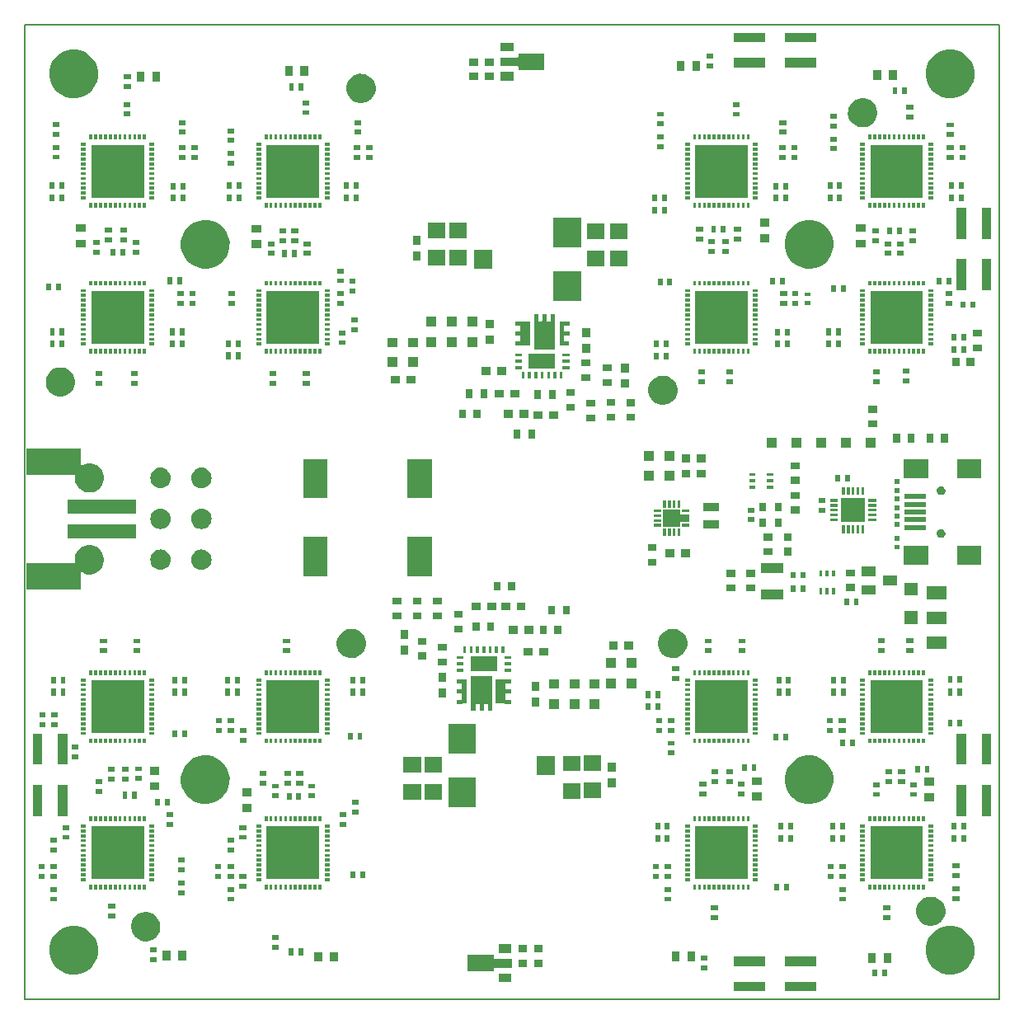
<source format=gts>
G04 (created by PCBNEW (2013-05-16 BZR 4016)-stable) date 5. 1. 2014 18:11:26*
%MOIN*%
G04 Gerber Fmt 3.4, Leading zero omitted, Abs format*
%FSLAX34Y34*%
G01*
G70*
G90*
G04 APERTURE LIST*
%ADD10C,0.00590551*%
G04 APERTURE END LIST*
G54D10*
X38779Y-61023D02*
X78149Y-61023D01*
X78149Y-61023D02*
X78149Y-21653D01*
X78149Y-21653D02*
X38779Y-21653D01*
X38779Y-21653D02*
X38779Y-61023D01*
G36*
X39478Y-51555D02*
X39084Y-51555D01*
X39084Y-50294D01*
X39478Y-50294D01*
X39478Y-51555D01*
X39478Y-51555D01*
G37*
G36*
X39478Y-53642D02*
X39084Y-53642D01*
X39084Y-52381D01*
X39478Y-52381D01*
X39478Y-53642D01*
X39478Y-53642D01*
G37*
G36*
X39567Y-55768D02*
X39330Y-55768D01*
X39330Y-55570D01*
X39567Y-55570D01*
X39567Y-55768D01*
X39567Y-55768D01*
G37*
G36*
X39567Y-56161D02*
X39330Y-56161D01*
X39330Y-55964D01*
X39567Y-55964D01*
X39567Y-56161D01*
X39567Y-56161D01*
G37*
G36*
X39596Y-49636D02*
X39359Y-49636D01*
X39359Y-49438D01*
X39596Y-49438D01*
X39596Y-49636D01*
X39596Y-49636D01*
G37*
G36*
X39596Y-50029D02*
X39359Y-50029D01*
X39359Y-49832D01*
X39596Y-49832D01*
X39596Y-50029D01*
X39596Y-50029D01*
G37*
G36*
X39833Y-32372D02*
X39635Y-32372D01*
X39635Y-32096D01*
X39833Y-32096D01*
X39833Y-32372D01*
X39833Y-32372D01*
G37*
G36*
X39961Y-28287D02*
X39763Y-28287D01*
X39763Y-28011D01*
X39961Y-28011D01*
X39961Y-28287D01*
X39961Y-28287D01*
G37*
G36*
X39961Y-28779D02*
X39763Y-28779D01*
X39763Y-28503D01*
X39961Y-28503D01*
X39961Y-28779D01*
X39961Y-28779D01*
G37*
G36*
X39980Y-34193D02*
X39783Y-34193D01*
X39783Y-33916D01*
X39980Y-33916D01*
X39980Y-34193D01*
X39980Y-34193D01*
G37*
G36*
X39980Y-34685D02*
X39783Y-34685D01*
X39783Y-34409D01*
X39980Y-34409D01*
X39980Y-34685D01*
X39980Y-34685D01*
G37*
G36*
X40020Y-48268D02*
X39822Y-48268D01*
X39822Y-47991D01*
X40020Y-47991D01*
X40020Y-48268D01*
X40020Y-48268D01*
G37*
G36*
X40020Y-48760D02*
X39822Y-48760D01*
X39822Y-48483D01*
X40020Y-48483D01*
X40020Y-48760D01*
X40020Y-48760D01*
G37*
G36*
X40079Y-54705D02*
X39802Y-54705D01*
X39802Y-54507D01*
X40079Y-54507D01*
X40079Y-54705D01*
X40079Y-54705D01*
G37*
G36*
X40079Y-55098D02*
X39802Y-55098D01*
X39802Y-54901D01*
X40079Y-54901D01*
X40079Y-55098D01*
X40079Y-55098D01*
G37*
G36*
X40079Y-55768D02*
X39802Y-55768D01*
X39802Y-55570D01*
X40079Y-55570D01*
X40079Y-55768D01*
X40079Y-55768D01*
G37*
G36*
X40079Y-56161D02*
X39802Y-56161D01*
X39802Y-55964D01*
X40079Y-55964D01*
X40079Y-56161D01*
X40079Y-56161D01*
G37*
G36*
X40079Y-56693D02*
X39802Y-56693D01*
X39802Y-56495D01*
X40079Y-56495D01*
X40079Y-56693D01*
X40079Y-56693D01*
G37*
G36*
X40079Y-57086D02*
X39802Y-57086D01*
X39802Y-56889D01*
X40079Y-56889D01*
X40079Y-57086D01*
X40079Y-57086D01*
G37*
G36*
X40108Y-49636D02*
X39832Y-49636D01*
X39832Y-49438D01*
X40108Y-49438D01*
X40108Y-49636D01*
X40108Y-49636D01*
G37*
G36*
X40108Y-50029D02*
X39832Y-50029D01*
X39832Y-49832D01*
X40108Y-49832D01*
X40108Y-50029D01*
X40108Y-50029D01*
G37*
G36*
X40177Y-25768D02*
X39901Y-25768D01*
X39901Y-25570D01*
X40177Y-25570D01*
X40177Y-25768D01*
X40177Y-25768D01*
G37*
G36*
X40177Y-26161D02*
X39901Y-26161D01*
X39901Y-25964D01*
X40177Y-25964D01*
X40177Y-26161D01*
X40177Y-26161D01*
G37*
G36*
X40177Y-26693D02*
X39901Y-26693D01*
X39901Y-26495D01*
X40177Y-26495D01*
X40177Y-26693D01*
X40177Y-26693D01*
G37*
G36*
X40177Y-27086D02*
X39901Y-27086D01*
X39901Y-26889D01*
X40177Y-26889D01*
X40177Y-27086D01*
X40177Y-27086D01*
G37*
G36*
X40226Y-32372D02*
X40029Y-32372D01*
X40029Y-32096D01*
X40226Y-32096D01*
X40226Y-32372D01*
X40226Y-32372D01*
G37*
G36*
X40354Y-28287D02*
X40157Y-28287D01*
X40157Y-28011D01*
X40354Y-28011D01*
X40354Y-28287D01*
X40354Y-28287D01*
G37*
G36*
X40354Y-28779D02*
X40157Y-28779D01*
X40157Y-28503D01*
X40354Y-28503D01*
X40354Y-28779D01*
X40354Y-28779D01*
G37*
G36*
X40374Y-34193D02*
X40176Y-34193D01*
X40176Y-33916D01*
X40374Y-33916D01*
X40374Y-34193D01*
X40374Y-34193D01*
G37*
G36*
X40374Y-34685D02*
X40176Y-34685D01*
X40176Y-34409D01*
X40374Y-34409D01*
X40374Y-34685D01*
X40374Y-34685D01*
G37*
G36*
X40413Y-48268D02*
X40216Y-48268D01*
X40216Y-47991D01*
X40413Y-47991D01*
X40413Y-48268D01*
X40413Y-48268D01*
G37*
G36*
X40413Y-48760D02*
X40216Y-48760D01*
X40216Y-48483D01*
X40413Y-48483D01*
X40413Y-48760D01*
X40413Y-48760D01*
G37*
G36*
X40482Y-51555D02*
X40088Y-51555D01*
X40088Y-50294D01*
X40482Y-50294D01*
X40482Y-51555D01*
X40482Y-51555D01*
G37*
G36*
X40482Y-53642D02*
X40088Y-53642D01*
X40088Y-52381D01*
X40482Y-52381D01*
X40482Y-53642D01*
X40482Y-53642D01*
G37*
G36*
X40571Y-54193D02*
X40294Y-54193D01*
X40294Y-53995D01*
X40571Y-53995D01*
X40571Y-54193D01*
X40571Y-54193D01*
G37*
G36*
X40571Y-54586D02*
X40294Y-54586D01*
X40294Y-54389D01*
X40571Y-54389D01*
X40571Y-54586D01*
X40571Y-54586D01*
G37*
G36*
X40797Y-36026D02*
X40795Y-36155D01*
X40769Y-36271D01*
X40723Y-36374D01*
X40655Y-36471D01*
X40573Y-36549D01*
X40472Y-36613D01*
X40367Y-36653D01*
X40250Y-36674D01*
X40137Y-36672D01*
X40021Y-36646D01*
X39918Y-36601D01*
X39820Y-36533D01*
X39742Y-36452D01*
X39678Y-36352D01*
X39636Y-36247D01*
X39615Y-36130D01*
X39616Y-36018D01*
X39641Y-35901D01*
X39685Y-35798D01*
X39753Y-35699D01*
X39833Y-35621D01*
X39933Y-35555D01*
X40037Y-35513D01*
X40154Y-35491D01*
X40266Y-35492D01*
X40383Y-35516D01*
X40487Y-35559D01*
X40586Y-35626D01*
X40665Y-35706D01*
X40731Y-35805D01*
X40774Y-35909D01*
X40797Y-36026D01*
X40797Y-36026D01*
G37*
G36*
X40935Y-50945D02*
X40659Y-50945D01*
X40659Y-50747D01*
X40935Y-50747D01*
X40935Y-50945D01*
X40935Y-50945D01*
G37*
G36*
X40935Y-51338D02*
X40659Y-51338D01*
X40659Y-51141D01*
X40935Y-51141D01*
X40935Y-51338D01*
X40935Y-51338D01*
G37*
G36*
X41220Y-30020D02*
X40826Y-30020D01*
X40826Y-29704D01*
X41220Y-29704D01*
X41220Y-30020D01*
X41220Y-30020D01*
G37*
G36*
X41220Y-30649D02*
X40826Y-30649D01*
X40826Y-30334D01*
X41220Y-30334D01*
X41220Y-30649D01*
X41220Y-30649D01*
G37*
G36*
X41241Y-26536D02*
X41044Y-26536D01*
X41044Y-26417D01*
X41241Y-26417D01*
X41241Y-26536D01*
X41241Y-26536D01*
G37*
G36*
X41241Y-26733D02*
X41044Y-26733D01*
X41044Y-26614D01*
X41241Y-26614D01*
X41241Y-26733D01*
X41241Y-26733D01*
G37*
G36*
X41241Y-26930D02*
X41044Y-26930D01*
X41044Y-26811D01*
X41241Y-26811D01*
X41241Y-26930D01*
X41241Y-26930D01*
G37*
G36*
X41241Y-27126D02*
X41044Y-27126D01*
X41044Y-27007D01*
X41241Y-27007D01*
X41241Y-27126D01*
X41241Y-27126D01*
G37*
G36*
X41241Y-27323D02*
X41044Y-27323D01*
X41044Y-27204D01*
X41241Y-27204D01*
X41241Y-27323D01*
X41241Y-27323D01*
G37*
G36*
X41241Y-27520D02*
X41044Y-27520D01*
X41044Y-27401D01*
X41241Y-27401D01*
X41241Y-27520D01*
X41241Y-27520D01*
G37*
G36*
X41241Y-27716D02*
X41044Y-27716D01*
X41044Y-27597D01*
X41241Y-27597D01*
X41241Y-27716D01*
X41241Y-27716D01*
G37*
G36*
X41241Y-27913D02*
X41044Y-27913D01*
X41044Y-27794D01*
X41241Y-27794D01*
X41241Y-27913D01*
X41241Y-27913D01*
G37*
G36*
X41241Y-28110D02*
X41044Y-28110D01*
X41044Y-27991D01*
X41241Y-27991D01*
X41241Y-28110D01*
X41241Y-28110D01*
G37*
G36*
X41241Y-28306D02*
X41044Y-28306D01*
X41044Y-28187D01*
X41241Y-28187D01*
X41241Y-28306D01*
X41241Y-28306D01*
G37*
G36*
X41241Y-28503D02*
X41044Y-28503D01*
X41044Y-28384D01*
X41241Y-28384D01*
X41241Y-28503D01*
X41241Y-28503D01*
G37*
G36*
X41241Y-28700D02*
X41044Y-28700D01*
X41044Y-28581D01*
X41241Y-28581D01*
X41241Y-28700D01*
X41241Y-28700D01*
G37*
G36*
X41241Y-32441D02*
X41044Y-32441D01*
X41044Y-32323D01*
X41241Y-32323D01*
X41241Y-32441D01*
X41241Y-32441D01*
G37*
G36*
X41241Y-32638D02*
X41044Y-32638D01*
X41044Y-32520D01*
X41241Y-32520D01*
X41241Y-32638D01*
X41241Y-32638D01*
G37*
G36*
X41241Y-32835D02*
X41044Y-32835D01*
X41044Y-32717D01*
X41241Y-32717D01*
X41241Y-32835D01*
X41241Y-32835D01*
G37*
G36*
X41241Y-33031D02*
X41044Y-33031D01*
X41044Y-32913D01*
X41241Y-32913D01*
X41241Y-33031D01*
X41241Y-33031D01*
G37*
G36*
X41241Y-33228D02*
X41044Y-33228D01*
X41044Y-33110D01*
X41241Y-33110D01*
X41241Y-33228D01*
X41241Y-33228D01*
G37*
G36*
X41241Y-33425D02*
X41044Y-33425D01*
X41044Y-33307D01*
X41241Y-33307D01*
X41241Y-33425D01*
X41241Y-33425D01*
G37*
G36*
X41241Y-33621D02*
X41044Y-33621D01*
X41044Y-33503D01*
X41241Y-33503D01*
X41241Y-33621D01*
X41241Y-33621D01*
G37*
G36*
X41241Y-33818D02*
X41044Y-33818D01*
X41044Y-33700D01*
X41241Y-33700D01*
X41241Y-33818D01*
X41241Y-33818D01*
G37*
G36*
X41241Y-34015D02*
X41044Y-34015D01*
X41044Y-33897D01*
X41241Y-33897D01*
X41241Y-34015D01*
X41241Y-34015D01*
G37*
G36*
X41241Y-34211D02*
X41044Y-34211D01*
X41044Y-34093D01*
X41241Y-34093D01*
X41241Y-34211D01*
X41241Y-34211D01*
G37*
G36*
X41241Y-34408D02*
X41044Y-34408D01*
X41044Y-34290D01*
X41241Y-34290D01*
X41241Y-34408D01*
X41241Y-34408D01*
G37*
G36*
X41241Y-34605D02*
X41044Y-34605D01*
X41044Y-34487D01*
X41241Y-34487D01*
X41241Y-34605D01*
X41241Y-34605D01*
G37*
G36*
X41241Y-48189D02*
X41044Y-48189D01*
X41044Y-48071D01*
X41241Y-48071D01*
X41241Y-48189D01*
X41241Y-48189D01*
G37*
G36*
X41241Y-48386D02*
X41044Y-48386D01*
X41044Y-48268D01*
X41241Y-48268D01*
X41241Y-48386D01*
X41241Y-48386D01*
G37*
G36*
X41241Y-48583D02*
X41044Y-48583D01*
X41044Y-48465D01*
X41241Y-48465D01*
X41241Y-48583D01*
X41241Y-48583D01*
G37*
G36*
X41241Y-48779D02*
X41044Y-48779D01*
X41044Y-48661D01*
X41241Y-48661D01*
X41241Y-48779D01*
X41241Y-48779D01*
G37*
G36*
X41241Y-48976D02*
X41044Y-48976D01*
X41044Y-48858D01*
X41241Y-48858D01*
X41241Y-48976D01*
X41241Y-48976D01*
G37*
G36*
X41241Y-49173D02*
X41044Y-49173D01*
X41044Y-49055D01*
X41241Y-49055D01*
X41241Y-49173D01*
X41241Y-49173D01*
G37*
G36*
X41241Y-49369D02*
X41044Y-49369D01*
X41044Y-49251D01*
X41241Y-49251D01*
X41241Y-49369D01*
X41241Y-49369D01*
G37*
G36*
X41241Y-49566D02*
X41044Y-49566D01*
X41044Y-49448D01*
X41241Y-49448D01*
X41241Y-49566D01*
X41241Y-49566D01*
G37*
G36*
X41241Y-49763D02*
X41044Y-49763D01*
X41044Y-49645D01*
X41241Y-49645D01*
X41241Y-49763D01*
X41241Y-49763D01*
G37*
G36*
X41241Y-49959D02*
X41044Y-49959D01*
X41044Y-49841D01*
X41241Y-49841D01*
X41241Y-49959D01*
X41241Y-49959D01*
G37*
G36*
X41241Y-50156D02*
X41044Y-50156D01*
X41044Y-50038D01*
X41241Y-50038D01*
X41241Y-50156D01*
X41241Y-50156D01*
G37*
G36*
X41241Y-50353D02*
X41044Y-50353D01*
X41044Y-50235D01*
X41241Y-50235D01*
X41241Y-50353D01*
X41241Y-50353D01*
G37*
G36*
X41241Y-54095D02*
X41044Y-54095D01*
X41044Y-53976D01*
X41241Y-53976D01*
X41241Y-54095D01*
X41241Y-54095D01*
G37*
G36*
X41241Y-54292D02*
X41044Y-54292D01*
X41044Y-54173D01*
X41241Y-54173D01*
X41241Y-54292D01*
X41241Y-54292D01*
G37*
G36*
X41241Y-54489D02*
X41044Y-54489D01*
X41044Y-54370D01*
X41241Y-54370D01*
X41241Y-54489D01*
X41241Y-54489D01*
G37*
G36*
X41241Y-54685D02*
X41044Y-54685D01*
X41044Y-54566D01*
X41241Y-54566D01*
X41241Y-54685D01*
X41241Y-54685D01*
G37*
G36*
X41241Y-54882D02*
X41044Y-54882D01*
X41044Y-54763D01*
X41241Y-54763D01*
X41241Y-54882D01*
X41241Y-54882D01*
G37*
G36*
X41241Y-55079D02*
X41044Y-55079D01*
X41044Y-54960D01*
X41241Y-54960D01*
X41241Y-55079D01*
X41241Y-55079D01*
G37*
G36*
X41241Y-55275D02*
X41044Y-55275D01*
X41044Y-55156D01*
X41241Y-55156D01*
X41241Y-55275D01*
X41241Y-55275D01*
G37*
G36*
X41241Y-55472D02*
X41044Y-55472D01*
X41044Y-55353D01*
X41241Y-55353D01*
X41241Y-55472D01*
X41241Y-55472D01*
G37*
G36*
X41241Y-55669D02*
X41044Y-55669D01*
X41044Y-55550D01*
X41241Y-55550D01*
X41241Y-55669D01*
X41241Y-55669D01*
G37*
G36*
X41241Y-55865D02*
X41044Y-55865D01*
X41044Y-55746D01*
X41241Y-55746D01*
X41241Y-55865D01*
X41241Y-55865D01*
G37*
G36*
X41241Y-56062D02*
X41044Y-56062D01*
X41044Y-55943D01*
X41241Y-55943D01*
X41241Y-56062D01*
X41241Y-56062D01*
G37*
G36*
X41241Y-56259D02*
X41044Y-56259D01*
X41044Y-56140D01*
X41241Y-56140D01*
X41241Y-56259D01*
X41241Y-56259D01*
G37*
G36*
X41497Y-26280D02*
X41378Y-26280D01*
X41378Y-26083D01*
X41497Y-26083D01*
X41497Y-26280D01*
X41497Y-26280D01*
G37*
G36*
X41497Y-29034D02*
X41378Y-29034D01*
X41378Y-28837D01*
X41497Y-28837D01*
X41497Y-29034D01*
X41497Y-29034D01*
G37*
G36*
X41497Y-32185D02*
X41378Y-32185D01*
X41378Y-31989D01*
X41497Y-31989D01*
X41497Y-32185D01*
X41497Y-32185D01*
G37*
G36*
X41497Y-34939D02*
X41378Y-34939D01*
X41378Y-34743D01*
X41497Y-34743D01*
X41497Y-34939D01*
X41497Y-34939D01*
G37*
G36*
X41497Y-47933D02*
X41378Y-47933D01*
X41378Y-47737D01*
X41497Y-47737D01*
X41497Y-47933D01*
X41497Y-47933D01*
G37*
G36*
X41497Y-50687D02*
X41378Y-50687D01*
X41378Y-50491D01*
X41497Y-50491D01*
X41497Y-50687D01*
X41497Y-50687D01*
G37*
G36*
X41497Y-53839D02*
X41378Y-53839D01*
X41378Y-53642D01*
X41497Y-53642D01*
X41497Y-53839D01*
X41497Y-53839D01*
G37*
G36*
X41497Y-56593D02*
X41378Y-56593D01*
X41378Y-56396D01*
X41497Y-56396D01*
X41497Y-56593D01*
X41497Y-56593D01*
G37*
G36*
X41694Y-26280D02*
X41575Y-26280D01*
X41575Y-26083D01*
X41694Y-26083D01*
X41694Y-26280D01*
X41694Y-26280D01*
G37*
G36*
X41694Y-29034D02*
X41575Y-29034D01*
X41575Y-28837D01*
X41694Y-28837D01*
X41694Y-29034D01*
X41694Y-29034D01*
G37*
G36*
X41694Y-32185D02*
X41575Y-32185D01*
X41575Y-31989D01*
X41694Y-31989D01*
X41694Y-32185D01*
X41694Y-32185D01*
G37*
G36*
X41694Y-34939D02*
X41575Y-34939D01*
X41575Y-34743D01*
X41694Y-34743D01*
X41694Y-34939D01*
X41694Y-34939D01*
G37*
G36*
X41694Y-47933D02*
X41575Y-47933D01*
X41575Y-47737D01*
X41694Y-47737D01*
X41694Y-47933D01*
X41694Y-47933D01*
G37*
G36*
X41694Y-50687D02*
X41575Y-50687D01*
X41575Y-50491D01*
X41694Y-50491D01*
X41694Y-50687D01*
X41694Y-50687D01*
G37*
G36*
X41694Y-53839D02*
X41575Y-53839D01*
X41575Y-53642D01*
X41694Y-53642D01*
X41694Y-53839D01*
X41694Y-53839D01*
G37*
G36*
X41694Y-56593D02*
X41575Y-56593D01*
X41575Y-56396D01*
X41694Y-56396D01*
X41694Y-56593D01*
X41694Y-56593D01*
G37*
G36*
X41732Y-23526D02*
X41729Y-23744D01*
X41686Y-23935D01*
X41608Y-24109D01*
X41495Y-24269D01*
X41358Y-24400D01*
X41192Y-24505D01*
X41015Y-24574D01*
X40822Y-24608D01*
X40632Y-24604D01*
X40440Y-24562D01*
X40266Y-24486D01*
X40105Y-24374D01*
X39973Y-24237D01*
X39867Y-24072D01*
X39797Y-23896D01*
X39762Y-23703D01*
X39764Y-23513D01*
X39805Y-23321D01*
X39880Y-23146D01*
X39991Y-22984D01*
X40126Y-22852D01*
X40291Y-22744D01*
X40467Y-22673D01*
X40660Y-22636D01*
X40849Y-22638D01*
X41042Y-22677D01*
X41216Y-22751D01*
X41380Y-22861D01*
X41513Y-22995D01*
X41622Y-23159D01*
X41694Y-23334D01*
X41732Y-23525D01*
X41732Y-23526D01*
X41732Y-23526D01*
G37*
G36*
X41732Y-58960D02*
X41729Y-59177D01*
X41686Y-59368D01*
X41608Y-59542D01*
X41495Y-59702D01*
X41358Y-59833D01*
X41192Y-59938D01*
X41015Y-60007D01*
X40822Y-60041D01*
X40632Y-60037D01*
X40440Y-59995D01*
X40266Y-59919D01*
X40105Y-59807D01*
X39973Y-59670D01*
X39867Y-59505D01*
X39797Y-59329D01*
X39762Y-59136D01*
X39764Y-58946D01*
X39805Y-58754D01*
X39880Y-58580D01*
X39991Y-58417D01*
X40126Y-58285D01*
X40291Y-58177D01*
X40467Y-58106D01*
X40660Y-58069D01*
X40849Y-58071D01*
X41042Y-58110D01*
X41216Y-58184D01*
X41380Y-58294D01*
X41513Y-58428D01*
X41622Y-58592D01*
X41694Y-58767D01*
X41732Y-58958D01*
X41732Y-58960D01*
X41732Y-58960D01*
G37*
G36*
X41791Y-30551D02*
X41515Y-30551D01*
X41515Y-30353D01*
X41791Y-30353D01*
X41791Y-30551D01*
X41791Y-30551D01*
G37*
G36*
X41791Y-30945D02*
X41515Y-30945D01*
X41515Y-30747D01*
X41791Y-30747D01*
X41791Y-30945D01*
X41791Y-30945D01*
G37*
G36*
X41891Y-26280D02*
X41772Y-26280D01*
X41772Y-26083D01*
X41891Y-26083D01*
X41891Y-26280D01*
X41891Y-26280D01*
G37*
G36*
X41891Y-29034D02*
X41772Y-29034D01*
X41772Y-28837D01*
X41891Y-28837D01*
X41891Y-29034D01*
X41891Y-29034D01*
G37*
G36*
X41891Y-32185D02*
X41772Y-32185D01*
X41772Y-31989D01*
X41891Y-31989D01*
X41891Y-32185D01*
X41891Y-32185D01*
G37*
G36*
X41891Y-34939D02*
X41772Y-34939D01*
X41772Y-34743D01*
X41891Y-34743D01*
X41891Y-34939D01*
X41891Y-34939D01*
G37*
G36*
X41891Y-47933D02*
X41772Y-47933D01*
X41772Y-47737D01*
X41891Y-47737D01*
X41891Y-47933D01*
X41891Y-47933D01*
G37*
G36*
X41891Y-50687D02*
X41772Y-50687D01*
X41772Y-50491D01*
X41891Y-50491D01*
X41891Y-50687D01*
X41891Y-50687D01*
G37*
G36*
X41891Y-53839D02*
X41772Y-53839D01*
X41772Y-53642D01*
X41891Y-53642D01*
X41891Y-53839D01*
X41891Y-53839D01*
G37*
G36*
X41891Y-56593D02*
X41772Y-56593D01*
X41772Y-56396D01*
X41891Y-56396D01*
X41891Y-56593D01*
X41891Y-56593D01*
G37*
G36*
X41909Y-35846D02*
X41633Y-35846D01*
X41633Y-35649D01*
X41909Y-35649D01*
X41909Y-35846D01*
X41909Y-35846D01*
G37*
G36*
X41909Y-36240D02*
X41633Y-36240D01*
X41633Y-36042D01*
X41909Y-36042D01*
X41909Y-36240D01*
X41909Y-36240D01*
G37*
G36*
X41909Y-52342D02*
X41633Y-52342D01*
X41633Y-52145D01*
X41909Y-52145D01*
X41909Y-52342D01*
X41909Y-52342D01*
G37*
G36*
X41909Y-52736D02*
X41633Y-52736D01*
X41633Y-52538D01*
X41909Y-52538D01*
X41909Y-52736D01*
X41909Y-52736D01*
G37*
G36*
X41969Y-39904D02*
X41967Y-40034D01*
X41941Y-40149D01*
X41895Y-40253D01*
X41827Y-40350D01*
X41745Y-40428D01*
X41645Y-40491D01*
X41539Y-40532D01*
X41422Y-40553D01*
X41309Y-40550D01*
X41193Y-40525D01*
X41090Y-40480D01*
X40992Y-40412D01*
X40914Y-40331D01*
X40850Y-40231D01*
X40808Y-40126D01*
X40787Y-40009D01*
X40788Y-39896D01*
X40797Y-39856D01*
X40797Y-39848D01*
X40794Y-39841D01*
X40788Y-39835D01*
X40781Y-39833D01*
X40774Y-39833D01*
X38838Y-39833D01*
X38838Y-38788D01*
X41043Y-38788D01*
X41043Y-39434D01*
X41043Y-39442D01*
X41046Y-39449D01*
X41052Y-39454D01*
X41059Y-39457D01*
X41066Y-39457D01*
X41073Y-39454D01*
X41105Y-39434D01*
X41209Y-39392D01*
X41326Y-39369D01*
X41438Y-39370D01*
X41556Y-39394D01*
X41659Y-39438D01*
X41758Y-39504D01*
X41837Y-39584D01*
X41903Y-39684D01*
X41946Y-39787D01*
X41969Y-39904D01*
X41969Y-39904D01*
G37*
G36*
X41969Y-43210D02*
X41967Y-43340D01*
X41941Y-43455D01*
X41895Y-43559D01*
X41827Y-43656D01*
X41745Y-43734D01*
X41645Y-43797D01*
X41539Y-43838D01*
X41422Y-43859D01*
X41309Y-43856D01*
X41193Y-43831D01*
X41090Y-43786D01*
X41073Y-43774D01*
X41066Y-43771D01*
X41059Y-43771D01*
X41052Y-43774D01*
X41046Y-43779D01*
X41043Y-43787D01*
X41043Y-43794D01*
X41043Y-44459D01*
X38838Y-44459D01*
X38838Y-43414D01*
X40778Y-43414D01*
X40785Y-43414D01*
X40792Y-43412D01*
X40798Y-43406D01*
X40801Y-43399D01*
X40801Y-43391D01*
X40787Y-43315D01*
X40788Y-43202D01*
X40813Y-43086D01*
X40857Y-42982D01*
X40925Y-42884D01*
X41005Y-42805D01*
X41105Y-42740D01*
X41209Y-42698D01*
X41326Y-42675D01*
X41438Y-42676D01*
X41556Y-42700D01*
X41659Y-42744D01*
X41758Y-42810D01*
X41837Y-42890D01*
X41903Y-42990D01*
X41946Y-43093D01*
X41969Y-43210D01*
X41969Y-43210D01*
G37*
G36*
X42086Y-46653D02*
X41810Y-46653D01*
X41810Y-46456D01*
X42086Y-46456D01*
X42086Y-46653D01*
X42086Y-46653D01*
G37*
G36*
X42086Y-47047D02*
X41810Y-47047D01*
X41810Y-46850D01*
X42086Y-46850D01*
X42086Y-47047D01*
X42086Y-47047D01*
G37*
G36*
X42087Y-26280D02*
X41968Y-26280D01*
X41968Y-26083D01*
X42087Y-26083D01*
X42087Y-26280D01*
X42087Y-26280D01*
G37*
G36*
X42087Y-29034D02*
X41968Y-29034D01*
X41968Y-28837D01*
X42087Y-28837D01*
X42087Y-29034D01*
X42087Y-29034D01*
G37*
G36*
X42087Y-32185D02*
X41968Y-32185D01*
X41968Y-31989D01*
X42087Y-31989D01*
X42087Y-32185D01*
X42087Y-32185D01*
G37*
G36*
X42087Y-34939D02*
X41968Y-34939D01*
X41968Y-34743D01*
X42087Y-34743D01*
X42087Y-34939D01*
X42087Y-34939D01*
G37*
G36*
X42087Y-47933D02*
X41968Y-47933D01*
X41968Y-47737D01*
X42087Y-47737D01*
X42087Y-47933D01*
X42087Y-47933D01*
G37*
G36*
X42087Y-50687D02*
X41968Y-50687D01*
X41968Y-50491D01*
X42087Y-50491D01*
X42087Y-50687D01*
X42087Y-50687D01*
G37*
G36*
X42087Y-53839D02*
X41968Y-53839D01*
X41968Y-53642D01*
X42087Y-53642D01*
X42087Y-53839D01*
X42087Y-53839D01*
G37*
G36*
X42087Y-56593D02*
X41968Y-56593D01*
X41968Y-56396D01*
X42087Y-56396D01*
X42087Y-56593D01*
X42087Y-56593D01*
G37*
G36*
X42283Y-30039D02*
X42007Y-30039D01*
X42007Y-29842D01*
X42283Y-29842D01*
X42283Y-30039D01*
X42283Y-30039D01*
G37*
G36*
X42283Y-30433D02*
X42007Y-30433D01*
X42007Y-30235D01*
X42283Y-30235D01*
X42283Y-30433D01*
X42283Y-30433D01*
G37*
G36*
X42284Y-26280D02*
X42165Y-26280D01*
X42165Y-26083D01*
X42284Y-26083D01*
X42284Y-26280D01*
X42284Y-26280D01*
G37*
G36*
X42284Y-29034D02*
X42165Y-29034D01*
X42165Y-28837D01*
X42284Y-28837D01*
X42284Y-29034D01*
X42284Y-29034D01*
G37*
G36*
X42284Y-32185D02*
X42165Y-32185D01*
X42165Y-31989D01*
X42284Y-31989D01*
X42284Y-32185D01*
X42284Y-32185D01*
G37*
G36*
X42284Y-34939D02*
X42165Y-34939D01*
X42165Y-34743D01*
X42284Y-34743D01*
X42284Y-34939D01*
X42284Y-34939D01*
G37*
G36*
X42284Y-47933D02*
X42165Y-47933D01*
X42165Y-47737D01*
X42284Y-47737D01*
X42284Y-47933D01*
X42284Y-47933D01*
G37*
G36*
X42284Y-50687D02*
X42165Y-50687D01*
X42165Y-50491D01*
X42284Y-50491D01*
X42284Y-50687D01*
X42284Y-50687D01*
G37*
G36*
X42284Y-53839D02*
X42165Y-53839D01*
X42165Y-53642D01*
X42284Y-53642D01*
X42284Y-53839D01*
X42284Y-53839D01*
G37*
G36*
X42284Y-56593D02*
X42165Y-56593D01*
X42165Y-56396D01*
X42284Y-56396D01*
X42284Y-56593D01*
X42284Y-56593D01*
G37*
G36*
X42401Y-51831D02*
X42125Y-51831D01*
X42125Y-51633D01*
X42401Y-51633D01*
X42401Y-51831D01*
X42401Y-51831D01*
G37*
G36*
X42401Y-52224D02*
X42125Y-52224D01*
X42125Y-52027D01*
X42401Y-52027D01*
X42401Y-52224D01*
X42401Y-52224D01*
G37*
G36*
X42421Y-57372D02*
X42145Y-57372D01*
X42145Y-57174D01*
X42421Y-57174D01*
X42421Y-57372D01*
X42421Y-57372D01*
G37*
G36*
X42421Y-57766D02*
X42145Y-57766D01*
X42145Y-57568D01*
X42421Y-57568D01*
X42421Y-57766D01*
X42421Y-57766D01*
G37*
G36*
X42441Y-30984D02*
X42243Y-30984D01*
X42243Y-30708D01*
X42441Y-30708D01*
X42441Y-30984D01*
X42441Y-30984D01*
G37*
G36*
X42481Y-26280D02*
X42362Y-26280D01*
X42362Y-26083D01*
X42481Y-26083D01*
X42481Y-26280D01*
X42481Y-26280D01*
G37*
G36*
X42481Y-29034D02*
X42362Y-29034D01*
X42362Y-28837D01*
X42481Y-28837D01*
X42481Y-29034D01*
X42481Y-29034D01*
G37*
G36*
X42481Y-32185D02*
X42362Y-32185D01*
X42362Y-31989D01*
X42481Y-31989D01*
X42481Y-32185D01*
X42481Y-32185D01*
G37*
G36*
X42481Y-34939D02*
X42362Y-34939D01*
X42362Y-34743D01*
X42481Y-34743D01*
X42481Y-34939D01*
X42481Y-34939D01*
G37*
G36*
X42481Y-47933D02*
X42362Y-47933D01*
X42362Y-47737D01*
X42481Y-47737D01*
X42481Y-47933D01*
X42481Y-47933D01*
G37*
G36*
X42481Y-50687D02*
X42362Y-50687D01*
X42362Y-50491D01*
X42481Y-50491D01*
X42481Y-50687D01*
X42481Y-50687D01*
G37*
G36*
X42481Y-53839D02*
X42362Y-53839D01*
X42362Y-53642D01*
X42481Y-53642D01*
X42481Y-53839D01*
X42481Y-53839D01*
G37*
G36*
X42481Y-56593D02*
X42362Y-56593D01*
X42362Y-56396D01*
X42481Y-56396D01*
X42481Y-56593D01*
X42481Y-56593D01*
G37*
G36*
X42677Y-26280D02*
X42558Y-26280D01*
X42558Y-26083D01*
X42677Y-26083D01*
X42677Y-26280D01*
X42677Y-26280D01*
G37*
G36*
X42677Y-29034D02*
X42558Y-29034D01*
X42558Y-28837D01*
X42677Y-28837D01*
X42677Y-29034D01*
X42677Y-29034D01*
G37*
G36*
X42677Y-32185D02*
X42558Y-32185D01*
X42558Y-31989D01*
X42677Y-31989D01*
X42677Y-32185D01*
X42677Y-32185D01*
G37*
G36*
X42677Y-34939D02*
X42558Y-34939D01*
X42558Y-34743D01*
X42677Y-34743D01*
X42677Y-34939D01*
X42677Y-34939D01*
G37*
G36*
X42677Y-47933D02*
X42558Y-47933D01*
X42558Y-47737D01*
X42677Y-47737D01*
X42677Y-47933D01*
X42677Y-47933D01*
G37*
G36*
X42677Y-50687D02*
X42558Y-50687D01*
X42558Y-50491D01*
X42677Y-50491D01*
X42677Y-50687D01*
X42677Y-50687D01*
G37*
G36*
X42677Y-53839D02*
X42558Y-53839D01*
X42558Y-53642D01*
X42677Y-53642D01*
X42677Y-53839D01*
X42677Y-53839D01*
G37*
G36*
X42677Y-56593D02*
X42558Y-56593D01*
X42558Y-56396D01*
X42677Y-56396D01*
X42677Y-56593D01*
X42677Y-56593D01*
G37*
G36*
X42835Y-30984D02*
X42637Y-30984D01*
X42637Y-30708D01*
X42835Y-30708D01*
X42835Y-30984D01*
X42835Y-30984D01*
G37*
G36*
X42874Y-26280D02*
X42755Y-26280D01*
X42755Y-26083D01*
X42874Y-26083D01*
X42874Y-26280D01*
X42874Y-26280D01*
G37*
G36*
X42874Y-29034D02*
X42755Y-29034D01*
X42755Y-28837D01*
X42874Y-28837D01*
X42874Y-29034D01*
X42874Y-29034D01*
G37*
G36*
X42874Y-32185D02*
X42755Y-32185D01*
X42755Y-31989D01*
X42874Y-31989D01*
X42874Y-32185D01*
X42874Y-32185D01*
G37*
G36*
X42874Y-34939D02*
X42755Y-34939D01*
X42755Y-34743D01*
X42874Y-34743D01*
X42874Y-34939D01*
X42874Y-34939D01*
G37*
G36*
X42874Y-47933D02*
X42755Y-47933D01*
X42755Y-47737D01*
X42874Y-47737D01*
X42874Y-47933D01*
X42874Y-47933D01*
G37*
G36*
X42874Y-50687D02*
X42755Y-50687D01*
X42755Y-50491D01*
X42874Y-50491D01*
X42874Y-50687D01*
X42874Y-50687D01*
G37*
G36*
X42874Y-53839D02*
X42755Y-53839D01*
X42755Y-53642D01*
X42874Y-53642D01*
X42874Y-53839D01*
X42874Y-53839D01*
G37*
G36*
X42874Y-56593D02*
X42755Y-56593D01*
X42755Y-56396D01*
X42874Y-56396D01*
X42874Y-56593D01*
X42874Y-56593D01*
G37*
G36*
X42913Y-30039D02*
X42637Y-30039D01*
X42637Y-29842D01*
X42913Y-29842D01*
X42913Y-30039D01*
X42913Y-30039D01*
G37*
G36*
X42913Y-30433D02*
X42637Y-30433D01*
X42637Y-30235D01*
X42913Y-30235D01*
X42913Y-30433D01*
X42913Y-30433D01*
G37*
G36*
X42913Y-52923D02*
X42716Y-52923D01*
X42716Y-52647D01*
X42913Y-52647D01*
X42913Y-52923D01*
X42913Y-52923D01*
G37*
G36*
X42972Y-51831D02*
X42696Y-51831D01*
X42696Y-51633D01*
X42972Y-51633D01*
X42972Y-51831D01*
X42972Y-51831D01*
G37*
G36*
X42972Y-52224D02*
X42696Y-52224D01*
X42696Y-52027D01*
X42972Y-52027D01*
X42972Y-52224D01*
X42972Y-52224D01*
G37*
G36*
X43043Y-24957D02*
X42767Y-24957D01*
X42767Y-24759D01*
X43043Y-24759D01*
X43043Y-24957D01*
X43043Y-24957D01*
G37*
G36*
X43043Y-25350D02*
X42767Y-25350D01*
X42767Y-25153D01*
X43043Y-25153D01*
X43043Y-25350D01*
X43043Y-25350D01*
G37*
G36*
X43051Y-23838D02*
X42775Y-23838D01*
X42775Y-23641D01*
X43051Y-23641D01*
X43051Y-23838D01*
X43051Y-23838D01*
G37*
G36*
X43051Y-24232D02*
X42775Y-24232D01*
X42775Y-24035D01*
X43051Y-24035D01*
X43051Y-24232D01*
X43051Y-24232D01*
G37*
G36*
X43071Y-26280D02*
X42952Y-26280D01*
X42952Y-26083D01*
X43071Y-26083D01*
X43071Y-26280D01*
X43071Y-26280D01*
G37*
G36*
X43071Y-29034D02*
X42952Y-29034D01*
X42952Y-28837D01*
X43071Y-28837D01*
X43071Y-29034D01*
X43071Y-29034D01*
G37*
G36*
X43071Y-32185D02*
X42952Y-32185D01*
X42952Y-31989D01*
X43071Y-31989D01*
X43071Y-32185D01*
X43071Y-32185D01*
G37*
G36*
X43071Y-34939D02*
X42952Y-34939D01*
X42952Y-34743D01*
X43071Y-34743D01*
X43071Y-34939D01*
X43071Y-34939D01*
G37*
G36*
X43071Y-47933D02*
X42952Y-47933D01*
X42952Y-47737D01*
X43071Y-47737D01*
X43071Y-47933D01*
X43071Y-47933D01*
G37*
G36*
X43071Y-50687D02*
X42952Y-50687D01*
X42952Y-50491D01*
X43071Y-50491D01*
X43071Y-50687D01*
X43071Y-50687D01*
G37*
G36*
X43071Y-53839D02*
X42952Y-53839D01*
X42952Y-53642D01*
X43071Y-53642D01*
X43071Y-53839D01*
X43071Y-53839D01*
G37*
G36*
X43071Y-56593D02*
X42952Y-56593D01*
X42952Y-56396D01*
X43071Y-56396D01*
X43071Y-56593D01*
X43071Y-56593D01*
G37*
G36*
X43248Y-41407D02*
X40491Y-41407D01*
X40491Y-40855D01*
X43248Y-40855D01*
X43248Y-41407D01*
X43248Y-41407D01*
G37*
G36*
X43248Y-42392D02*
X40491Y-42392D01*
X40491Y-41840D01*
X43248Y-41840D01*
X43248Y-42392D01*
X43248Y-42392D01*
G37*
G36*
X43267Y-26280D02*
X43148Y-26280D01*
X43148Y-26083D01*
X43267Y-26083D01*
X43267Y-26280D01*
X43267Y-26280D01*
G37*
G36*
X43267Y-29034D02*
X43148Y-29034D01*
X43148Y-28837D01*
X43267Y-28837D01*
X43267Y-29034D01*
X43267Y-29034D01*
G37*
G36*
X43267Y-32185D02*
X43148Y-32185D01*
X43148Y-31989D01*
X43267Y-31989D01*
X43267Y-32185D01*
X43267Y-32185D01*
G37*
G36*
X43267Y-34939D02*
X43148Y-34939D01*
X43148Y-34743D01*
X43267Y-34743D01*
X43267Y-34939D01*
X43267Y-34939D01*
G37*
G36*
X43267Y-47933D02*
X43148Y-47933D01*
X43148Y-47737D01*
X43267Y-47737D01*
X43267Y-47933D01*
X43267Y-47933D01*
G37*
G36*
X43267Y-50687D02*
X43148Y-50687D01*
X43148Y-50491D01*
X43267Y-50491D01*
X43267Y-50687D01*
X43267Y-50687D01*
G37*
G36*
X43267Y-53839D02*
X43148Y-53839D01*
X43148Y-53642D01*
X43267Y-53642D01*
X43267Y-53839D01*
X43267Y-53839D01*
G37*
G36*
X43267Y-56593D02*
X43148Y-56593D01*
X43148Y-56396D01*
X43267Y-56396D01*
X43267Y-56593D01*
X43267Y-56593D01*
G37*
G36*
X43307Y-52923D02*
X43109Y-52923D01*
X43109Y-52647D01*
X43307Y-52647D01*
X43307Y-52923D01*
X43307Y-52923D01*
G37*
G36*
X43346Y-35846D02*
X43070Y-35846D01*
X43070Y-35649D01*
X43346Y-35649D01*
X43346Y-35846D01*
X43346Y-35846D01*
G37*
G36*
X43346Y-36240D02*
X43070Y-36240D01*
X43070Y-36042D01*
X43346Y-36042D01*
X43346Y-36240D01*
X43346Y-36240D01*
G37*
G36*
X43398Y-30547D02*
X43121Y-30547D01*
X43121Y-30350D01*
X43398Y-30350D01*
X43398Y-30547D01*
X43398Y-30547D01*
G37*
G36*
X43398Y-30941D02*
X43121Y-30941D01*
X43121Y-30743D01*
X43398Y-30743D01*
X43398Y-30941D01*
X43398Y-30941D01*
G37*
G36*
X43425Y-46653D02*
X43149Y-46653D01*
X43149Y-46456D01*
X43425Y-46456D01*
X43425Y-46653D01*
X43425Y-46653D01*
G37*
G36*
X43425Y-47047D02*
X43149Y-47047D01*
X43149Y-46850D01*
X43425Y-46850D01*
X43425Y-47047D01*
X43425Y-47047D01*
G37*
G36*
X43464Y-26280D02*
X43345Y-26280D01*
X43345Y-26083D01*
X43464Y-26083D01*
X43464Y-26280D01*
X43464Y-26280D01*
G37*
G36*
X43464Y-29034D02*
X43345Y-29034D01*
X43345Y-28837D01*
X43464Y-28837D01*
X43464Y-29034D01*
X43464Y-29034D01*
G37*
G36*
X43464Y-32185D02*
X43345Y-32185D01*
X43345Y-31989D01*
X43464Y-31989D01*
X43464Y-32185D01*
X43464Y-32185D01*
G37*
G36*
X43464Y-34939D02*
X43345Y-34939D01*
X43345Y-34743D01*
X43464Y-34743D01*
X43464Y-34939D01*
X43464Y-34939D01*
G37*
G36*
X43464Y-47933D02*
X43345Y-47933D01*
X43345Y-47737D01*
X43464Y-47737D01*
X43464Y-47933D01*
X43464Y-47933D01*
G37*
G36*
X43464Y-50687D02*
X43345Y-50687D01*
X43345Y-50491D01*
X43464Y-50491D01*
X43464Y-50687D01*
X43464Y-50687D01*
G37*
G36*
X43464Y-53839D02*
X43345Y-53839D01*
X43345Y-53642D01*
X43464Y-53642D01*
X43464Y-53839D01*
X43464Y-53839D01*
G37*
G36*
X43464Y-56593D02*
X43345Y-56593D01*
X43345Y-56396D01*
X43464Y-56396D01*
X43464Y-56593D01*
X43464Y-56593D01*
G37*
G36*
X43504Y-51821D02*
X43227Y-51821D01*
X43227Y-51623D01*
X43504Y-51623D01*
X43504Y-51821D01*
X43504Y-51821D01*
G37*
G36*
X43504Y-52214D02*
X43227Y-52214D01*
X43227Y-52017D01*
X43504Y-52017D01*
X43504Y-52214D01*
X43504Y-52214D01*
G37*
G36*
X43583Y-28622D02*
X41456Y-28622D01*
X41456Y-26495D01*
X43583Y-26495D01*
X43583Y-28622D01*
X43583Y-28622D01*
G37*
G36*
X43583Y-34527D02*
X41456Y-34527D01*
X41456Y-32401D01*
X43583Y-32401D01*
X43583Y-34527D01*
X43583Y-34527D01*
G37*
G36*
X43583Y-50275D02*
X41456Y-50275D01*
X41456Y-48149D01*
X43583Y-48149D01*
X43583Y-50275D01*
X43583Y-50275D01*
G37*
G36*
X43583Y-56181D02*
X41456Y-56181D01*
X41456Y-54054D01*
X43583Y-54054D01*
X43583Y-56181D01*
X43583Y-56181D01*
G37*
G36*
X43602Y-23937D02*
X43287Y-23937D01*
X43287Y-23542D01*
X43602Y-23542D01*
X43602Y-23937D01*
X43602Y-23937D01*
G37*
G36*
X43661Y-26280D02*
X43542Y-26280D01*
X43542Y-26083D01*
X43661Y-26083D01*
X43661Y-26280D01*
X43661Y-26280D01*
G37*
G36*
X43661Y-29034D02*
X43542Y-29034D01*
X43542Y-28837D01*
X43661Y-28837D01*
X43661Y-29034D01*
X43661Y-29034D01*
G37*
G36*
X43661Y-32185D02*
X43542Y-32185D01*
X43542Y-31989D01*
X43661Y-31989D01*
X43661Y-32185D01*
X43661Y-32185D01*
G37*
G36*
X43661Y-34939D02*
X43542Y-34939D01*
X43542Y-34743D01*
X43661Y-34743D01*
X43661Y-34939D01*
X43661Y-34939D01*
G37*
G36*
X43661Y-47933D02*
X43542Y-47933D01*
X43542Y-47737D01*
X43661Y-47737D01*
X43661Y-47933D01*
X43661Y-47933D01*
G37*
G36*
X43661Y-50687D02*
X43542Y-50687D01*
X43542Y-50491D01*
X43661Y-50491D01*
X43661Y-50687D01*
X43661Y-50687D01*
G37*
G36*
X43661Y-53839D02*
X43542Y-53839D01*
X43542Y-53642D01*
X43661Y-53642D01*
X43661Y-53839D01*
X43661Y-53839D01*
G37*
G36*
X43661Y-56593D02*
X43542Y-56593D01*
X43542Y-56396D01*
X43661Y-56396D01*
X43661Y-56593D01*
X43661Y-56593D01*
G37*
G36*
X43995Y-26536D02*
X43798Y-26536D01*
X43798Y-26417D01*
X43995Y-26417D01*
X43995Y-26536D01*
X43995Y-26536D01*
G37*
G36*
X43995Y-26733D02*
X43798Y-26733D01*
X43798Y-26614D01*
X43995Y-26614D01*
X43995Y-26733D01*
X43995Y-26733D01*
G37*
G36*
X43995Y-26930D02*
X43798Y-26930D01*
X43798Y-26811D01*
X43995Y-26811D01*
X43995Y-26930D01*
X43995Y-26930D01*
G37*
G36*
X43995Y-27126D02*
X43798Y-27126D01*
X43798Y-27007D01*
X43995Y-27007D01*
X43995Y-27126D01*
X43995Y-27126D01*
G37*
G36*
X43995Y-27323D02*
X43798Y-27323D01*
X43798Y-27204D01*
X43995Y-27204D01*
X43995Y-27323D01*
X43995Y-27323D01*
G37*
G36*
X43995Y-27520D02*
X43798Y-27520D01*
X43798Y-27401D01*
X43995Y-27401D01*
X43995Y-27520D01*
X43995Y-27520D01*
G37*
G36*
X43995Y-27716D02*
X43798Y-27716D01*
X43798Y-27597D01*
X43995Y-27597D01*
X43995Y-27716D01*
X43995Y-27716D01*
G37*
G36*
X43995Y-27913D02*
X43798Y-27913D01*
X43798Y-27794D01*
X43995Y-27794D01*
X43995Y-27913D01*
X43995Y-27913D01*
G37*
G36*
X43995Y-28110D02*
X43798Y-28110D01*
X43798Y-27991D01*
X43995Y-27991D01*
X43995Y-28110D01*
X43995Y-28110D01*
G37*
G36*
X43995Y-28306D02*
X43798Y-28306D01*
X43798Y-28187D01*
X43995Y-28187D01*
X43995Y-28306D01*
X43995Y-28306D01*
G37*
G36*
X43995Y-28503D02*
X43798Y-28503D01*
X43798Y-28384D01*
X43995Y-28384D01*
X43995Y-28503D01*
X43995Y-28503D01*
G37*
G36*
X43995Y-28700D02*
X43798Y-28700D01*
X43798Y-28581D01*
X43995Y-28581D01*
X43995Y-28700D01*
X43995Y-28700D01*
G37*
G36*
X43995Y-32441D02*
X43798Y-32441D01*
X43798Y-32323D01*
X43995Y-32323D01*
X43995Y-32441D01*
X43995Y-32441D01*
G37*
G36*
X43995Y-32638D02*
X43798Y-32638D01*
X43798Y-32520D01*
X43995Y-32520D01*
X43995Y-32638D01*
X43995Y-32638D01*
G37*
G36*
X43995Y-32835D02*
X43798Y-32835D01*
X43798Y-32717D01*
X43995Y-32717D01*
X43995Y-32835D01*
X43995Y-32835D01*
G37*
G36*
X43995Y-33031D02*
X43798Y-33031D01*
X43798Y-32913D01*
X43995Y-32913D01*
X43995Y-33031D01*
X43995Y-33031D01*
G37*
G36*
X43995Y-33228D02*
X43798Y-33228D01*
X43798Y-33110D01*
X43995Y-33110D01*
X43995Y-33228D01*
X43995Y-33228D01*
G37*
G36*
X43995Y-33425D02*
X43798Y-33425D01*
X43798Y-33307D01*
X43995Y-33307D01*
X43995Y-33425D01*
X43995Y-33425D01*
G37*
G36*
X43995Y-33621D02*
X43798Y-33621D01*
X43798Y-33503D01*
X43995Y-33503D01*
X43995Y-33621D01*
X43995Y-33621D01*
G37*
G36*
X43995Y-33818D02*
X43798Y-33818D01*
X43798Y-33700D01*
X43995Y-33700D01*
X43995Y-33818D01*
X43995Y-33818D01*
G37*
G36*
X43995Y-34015D02*
X43798Y-34015D01*
X43798Y-33897D01*
X43995Y-33897D01*
X43995Y-34015D01*
X43995Y-34015D01*
G37*
G36*
X43995Y-34211D02*
X43798Y-34211D01*
X43798Y-34093D01*
X43995Y-34093D01*
X43995Y-34211D01*
X43995Y-34211D01*
G37*
G36*
X43995Y-34408D02*
X43798Y-34408D01*
X43798Y-34290D01*
X43995Y-34290D01*
X43995Y-34408D01*
X43995Y-34408D01*
G37*
G36*
X43995Y-34605D02*
X43798Y-34605D01*
X43798Y-34487D01*
X43995Y-34487D01*
X43995Y-34605D01*
X43995Y-34605D01*
G37*
G36*
X43995Y-48189D02*
X43798Y-48189D01*
X43798Y-48071D01*
X43995Y-48071D01*
X43995Y-48189D01*
X43995Y-48189D01*
G37*
G36*
X43995Y-48386D02*
X43798Y-48386D01*
X43798Y-48268D01*
X43995Y-48268D01*
X43995Y-48386D01*
X43995Y-48386D01*
G37*
G36*
X43995Y-48583D02*
X43798Y-48583D01*
X43798Y-48465D01*
X43995Y-48465D01*
X43995Y-48583D01*
X43995Y-48583D01*
G37*
G36*
X43995Y-48779D02*
X43798Y-48779D01*
X43798Y-48661D01*
X43995Y-48661D01*
X43995Y-48779D01*
X43995Y-48779D01*
G37*
G36*
X43995Y-48976D02*
X43798Y-48976D01*
X43798Y-48858D01*
X43995Y-48858D01*
X43995Y-48976D01*
X43995Y-48976D01*
G37*
G36*
X43995Y-49173D02*
X43798Y-49173D01*
X43798Y-49055D01*
X43995Y-49055D01*
X43995Y-49173D01*
X43995Y-49173D01*
G37*
G36*
X43995Y-49369D02*
X43798Y-49369D01*
X43798Y-49251D01*
X43995Y-49251D01*
X43995Y-49369D01*
X43995Y-49369D01*
G37*
G36*
X43995Y-49566D02*
X43798Y-49566D01*
X43798Y-49448D01*
X43995Y-49448D01*
X43995Y-49566D01*
X43995Y-49566D01*
G37*
G36*
X43995Y-49763D02*
X43798Y-49763D01*
X43798Y-49645D01*
X43995Y-49645D01*
X43995Y-49763D01*
X43995Y-49763D01*
G37*
G36*
X43995Y-49959D02*
X43798Y-49959D01*
X43798Y-49841D01*
X43995Y-49841D01*
X43995Y-49959D01*
X43995Y-49959D01*
G37*
G36*
X43995Y-50156D02*
X43798Y-50156D01*
X43798Y-50038D01*
X43995Y-50038D01*
X43995Y-50156D01*
X43995Y-50156D01*
G37*
G36*
X43995Y-50353D02*
X43798Y-50353D01*
X43798Y-50235D01*
X43995Y-50235D01*
X43995Y-50353D01*
X43995Y-50353D01*
G37*
G36*
X43995Y-54095D02*
X43798Y-54095D01*
X43798Y-53976D01*
X43995Y-53976D01*
X43995Y-54095D01*
X43995Y-54095D01*
G37*
G36*
X43995Y-54292D02*
X43798Y-54292D01*
X43798Y-54173D01*
X43995Y-54173D01*
X43995Y-54292D01*
X43995Y-54292D01*
G37*
G36*
X43995Y-54489D02*
X43798Y-54489D01*
X43798Y-54370D01*
X43995Y-54370D01*
X43995Y-54489D01*
X43995Y-54489D01*
G37*
G36*
X43995Y-54685D02*
X43798Y-54685D01*
X43798Y-54566D01*
X43995Y-54566D01*
X43995Y-54685D01*
X43995Y-54685D01*
G37*
G36*
X43995Y-54882D02*
X43798Y-54882D01*
X43798Y-54763D01*
X43995Y-54763D01*
X43995Y-54882D01*
X43995Y-54882D01*
G37*
G36*
X43995Y-55079D02*
X43798Y-55079D01*
X43798Y-54960D01*
X43995Y-54960D01*
X43995Y-55079D01*
X43995Y-55079D01*
G37*
G36*
X43995Y-55275D02*
X43798Y-55275D01*
X43798Y-55156D01*
X43995Y-55156D01*
X43995Y-55275D01*
X43995Y-55275D01*
G37*
G36*
X43995Y-55472D02*
X43798Y-55472D01*
X43798Y-55353D01*
X43995Y-55353D01*
X43995Y-55472D01*
X43995Y-55472D01*
G37*
G36*
X43995Y-55669D02*
X43798Y-55669D01*
X43798Y-55550D01*
X43995Y-55550D01*
X43995Y-55669D01*
X43995Y-55669D01*
G37*
G36*
X43995Y-55865D02*
X43798Y-55865D01*
X43798Y-55746D01*
X43995Y-55746D01*
X43995Y-55865D01*
X43995Y-55865D01*
G37*
G36*
X43995Y-56062D02*
X43798Y-56062D01*
X43798Y-55943D01*
X43995Y-55943D01*
X43995Y-56062D01*
X43995Y-56062D01*
G37*
G36*
X43995Y-56259D02*
X43798Y-56259D01*
X43798Y-56140D01*
X43995Y-56140D01*
X43995Y-56259D01*
X43995Y-56259D01*
G37*
G36*
X44104Y-59144D02*
X43828Y-59144D01*
X43828Y-58946D01*
X44104Y-58946D01*
X44104Y-59144D01*
X44104Y-59144D01*
G37*
G36*
X44104Y-59537D02*
X43828Y-59537D01*
X43828Y-59340D01*
X44104Y-59340D01*
X44104Y-59537D01*
X44104Y-59537D01*
G37*
G36*
X44212Y-51959D02*
X43818Y-51959D01*
X43818Y-51643D01*
X44212Y-51643D01*
X44212Y-51959D01*
X44212Y-51959D01*
G37*
G36*
X44212Y-52588D02*
X43818Y-52588D01*
X43818Y-52273D01*
X44212Y-52273D01*
X44212Y-52588D01*
X44212Y-52588D01*
G37*
G36*
X44222Y-53218D02*
X44025Y-53218D01*
X44025Y-52942D01*
X44222Y-52942D01*
X44222Y-53218D01*
X44222Y-53218D01*
G37*
G36*
X44232Y-23937D02*
X43916Y-23937D01*
X43916Y-23542D01*
X44232Y-23542D01*
X44232Y-23937D01*
X44232Y-23937D01*
G37*
G36*
X44242Y-58043D02*
X44240Y-58173D01*
X44214Y-58289D01*
X44168Y-58392D01*
X44099Y-58489D01*
X44018Y-58567D01*
X43917Y-58630D01*
X43812Y-58671D01*
X43695Y-58692D01*
X43582Y-58689D01*
X43466Y-58664D01*
X43363Y-58619D01*
X43265Y-58551D01*
X43187Y-58470D01*
X43122Y-58370D01*
X43081Y-58265D01*
X43059Y-58148D01*
X43061Y-58035D01*
X43086Y-57919D01*
X43130Y-57815D01*
X43197Y-57717D01*
X43278Y-57638D01*
X43378Y-57573D01*
X43482Y-57531D01*
X43599Y-57509D01*
X43711Y-57509D01*
X43828Y-57533D01*
X43932Y-57577D01*
X44031Y-57644D01*
X44110Y-57723D01*
X44176Y-57823D01*
X44219Y-57927D01*
X44242Y-58043D01*
X44242Y-58043D01*
G37*
G36*
X44616Y-53218D02*
X44418Y-53218D01*
X44418Y-52942D01*
X44616Y-52942D01*
X44616Y-53218D01*
X44616Y-53218D01*
G37*
G36*
X44655Y-59459D02*
X44340Y-59459D01*
X44340Y-59064D01*
X44655Y-59064D01*
X44655Y-59459D01*
X44655Y-59459D01*
G37*
G36*
X44666Y-39962D02*
X44666Y-39965D01*
X44665Y-39968D01*
X44665Y-39968D01*
X44656Y-40049D01*
X44656Y-40049D01*
X44656Y-40049D01*
X44632Y-40125D01*
X44593Y-40196D01*
X44541Y-40258D01*
X44478Y-40308D01*
X44407Y-40346D01*
X44329Y-40368D01*
X44249Y-40376D01*
X44169Y-40367D01*
X44092Y-40344D01*
X44021Y-40305D01*
X43959Y-40254D01*
X43908Y-40191D01*
X43870Y-40120D01*
X43847Y-40043D01*
X43839Y-39959D01*
X43839Y-39956D01*
X43839Y-39953D01*
X43839Y-39953D01*
X43848Y-39873D01*
X43848Y-39873D01*
X43848Y-39872D01*
X43873Y-39796D01*
X43912Y-39725D01*
X43963Y-39664D01*
X44026Y-39613D01*
X44097Y-39576D01*
X44175Y-39553D01*
X44255Y-39546D01*
X44335Y-39554D01*
X44412Y-39578D01*
X44483Y-39616D01*
X44545Y-39668D01*
X44596Y-39730D01*
X44634Y-39801D01*
X44657Y-39878D01*
X44666Y-39962D01*
X44666Y-39962D01*
G37*
G36*
X44666Y-41615D02*
X44666Y-41618D01*
X44665Y-41621D01*
X44665Y-41621D01*
X44656Y-41702D01*
X44656Y-41702D01*
X44656Y-41702D01*
X44632Y-41778D01*
X44593Y-41849D01*
X44541Y-41911D01*
X44478Y-41961D01*
X44407Y-41999D01*
X44329Y-42021D01*
X44249Y-42029D01*
X44169Y-42020D01*
X44092Y-41997D01*
X44021Y-41958D01*
X43959Y-41907D01*
X43908Y-41844D01*
X43870Y-41773D01*
X43847Y-41696D01*
X43839Y-41612D01*
X43839Y-41609D01*
X43839Y-41606D01*
X43839Y-41606D01*
X43848Y-41526D01*
X43848Y-41526D01*
X43848Y-41525D01*
X43873Y-41449D01*
X43912Y-41378D01*
X43963Y-41317D01*
X44026Y-41266D01*
X44097Y-41229D01*
X44175Y-41206D01*
X44255Y-41199D01*
X44335Y-41207D01*
X44412Y-41231D01*
X44483Y-41269D01*
X44545Y-41321D01*
X44596Y-41383D01*
X44634Y-41454D01*
X44657Y-41531D01*
X44666Y-41615D01*
X44666Y-41615D01*
G37*
G36*
X44666Y-43268D02*
X44666Y-43271D01*
X44665Y-43274D01*
X44665Y-43274D01*
X44656Y-43355D01*
X44656Y-43355D01*
X44656Y-43355D01*
X44632Y-43431D01*
X44593Y-43502D01*
X44541Y-43564D01*
X44478Y-43614D01*
X44407Y-43652D01*
X44329Y-43674D01*
X44249Y-43682D01*
X44169Y-43673D01*
X44092Y-43650D01*
X44021Y-43611D01*
X43959Y-43560D01*
X43908Y-43497D01*
X43870Y-43426D01*
X43847Y-43349D01*
X43839Y-43265D01*
X43839Y-43262D01*
X43839Y-43259D01*
X43839Y-43259D01*
X43848Y-43179D01*
X43848Y-43179D01*
X43848Y-43178D01*
X43873Y-43102D01*
X43912Y-43031D01*
X43963Y-42970D01*
X44026Y-42919D01*
X44097Y-42882D01*
X44175Y-42859D01*
X44255Y-42852D01*
X44335Y-42860D01*
X44412Y-42884D01*
X44483Y-42922D01*
X44545Y-42974D01*
X44596Y-43036D01*
X44634Y-43107D01*
X44657Y-43184D01*
X44666Y-43268D01*
X44666Y-43268D01*
G37*
G36*
X44744Y-32126D02*
X44546Y-32126D01*
X44546Y-31850D01*
X44744Y-31850D01*
X44744Y-32126D01*
X44744Y-32126D01*
G37*
G36*
X44760Y-53681D02*
X44483Y-53681D01*
X44483Y-53483D01*
X44760Y-53483D01*
X44760Y-53681D01*
X44760Y-53681D01*
G37*
G36*
X44760Y-54075D02*
X44483Y-54075D01*
X44483Y-53877D01*
X44760Y-53877D01*
X44760Y-54075D01*
X44760Y-54075D01*
G37*
G36*
X44842Y-34193D02*
X44645Y-34193D01*
X44645Y-33916D01*
X44842Y-33916D01*
X44842Y-34193D01*
X44842Y-34193D01*
G37*
G36*
X44842Y-34685D02*
X44645Y-34685D01*
X44645Y-34409D01*
X44842Y-34409D01*
X44842Y-34685D01*
X44842Y-34685D01*
G37*
G36*
X44862Y-28307D02*
X44664Y-28307D01*
X44664Y-28031D01*
X44862Y-28031D01*
X44862Y-28307D01*
X44862Y-28307D01*
G37*
G36*
X44862Y-28779D02*
X44664Y-28779D01*
X44664Y-28503D01*
X44862Y-28503D01*
X44862Y-28779D01*
X44862Y-28779D01*
G37*
G36*
X44941Y-48268D02*
X44743Y-48268D01*
X44743Y-47991D01*
X44941Y-47991D01*
X44941Y-48268D01*
X44941Y-48268D01*
G37*
G36*
X44941Y-48760D02*
X44743Y-48760D01*
X44743Y-48483D01*
X44941Y-48483D01*
X44941Y-48760D01*
X44941Y-48760D01*
G37*
G36*
X44941Y-50433D02*
X44743Y-50433D01*
X44743Y-50157D01*
X44941Y-50157D01*
X44941Y-50433D01*
X44941Y-50433D01*
G37*
G36*
X45138Y-32126D02*
X44940Y-32126D01*
X44940Y-31850D01*
X45138Y-31850D01*
X45138Y-32126D01*
X45138Y-32126D01*
G37*
G36*
X45197Y-32598D02*
X44920Y-32598D01*
X44920Y-32401D01*
X45197Y-32401D01*
X45197Y-32598D01*
X45197Y-32598D01*
G37*
G36*
X45197Y-32992D02*
X44920Y-32992D01*
X44920Y-32794D01*
X45197Y-32794D01*
X45197Y-32992D01*
X45197Y-32992D01*
G37*
G36*
X45236Y-34193D02*
X45038Y-34193D01*
X45038Y-33916D01*
X45236Y-33916D01*
X45236Y-34193D01*
X45236Y-34193D01*
G37*
G36*
X45236Y-34685D02*
X45038Y-34685D01*
X45038Y-34409D01*
X45236Y-34409D01*
X45236Y-34685D01*
X45236Y-34685D01*
G37*
G36*
X45236Y-55512D02*
X44960Y-55512D01*
X44960Y-55314D01*
X45236Y-55314D01*
X45236Y-55512D01*
X45236Y-55512D01*
G37*
G36*
X45236Y-55905D02*
X44960Y-55905D01*
X44960Y-55708D01*
X45236Y-55708D01*
X45236Y-55905D01*
X45236Y-55905D01*
G37*
G36*
X45236Y-56437D02*
X44960Y-56437D01*
X44960Y-56239D01*
X45236Y-56239D01*
X45236Y-56437D01*
X45236Y-56437D01*
G37*
G36*
X45236Y-56831D02*
X44960Y-56831D01*
X44960Y-56633D01*
X45236Y-56633D01*
X45236Y-56831D01*
X45236Y-56831D01*
G37*
G36*
X45256Y-28307D02*
X45058Y-28307D01*
X45058Y-28031D01*
X45256Y-28031D01*
X45256Y-28307D01*
X45256Y-28307D01*
G37*
G36*
X45256Y-28779D02*
X45058Y-28779D01*
X45058Y-28503D01*
X45256Y-28503D01*
X45256Y-28779D01*
X45256Y-28779D01*
G37*
G36*
X45275Y-25689D02*
X44999Y-25689D01*
X44999Y-25491D01*
X45275Y-25491D01*
X45275Y-25689D01*
X45275Y-25689D01*
G37*
G36*
X45275Y-26083D02*
X44999Y-26083D01*
X44999Y-25885D01*
X45275Y-25885D01*
X45275Y-26083D01*
X45275Y-26083D01*
G37*
G36*
X45275Y-26712D02*
X44999Y-26712D01*
X44999Y-26515D01*
X45275Y-26515D01*
X45275Y-26712D01*
X45275Y-26712D01*
G37*
G36*
X45275Y-27106D02*
X44999Y-27106D01*
X44999Y-26909D01*
X45275Y-26909D01*
X45275Y-27106D01*
X45275Y-27106D01*
G37*
G36*
X45285Y-59459D02*
X44970Y-59459D01*
X44970Y-59064D01*
X45285Y-59064D01*
X45285Y-59459D01*
X45285Y-59459D01*
G37*
G36*
X45335Y-48268D02*
X45137Y-48268D01*
X45137Y-47991D01*
X45335Y-47991D01*
X45335Y-48268D01*
X45335Y-48268D01*
G37*
G36*
X45335Y-48760D02*
X45137Y-48760D01*
X45137Y-48483D01*
X45335Y-48483D01*
X45335Y-48760D01*
X45335Y-48760D01*
G37*
G36*
X45335Y-50433D02*
X45137Y-50433D01*
X45137Y-50157D01*
X45335Y-50157D01*
X45335Y-50433D01*
X45335Y-50433D01*
G37*
G36*
X45669Y-32598D02*
X45432Y-32598D01*
X45432Y-32401D01*
X45669Y-32401D01*
X45669Y-32598D01*
X45669Y-32598D01*
G37*
G36*
X45669Y-32992D02*
X45432Y-32992D01*
X45432Y-32794D01*
X45669Y-32794D01*
X45669Y-32992D01*
X45669Y-32992D01*
G37*
G36*
X45748Y-26712D02*
X45511Y-26712D01*
X45511Y-26515D01*
X45748Y-26515D01*
X45748Y-26712D01*
X45748Y-26712D01*
G37*
G36*
X45748Y-27106D02*
X45511Y-27106D01*
X45511Y-26909D01*
X45748Y-26909D01*
X45748Y-27106D01*
X45748Y-27106D01*
G37*
G36*
X46318Y-39962D02*
X46318Y-39965D01*
X46317Y-39968D01*
X46317Y-39968D01*
X46308Y-40049D01*
X46308Y-40049D01*
X46308Y-40049D01*
X46284Y-40125D01*
X46245Y-40196D01*
X46193Y-40258D01*
X46130Y-40308D01*
X46059Y-40346D01*
X45981Y-40368D01*
X45901Y-40376D01*
X45821Y-40367D01*
X45744Y-40344D01*
X45673Y-40305D01*
X45611Y-40254D01*
X45560Y-40191D01*
X45522Y-40120D01*
X45499Y-40043D01*
X45491Y-39959D01*
X45491Y-39956D01*
X45491Y-39953D01*
X45491Y-39953D01*
X45500Y-39873D01*
X45500Y-39873D01*
X45500Y-39872D01*
X45525Y-39796D01*
X45564Y-39725D01*
X45615Y-39664D01*
X45678Y-39613D01*
X45749Y-39576D01*
X45827Y-39553D01*
X45907Y-39546D01*
X45987Y-39554D01*
X46064Y-39578D01*
X46135Y-39616D01*
X46197Y-39668D01*
X46248Y-39730D01*
X46286Y-39801D01*
X46309Y-39878D01*
X46318Y-39962D01*
X46318Y-39962D01*
G37*
G36*
X46318Y-41615D02*
X46318Y-41618D01*
X46317Y-41621D01*
X46317Y-41621D01*
X46308Y-41702D01*
X46308Y-41702D01*
X46308Y-41702D01*
X46284Y-41778D01*
X46245Y-41849D01*
X46193Y-41911D01*
X46130Y-41961D01*
X46059Y-41999D01*
X45981Y-42021D01*
X45901Y-42029D01*
X45821Y-42020D01*
X45744Y-41997D01*
X45673Y-41958D01*
X45611Y-41907D01*
X45560Y-41844D01*
X45522Y-41773D01*
X45499Y-41696D01*
X45491Y-41612D01*
X45491Y-41609D01*
X45491Y-41606D01*
X45491Y-41606D01*
X45500Y-41526D01*
X45500Y-41526D01*
X45500Y-41525D01*
X45525Y-41449D01*
X45564Y-41378D01*
X45615Y-41317D01*
X45678Y-41266D01*
X45749Y-41229D01*
X45827Y-41206D01*
X45907Y-41199D01*
X45987Y-41207D01*
X46064Y-41231D01*
X46135Y-41269D01*
X46197Y-41321D01*
X46248Y-41383D01*
X46286Y-41454D01*
X46309Y-41531D01*
X46318Y-41615D01*
X46318Y-41615D01*
G37*
G36*
X46318Y-43268D02*
X46318Y-43271D01*
X46317Y-43274D01*
X46317Y-43274D01*
X46308Y-43355D01*
X46308Y-43355D01*
X46308Y-43355D01*
X46284Y-43431D01*
X46245Y-43502D01*
X46193Y-43564D01*
X46130Y-43614D01*
X46059Y-43652D01*
X45981Y-43674D01*
X45901Y-43682D01*
X45821Y-43673D01*
X45744Y-43650D01*
X45673Y-43611D01*
X45611Y-43560D01*
X45560Y-43497D01*
X45522Y-43426D01*
X45499Y-43349D01*
X45491Y-43265D01*
X45491Y-43262D01*
X45491Y-43259D01*
X45491Y-43259D01*
X45500Y-43179D01*
X45500Y-43179D01*
X45500Y-43178D01*
X45525Y-43102D01*
X45564Y-43031D01*
X45615Y-42970D01*
X45678Y-42919D01*
X45749Y-42882D01*
X45827Y-42859D01*
X45907Y-42852D01*
X45987Y-42860D01*
X46064Y-42884D01*
X46135Y-42922D01*
X46197Y-42974D01*
X46248Y-43036D01*
X46286Y-43107D01*
X46309Y-43184D01*
X46318Y-43268D01*
X46318Y-43268D01*
G37*
G36*
X46712Y-55768D02*
X46475Y-55768D01*
X46475Y-55570D01*
X46712Y-55570D01*
X46712Y-55768D01*
X46712Y-55768D01*
G37*
G36*
X46712Y-56161D02*
X46475Y-56161D01*
X46475Y-55964D01*
X46712Y-55964D01*
X46712Y-56161D01*
X46712Y-56161D01*
G37*
G36*
X46732Y-49862D02*
X46495Y-49862D01*
X46495Y-49664D01*
X46732Y-49664D01*
X46732Y-49862D01*
X46732Y-49862D01*
G37*
G36*
X46732Y-50256D02*
X46495Y-50256D01*
X46495Y-50058D01*
X46732Y-50058D01*
X46732Y-50256D01*
X46732Y-50256D01*
G37*
G36*
X47047Y-30416D02*
X47044Y-30634D01*
X47001Y-30825D01*
X46923Y-30999D01*
X46810Y-31159D01*
X46673Y-31290D01*
X46507Y-31395D01*
X46330Y-31464D01*
X46137Y-31498D01*
X45947Y-31494D01*
X45755Y-31452D01*
X45581Y-31376D01*
X45420Y-31264D01*
X45288Y-31127D01*
X45182Y-30962D01*
X45112Y-30786D01*
X45077Y-30592D01*
X45079Y-30403D01*
X45120Y-30211D01*
X45195Y-30036D01*
X45306Y-29874D01*
X45441Y-29741D01*
X45606Y-29634D01*
X45782Y-29563D01*
X45975Y-29526D01*
X46164Y-29527D01*
X46357Y-29567D01*
X46531Y-29640D01*
X46694Y-29750D01*
X46828Y-29885D01*
X46937Y-30049D01*
X47009Y-30224D01*
X47047Y-30415D01*
X47047Y-30416D01*
X47047Y-30416D01*
G37*
G36*
X47047Y-52070D02*
X47044Y-52287D01*
X47001Y-52478D01*
X46923Y-52652D01*
X46810Y-52812D01*
X46673Y-52943D01*
X46507Y-53048D01*
X46330Y-53117D01*
X46137Y-53151D01*
X45947Y-53147D01*
X45755Y-53105D01*
X45581Y-53029D01*
X45420Y-52917D01*
X45288Y-52781D01*
X45182Y-52616D01*
X45112Y-52439D01*
X45077Y-52246D01*
X45079Y-52056D01*
X45120Y-51864D01*
X45195Y-51690D01*
X45306Y-51528D01*
X45441Y-51395D01*
X45606Y-51287D01*
X45782Y-51216D01*
X45975Y-51180D01*
X46164Y-51181D01*
X46357Y-51220D01*
X46531Y-51294D01*
X46694Y-51404D01*
X46828Y-51538D01*
X46937Y-51702D01*
X47009Y-51877D01*
X47047Y-52068D01*
X47047Y-52070D01*
X47047Y-52070D01*
G37*
G36*
X47067Y-48268D02*
X46869Y-48268D01*
X46869Y-47991D01*
X47067Y-47991D01*
X47067Y-48268D01*
X47067Y-48268D01*
G37*
G36*
X47067Y-48760D02*
X46869Y-48760D01*
X46869Y-48483D01*
X47067Y-48483D01*
X47067Y-48760D01*
X47067Y-48760D01*
G37*
G36*
X47106Y-34665D02*
X46909Y-34665D01*
X46909Y-34389D01*
X47106Y-34389D01*
X47106Y-34665D01*
X47106Y-34665D01*
G37*
G36*
X47106Y-35157D02*
X46909Y-35157D01*
X46909Y-34881D01*
X47106Y-34881D01*
X47106Y-35157D01*
X47106Y-35157D01*
G37*
G36*
X47126Y-28287D02*
X46928Y-28287D01*
X46928Y-28011D01*
X47126Y-28011D01*
X47126Y-28287D01*
X47126Y-28287D01*
G37*
G36*
X47126Y-28779D02*
X46928Y-28779D01*
X46928Y-28503D01*
X47126Y-28503D01*
X47126Y-28779D01*
X47126Y-28779D01*
G37*
G36*
X47224Y-54705D02*
X46948Y-54705D01*
X46948Y-54507D01*
X47224Y-54507D01*
X47224Y-54705D01*
X47224Y-54705D01*
G37*
G36*
X47224Y-55098D02*
X46948Y-55098D01*
X46948Y-54901D01*
X47224Y-54901D01*
X47224Y-55098D01*
X47224Y-55098D01*
G37*
G36*
X47224Y-55768D02*
X46948Y-55768D01*
X46948Y-55570D01*
X47224Y-55570D01*
X47224Y-55768D01*
X47224Y-55768D01*
G37*
G36*
X47224Y-56161D02*
X46948Y-56161D01*
X46948Y-55964D01*
X47224Y-55964D01*
X47224Y-56161D01*
X47224Y-56161D01*
G37*
G36*
X47224Y-56693D02*
X46948Y-56693D01*
X46948Y-56495D01*
X47224Y-56495D01*
X47224Y-56693D01*
X47224Y-56693D01*
G37*
G36*
X47224Y-57086D02*
X46948Y-57086D01*
X46948Y-56889D01*
X47224Y-56889D01*
X47224Y-57086D01*
X47224Y-57086D01*
G37*
G36*
X47244Y-26024D02*
X46968Y-26024D01*
X46968Y-25826D01*
X47244Y-25826D01*
X47244Y-26024D01*
X47244Y-26024D01*
G37*
G36*
X47244Y-26417D02*
X46968Y-26417D01*
X46968Y-26220D01*
X47244Y-26220D01*
X47244Y-26417D01*
X47244Y-26417D01*
G37*
G36*
X47244Y-26949D02*
X46968Y-26949D01*
X46968Y-26751D01*
X47244Y-26751D01*
X47244Y-26949D01*
X47244Y-26949D01*
G37*
G36*
X47244Y-27342D02*
X46968Y-27342D01*
X46968Y-27145D01*
X47244Y-27145D01*
X47244Y-27342D01*
X47244Y-27342D01*
G37*
G36*
X47244Y-49862D02*
X46968Y-49862D01*
X46968Y-49664D01*
X47244Y-49664D01*
X47244Y-49862D01*
X47244Y-49862D01*
G37*
G36*
X47244Y-50256D02*
X46968Y-50256D01*
X46968Y-50058D01*
X47244Y-50058D01*
X47244Y-50256D01*
X47244Y-50256D01*
G37*
G36*
X47264Y-32598D02*
X46987Y-32598D01*
X46987Y-32401D01*
X47264Y-32401D01*
X47264Y-32598D01*
X47264Y-32598D01*
G37*
G36*
X47264Y-32992D02*
X46987Y-32992D01*
X46987Y-32794D01*
X47264Y-32794D01*
X47264Y-32992D01*
X47264Y-32992D01*
G37*
G36*
X47461Y-48268D02*
X47263Y-48268D01*
X47263Y-47991D01*
X47461Y-47991D01*
X47461Y-48268D01*
X47461Y-48268D01*
G37*
G36*
X47461Y-48760D02*
X47263Y-48760D01*
X47263Y-48483D01*
X47461Y-48483D01*
X47461Y-48760D01*
X47461Y-48760D01*
G37*
G36*
X47500Y-34665D02*
X47302Y-34665D01*
X47302Y-34389D01*
X47500Y-34389D01*
X47500Y-34665D01*
X47500Y-34665D01*
G37*
G36*
X47500Y-35157D02*
X47302Y-35157D01*
X47302Y-34881D01*
X47500Y-34881D01*
X47500Y-35157D01*
X47500Y-35157D01*
G37*
G36*
X47520Y-28287D02*
X47322Y-28287D01*
X47322Y-28011D01*
X47520Y-28011D01*
X47520Y-28287D01*
X47520Y-28287D01*
G37*
G36*
X47520Y-28779D02*
X47322Y-28779D01*
X47322Y-28503D01*
X47520Y-28503D01*
X47520Y-28779D01*
X47520Y-28779D01*
G37*
G36*
X47716Y-54193D02*
X47440Y-54193D01*
X47440Y-53995D01*
X47716Y-53995D01*
X47716Y-54193D01*
X47716Y-54193D01*
G37*
G36*
X47716Y-54586D02*
X47440Y-54586D01*
X47440Y-54389D01*
X47716Y-54389D01*
X47716Y-54586D01*
X47716Y-54586D01*
G37*
G36*
X47716Y-56181D02*
X47440Y-56181D01*
X47440Y-55983D01*
X47716Y-55983D01*
X47716Y-56181D01*
X47716Y-56181D01*
G37*
G36*
X47716Y-56575D02*
X47440Y-56575D01*
X47440Y-56377D01*
X47716Y-56377D01*
X47716Y-56575D01*
X47716Y-56575D01*
G37*
G36*
X47736Y-50275D02*
X47460Y-50275D01*
X47460Y-50078D01*
X47736Y-50078D01*
X47736Y-50275D01*
X47736Y-50275D01*
G37*
G36*
X47736Y-50669D02*
X47460Y-50669D01*
X47460Y-50472D01*
X47736Y-50472D01*
X47736Y-50669D01*
X47736Y-50669D01*
G37*
G36*
X47943Y-52835D02*
X47548Y-52835D01*
X47548Y-52519D01*
X47943Y-52519D01*
X47943Y-52835D01*
X47943Y-52835D01*
G37*
G36*
X47943Y-53464D02*
X47548Y-53464D01*
X47548Y-53149D01*
X47943Y-53149D01*
X47943Y-53464D01*
X47943Y-53464D01*
G37*
G36*
X48327Y-26536D02*
X48130Y-26536D01*
X48130Y-26417D01*
X48327Y-26417D01*
X48327Y-26536D01*
X48327Y-26536D01*
G37*
G36*
X48327Y-26733D02*
X48130Y-26733D01*
X48130Y-26614D01*
X48327Y-26614D01*
X48327Y-26733D01*
X48327Y-26733D01*
G37*
G36*
X48327Y-26930D02*
X48130Y-26930D01*
X48130Y-26811D01*
X48327Y-26811D01*
X48327Y-26930D01*
X48327Y-26930D01*
G37*
G36*
X48327Y-27126D02*
X48130Y-27126D01*
X48130Y-27007D01*
X48327Y-27007D01*
X48327Y-27126D01*
X48327Y-27126D01*
G37*
G36*
X48327Y-27323D02*
X48130Y-27323D01*
X48130Y-27204D01*
X48327Y-27204D01*
X48327Y-27323D01*
X48327Y-27323D01*
G37*
G36*
X48327Y-27520D02*
X48130Y-27520D01*
X48130Y-27401D01*
X48327Y-27401D01*
X48327Y-27520D01*
X48327Y-27520D01*
G37*
G36*
X48327Y-27716D02*
X48130Y-27716D01*
X48130Y-27597D01*
X48327Y-27597D01*
X48327Y-27716D01*
X48327Y-27716D01*
G37*
G36*
X48327Y-27913D02*
X48130Y-27913D01*
X48130Y-27794D01*
X48327Y-27794D01*
X48327Y-27913D01*
X48327Y-27913D01*
G37*
G36*
X48327Y-28110D02*
X48130Y-28110D01*
X48130Y-27991D01*
X48327Y-27991D01*
X48327Y-28110D01*
X48327Y-28110D01*
G37*
G36*
X48327Y-28306D02*
X48130Y-28306D01*
X48130Y-28187D01*
X48327Y-28187D01*
X48327Y-28306D01*
X48327Y-28306D01*
G37*
G36*
X48327Y-28503D02*
X48130Y-28503D01*
X48130Y-28384D01*
X48327Y-28384D01*
X48327Y-28503D01*
X48327Y-28503D01*
G37*
G36*
X48327Y-28700D02*
X48130Y-28700D01*
X48130Y-28581D01*
X48327Y-28581D01*
X48327Y-28700D01*
X48327Y-28700D01*
G37*
G36*
X48327Y-32441D02*
X48130Y-32441D01*
X48130Y-32323D01*
X48327Y-32323D01*
X48327Y-32441D01*
X48327Y-32441D01*
G37*
G36*
X48327Y-32638D02*
X48130Y-32638D01*
X48130Y-32520D01*
X48327Y-32520D01*
X48327Y-32638D01*
X48327Y-32638D01*
G37*
G36*
X48327Y-32835D02*
X48130Y-32835D01*
X48130Y-32717D01*
X48327Y-32717D01*
X48327Y-32835D01*
X48327Y-32835D01*
G37*
G36*
X48327Y-33031D02*
X48130Y-33031D01*
X48130Y-32913D01*
X48327Y-32913D01*
X48327Y-33031D01*
X48327Y-33031D01*
G37*
G36*
X48327Y-33228D02*
X48130Y-33228D01*
X48130Y-33110D01*
X48327Y-33110D01*
X48327Y-33228D01*
X48327Y-33228D01*
G37*
G36*
X48327Y-33425D02*
X48130Y-33425D01*
X48130Y-33307D01*
X48327Y-33307D01*
X48327Y-33425D01*
X48327Y-33425D01*
G37*
G36*
X48327Y-33621D02*
X48130Y-33621D01*
X48130Y-33503D01*
X48327Y-33503D01*
X48327Y-33621D01*
X48327Y-33621D01*
G37*
G36*
X48327Y-33818D02*
X48130Y-33818D01*
X48130Y-33700D01*
X48327Y-33700D01*
X48327Y-33818D01*
X48327Y-33818D01*
G37*
G36*
X48327Y-34015D02*
X48130Y-34015D01*
X48130Y-33897D01*
X48327Y-33897D01*
X48327Y-34015D01*
X48327Y-34015D01*
G37*
G36*
X48327Y-34211D02*
X48130Y-34211D01*
X48130Y-34093D01*
X48327Y-34093D01*
X48327Y-34211D01*
X48327Y-34211D01*
G37*
G36*
X48327Y-34408D02*
X48130Y-34408D01*
X48130Y-34290D01*
X48327Y-34290D01*
X48327Y-34408D01*
X48327Y-34408D01*
G37*
G36*
X48327Y-34605D02*
X48130Y-34605D01*
X48130Y-34487D01*
X48327Y-34487D01*
X48327Y-34605D01*
X48327Y-34605D01*
G37*
G36*
X48327Y-48189D02*
X48130Y-48189D01*
X48130Y-48071D01*
X48327Y-48071D01*
X48327Y-48189D01*
X48327Y-48189D01*
G37*
G36*
X48327Y-48386D02*
X48130Y-48386D01*
X48130Y-48268D01*
X48327Y-48268D01*
X48327Y-48386D01*
X48327Y-48386D01*
G37*
G36*
X48327Y-48583D02*
X48130Y-48583D01*
X48130Y-48465D01*
X48327Y-48465D01*
X48327Y-48583D01*
X48327Y-48583D01*
G37*
G36*
X48327Y-48779D02*
X48130Y-48779D01*
X48130Y-48661D01*
X48327Y-48661D01*
X48327Y-48779D01*
X48327Y-48779D01*
G37*
G36*
X48327Y-48976D02*
X48130Y-48976D01*
X48130Y-48858D01*
X48327Y-48858D01*
X48327Y-48976D01*
X48327Y-48976D01*
G37*
G36*
X48327Y-49173D02*
X48130Y-49173D01*
X48130Y-49055D01*
X48327Y-49055D01*
X48327Y-49173D01*
X48327Y-49173D01*
G37*
G36*
X48327Y-49369D02*
X48130Y-49369D01*
X48130Y-49251D01*
X48327Y-49251D01*
X48327Y-49369D01*
X48327Y-49369D01*
G37*
G36*
X48327Y-49566D02*
X48130Y-49566D01*
X48130Y-49448D01*
X48327Y-49448D01*
X48327Y-49566D01*
X48327Y-49566D01*
G37*
G36*
X48327Y-49763D02*
X48130Y-49763D01*
X48130Y-49645D01*
X48327Y-49645D01*
X48327Y-49763D01*
X48327Y-49763D01*
G37*
G36*
X48327Y-49959D02*
X48130Y-49959D01*
X48130Y-49841D01*
X48327Y-49841D01*
X48327Y-49959D01*
X48327Y-49959D01*
G37*
G36*
X48327Y-50156D02*
X48130Y-50156D01*
X48130Y-50038D01*
X48327Y-50038D01*
X48327Y-50156D01*
X48327Y-50156D01*
G37*
G36*
X48327Y-50353D02*
X48130Y-50353D01*
X48130Y-50235D01*
X48327Y-50235D01*
X48327Y-50353D01*
X48327Y-50353D01*
G37*
G36*
X48327Y-54095D02*
X48130Y-54095D01*
X48130Y-53976D01*
X48327Y-53976D01*
X48327Y-54095D01*
X48327Y-54095D01*
G37*
G36*
X48327Y-54292D02*
X48130Y-54292D01*
X48130Y-54173D01*
X48327Y-54173D01*
X48327Y-54292D01*
X48327Y-54292D01*
G37*
G36*
X48327Y-54489D02*
X48130Y-54489D01*
X48130Y-54370D01*
X48327Y-54370D01*
X48327Y-54489D01*
X48327Y-54489D01*
G37*
G36*
X48327Y-54685D02*
X48130Y-54685D01*
X48130Y-54566D01*
X48327Y-54566D01*
X48327Y-54685D01*
X48327Y-54685D01*
G37*
G36*
X48327Y-54882D02*
X48130Y-54882D01*
X48130Y-54763D01*
X48327Y-54763D01*
X48327Y-54882D01*
X48327Y-54882D01*
G37*
G36*
X48327Y-55079D02*
X48130Y-55079D01*
X48130Y-54960D01*
X48327Y-54960D01*
X48327Y-55079D01*
X48327Y-55079D01*
G37*
G36*
X48327Y-55275D02*
X48130Y-55275D01*
X48130Y-55156D01*
X48327Y-55156D01*
X48327Y-55275D01*
X48327Y-55275D01*
G37*
G36*
X48327Y-55472D02*
X48130Y-55472D01*
X48130Y-55353D01*
X48327Y-55353D01*
X48327Y-55472D01*
X48327Y-55472D01*
G37*
G36*
X48327Y-55669D02*
X48130Y-55669D01*
X48130Y-55550D01*
X48327Y-55550D01*
X48327Y-55669D01*
X48327Y-55669D01*
G37*
G36*
X48327Y-55865D02*
X48130Y-55865D01*
X48130Y-55746D01*
X48327Y-55746D01*
X48327Y-55865D01*
X48327Y-55865D01*
G37*
G36*
X48327Y-56062D02*
X48130Y-56062D01*
X48130Y-55943D01*
X48327Y-55943D01*
X48327Y-56062D01*
X48327Y-56062D01*
G37*
G36*
X48327Y-56259D02*
X48130Y-56259D01*
X48130Y-56140D01*
X48327Y-56140D01*
X48327Y-56259D01*
X48327Y-56259D01*
G37*
G36*
X48336Y-30039D02*
X47942Y-30039D01*
X47942Y-29724D01*
X48336Y-29724D01*
X48336Y-30039D01*
X48336Y-30039D01*
G37*
G36*
X48336Y-30669D02*
X47942Y-30669D01*
X47942Y-30353D01*
X48336Y-30353D01*
X48336Y-30669D01*
X48336Y-30669D01*
G37*
G36*
X48543Y-52018D02*
X48267Y-52018D01*
X48267Y-51820D01*
X48543Y-51820D01*
X48543Y-52018D01*
X48543Y-52018D01*
G37*
G36*
X48543Y-52411D02*
X48267Y-52411D01*
X48267Y-52214D01*
X48543Y-52214D01*
X48543Y-52411D01*
X48543Y-52411D01*
G37*
G36*
X48583Y-26280D02*
X48464Y-26280D01*
X48464Y-26083D01*
X48583Y-26083D01*
X48583Y-26280D01*
X48583Y-26280D01*
G37*
G36*
X48583Y-29034D02*
X48464Y-29034D01*
X48464Y-28837D01*
X48583Y-28837D01*
X48583Y-29034D01*
X48583Y-29034D01*
G37*
G36*
X48583Y-32185D02*
X48464Y-32185D01*
X48464Y-31989D01*
X48583Y-31989D01*
X48583Y-32185D01*
X48583Y-32185D01*
G37*
G36*
X48583Y-34939D02*
X48464Y-34939D01*
X48464Y-34743D01*
X48583Y-34743D01*
X48583Y-34939D01*
X48583Y-34939D01*
G37*
G36*
X48583Y-47933D02*
X48464Y-47933D01*
X48464Y-47737D01*
X48583Y-47737D01*
X48583Y-47933D01*
X48583Y-47933D01*
G37*
G36*
X48583Y-50687D02*
X48464Y-50687D01*
X48464Y-50491D01*
X48583Y-50491D01*
X48583Y-50687D01*
X48583Y-50687D01*
G37*
G36*
X48583Y-53839D02*
X48464Y-53839D01*
X48464Y-53642D01*
X48583Y-53642D01*
X48583Y-53839D01*
X48583Y-53839D01*
G37*
G36*
X48583Y-56593D02*
X48464Y-56593D01*
X48464Y-56396D01*
X48583Y-56396D01*
X48583Y-56593D01*
X48583Y-56593D01*
G37*
G36*
X48780Y-26280D02*
X48661Y-26280D01*
X48661Y-26083D01*
X48780Y-26083D01*
X48780Y-26280D01*
X48780Y-26280D01*
G37*
G36*
X48780Y-29034D02*
X48661Y-29034D01*
X48661Y-28837D01*
X48780Y-28837D01*
X48780Y-29034D01*
X48780Y-29034D01*
G37*
G36*
X48780Y-32185D02*
X48661Y-32185D01*
X48661Y-31989D01*
X48780Y-31989D01*
X48780Y-32185D01*
X48780Y-32185D01*
G37*
G36*
X48780Y-34939D02*
X48661Y-34939D01*
X48661Y-34743D01*
X48780Y-34743D01*
X48780Y-34939D01*
X48780Y-34939D01*
G37*
G36*
X48780Y-47933D02*
X48661Y-47933D01*
X48661Y-47737D01*
X48780Y-47737D01*
X48780Y-47933D01*
X48780Y-47933D01*
G37*
G36*
X48780Y-50687D02*
X48661Y-50687D01*
X48661Y-50491D01*
X48780Y-50491D01*
X48780Y-50687D01*
X48780Y-50687D01*
G37*
G36*
X48780Y-53839D02*
X48661Y-53839D01*
X48661Y-53642D01*
X48780Y-53642D01*
X48780Y-53839D01*
X48780Y-53839D01*
G37*
G36*
X48780Y-56593D02*
X48661Y-56593D01*
X48661Y-56396D01*
X48780Y-56396D01*
X48780Y-56593D01*
X48780Y-56593D01*
G37*
G36*
X48878Y-30590D02*
X48601Y-30590D01*
X48601Y-30393D01*
X48878Y-30393D01*
X48878Y-30590D01*
X48878Y-30590D01*
G37*
G36*
X48878Y-30984D02*
X48601Y-30984D01*
X48601Y-30787D01*
X48878Y-30787D01*
X48878Y-30984D01*
X48878Y-30984D01*
G37*
G36*
X48937Y-35846D02*
X48661Y-35846D01*
X48661Y-35649D01*
X48937Y-35649D01*
X48937Y-35846D01*
X48937Y-35846D01*
G37*
G36*
X48937Y-36240D02*
X48661Y-36240D01*
X48661Y-36042D01*
X48937Y-36042D01*
X48937Y-36240D01*
X48937Y-36240D01*
G37*
G36*
X48977Y-26280D02*
X48858Y-26280D01*
X48858Y-26083D01*
X48977Y-26083D01*
X48977Y-26280D01*
X48977Y-26280D01*
G37*
G36*
X48977Y-29034D02*
X48858Y-29034D01*
X48858Y-28837D01*
X48977Y-28837D01*
X48977Y-29034D01*
X48977Y-29034D01*
G37*
G36*
X48977Y-32185D02*
X48858Y-32185D01*
X48858Y-31989D01*
X48977Y-31989D01*
X48977Y-32185D01*
X48977Y-32185D01*
G37*
G36*
X48977Y-34939D02*
X48858Y-34939D01*
X48858Y-34743D01*
X48977Y-34743D01*
X48977Y-34939D01*
X48977Y-34939D01*
G37*
G36*
X48977Y-47933D02*
X48858Y-47933D01*
X48858Y-47737D01*
X48977Y-47737D01*
X48977Y-47933D01*
X48977Y-47933D01*
G37*
G36*
X48977Y-50687D02*
X48858Y-50687D01*
X48858Y-50491D01*
X48977Y-50491D01*
X48977Y-50687D01*
X48977Y-50687D01*
G37*
G36*
X48977Y-53839D02*
X48858Y-53839D01*
X48858Y-53642D01*
X48977Y-53642D01*
X48977Y-53839D01*
X48977Y-53839D01*
G37*
G36*
X48977Y-56593D02*
X48858Y-56593D01*
X48858Y-56396D01*
X48977Y-56396D01*
X48977Y-56593D01*
X48977Y-56593D01*
G37*
G36*
X49025Y-58651D02*
X48749Y-58651D01*
X48749Y-58454D01*
X49025Y-58454D01*
X49025Y-58651D01*
X49025Y-58651D01*
G37*
G36*
X49025Y-59045D02*
X48749Y-59045D01*
X48749Y-58848D01*
X49025Y-58848D01*
X49025Y-59045D01*
X49025Y-59045D01*
G37*
G36*
X49035Y-52520D02*
X48759Y-52520D01*
X48759Y-52322D01*
X49035Y-52322D01*
X49035Y-52520D01*
X49035Y-52520D01*
G37*
G36*
X49035Y-52913D02*
X48759Y-52913D01*
X48759Y-52716D01*
X49035Y-52716D01*
X49035Y-52913D01*
X49035Y-52913D01*
G37*
G36*
X49173Y-26280D02*
X49054Y-26280D01*
X49054Y-26083D01*
X49173Y-26083D01*
X49173Y-26280D01*
X49173Y-26280D01*
G37*
G36*
X49173Y-29034D02*
X49054Y-29034D01*
X49054Y-28837D01*
X49173Y-28837D01*
X49173Y-29034D01*
X49173Y-29034D01*
G37*
G36*
X49173Y-32185D02*
X49054Y-32185D01*
X49054Y-31989D01*
X49173Y-31989D01*
X49173Y-32185D01*
X49173Y-32185D01*
G37*
G36*
X49173Y-34939D02*
X49054Y-34939D01*
X49054Y-34743D01*
X49173Y-34743D01*
X49173Y-34939D01*
X49173Y-34939D01*
G37*
G36*
X49173Y-47933D02*
X49054Y-47933D01*
X49054Y-47737D01*
X49173Y-47737D01*
X49173Y-47933D01*
X49173Y-47933D01*
G37*
G36*
X49173Y-50687D02*
X49054Y-50687D01*
X49054Y-50491D01*
X49173Y-50491D01*
X49173Y-50687D01*
X49173Y-50687D01*
G37*
G36*
X49173Y-53839D02*
X49054Y-53839D01*
X49054Y-53642D01*
X49173Y-53642D01*
X49173Y-53839D01*
X49173Y-53839D01*
G37*
G36*
X49173Y-56593D02*
X49054Y-56593D01*
X49054Y-56396D01*
X49173Y-56396D01*
X49173Y-56593D01*
X49173Y-56593D01*
G37*
G36*
X49331Y-30079D02*
X49054Y-30079D01*
X49054Y-29881D01*
X49331Y-29881D01*
X49331Y-30079D01*
X49331Y-30079D01*
G37*
G36*
X49331Y-30472D02*
X49054Y-30472D01*
X49054Y-30275D01*
X49331Y-30275D01*
X49331Y-30472D01*
X49331Y-30472D01*
G37*
G36*
X49370Y-31024D02*
X49172Y-31024D01*
X49172Y-30747D01*
X49370Y-30747D01*
X49370Y-31024D01*
X49370Y-31024D01*
G37*
G36*
X49370Y-26280D02*
X49251Y-26280D01*
X49251Y-26083D01*
X49370Y-26083D01*
X49370Y-26280D01*
X49370Y-26280D01*
G37*
G36*
X49370Y-29034D02*
X49251Y-29034D01*
X49251Y-28837D01*
X49370Y-28837D01*
X49370Y-29034D01*
X49370Y-29034D01*
G37*
G36*
X49370Y-32185D02*
X49251Y-32185D01*
X49251Y-31989D01*
X49370Y-31989D01*
X49370Y-32185D01*
X49370Y-32185D01*
G37*
G36*
X49370Y-34939D02*
X49251Y-34939D01*
X49251Y-34743D01*
X49370Y-34743D01*
X49370Y-34939D01*
X49370Y-34939D01*
G37*
G36*
X49370Y-47933D02*
X49251Y-47933D01*
X49251Y-47737D01*
X49370Y-47737D01*
X49370Y-47933D01*
X49370Y-47933D01*
G37*
G36*
X49370Y-50687D02*
X49251Y-50687D01*
X49251Y-50491D01*
X49370Y-50491D01*
X49370Y-50687D01*
X49370Y-50687D01*
G37*
G36*
X49370Y-53839D02*
X49251Y-53839D01*
X49251Y-53642D01*
X49370Y-53642D01*
X49370Y-53839D01*
X49370Y-53839D01*
G37*
G36*
X49370Y-56593D02*
X49251Y-56593D01*
X49251Y-56396D01*
X49370Y-56396D01*
X49370Y-56593D01*
X49370Y-56593D01*
G37*
G36*
X49488Y-46653D02*
X49212Y-46653D01*
X49212Y-46456D01*
X49488Y-46456D01*
X49488Y-46653D01*
X49488Y-46653D01*
G37*
G36*
X49488Y-47047D02*
X49212Y-47047D01*
X49212Y-46850D01*
X49488Y-46850D01*
X49488Y-47047D01*
X49488Y-47047D01*
G37*
G36*
X49527Y-52008D02*
X49251Y-52008D01*
X49251Y-51810D01*
X49527Y-51810D01*
X49527Y-52008D01*
X49527Y-52008D01*
G37*
G36*
X49527Y-52401D02*
X49251Y-52401D01*
X49251Y-52204D01*
X49527Y-52204D01*
X49527Y-52401D01*
X49527Y-52401D01*
G37*
G36*
X49547Y-52972D02*
X49350Y-52972D01*
X49350Y-52696D01*
X49547Y-52696D01*
X49547Y-52972D01*
X49547Y-52972D01*
G37*
G36*
X49567Y-26280D02*
X49448Y-26280D01*
X49448Y-26083D01*
X49567Y-26083D01*
X49567Y-26280D01*
X49567Y-26280D01*
G37*
G36*
X49567Y-29034D02*
X49448Y-29034D01*
X49448Y-28837D01*
X49567Y-28837D01*
X49567Y-29034D01*
X49567Y-29034D01*
G37*
G36*
X49567Y-32185D02*
X49448Y-32185D01*
X49448Y-31989D01*
X49567Y-31989D01*
X49567Y-32185D01*
X49567Y-32185D01*
G37*
G36*
X49567Y-34939D02*
X49448Y-34939D01*
X49448Y-34743D01*
X49567Y-34743D01*
X49567Y-34939D01*
X49567Y-34939D01*
G37*
G36*
X49567Y-47933D02*
X49448Y-47933D01*
X49448Y-47737D01*
X49567Y-47737D01*
X49567Y-47933D01*
X49567Y-47933D01*
G37*
G36*
X49567Y-50687D02*
X49448Y-50687D01*
X49448Y-50491D01*
X49567Y-50491D01*
X49567Y-50687D01*
X49567Y-50687D01*
G37*
G36*
X49567Y-53839D02*
X49448Y-53839D01*
X49448Y-53642D01*
X49567Y-53642D01*
X49567Y-53839D01*
X49567Y-53839D01*
G37*
G36*
X49567Y-56593D02*
X49448Y-56593D01*
X49448Y-56396D01*
X49567Y-56396D01*
X49567Y-56593D01*
X49567Y-56593D01*
G37*
G36*
X49596Y-23691D02*
X49281Y-23691D01*
X49281Y-23296D01*
X49596Y-23296D01*
X49596Y-23691D01*
X49596Y-23691D01*
G37*
G36*
X49636Y-59262D02*
X49438Y-59262D01*
X49438Y-58985D01*
X49636Y-58985D01*
X49636Y-59262D01*
X49636Y-59262D01*
G37*
G36*
X49646Y-24291D02*
X49448Y-24291D01*
X49448Y-24015D01*
X49646Y-24015D01*
X49646Y-24291D01*
X49646Y-24291D01*
G37*
G36*
X49763Y-26280D02*
X49644Y-26280D01*
X49644Y-26083D01*
X49763Y-26083D01*
X49763Y-26280D01*
X49763Y-26280D01*
G37*
G36*
X49763Y-29034D02*
X49644Y-29034D01*
X49644Y-28837D01*
X49763Y-28837D01*
X49763Y-29034D01*
X49763Y-29034D01*
G37*
G36*
X49763Y-32185D02*
X49644Y-32185D01*
X49644Y-31989D01*
X49763Y-31989D01*
X49763Y-32185D01*
X49763Y-32185D01*
G37*
G36*
X49763Y-34939D02*
X49644Y-34939D01*
X49644Y-34743D01*
X49763Y-34743D01*
X49763Y-34939D01*
X49763Y-34939D01*
G37*
G36*
X49763Y-47933D02*
X49644Y-47933D01*
X49644Y-47737D01*
X49763Y-47737D01*
X49763Y-47933D01*
X49763Y-47933D01*
G37*
G36*
X49763Y-50687D02*
X49644Y-50687D01*
X49644Y-50491D01*
X49763Y-50491D01*
X49763Y-50687D01*
X49763Y-50687D01*
G37*
G36*
X49763Y-53839D02*
X49644Y-53839D01*
X49644Y-53642D01*
X49763Y-53642D01*
X49763Y-53839D01*
X49763Y-53839D01*
G37*
G36*
X49763Y-56593D02*
X49644Y-56593D01*
X49644Y-56396D01*
X49763Y-56396D01*
X49763Y-56593D01*
X49763Y-56593D01*
G37*
G36*
X49764Y-31024D02*
X49566Y-31024D01*
X49566Y-30747D01*
X49764Y-30747D01*
X49764Y-31024D01*
X49764Y-31024D01*
G37*
G36*
X49823Y-30079D02*
X49546Y-30079D01*
X49546Y-29881D01*
X49823Y-29881D01*
X49823Y-30079D01*
X49823Y-30079D01*
G37*
G36*
X49823Y-30472D02*
X49546Y-30472D01*
X49546Y-30275D01*
X49823Y-30275D01*
X49823Y-30472D01*
X49823Y-30472D01*
G37*
G36*
X49941Y-52972D02*
X49743Y-52972D01*
X49743Y-52696D01*
X49941Y-52696D01*
X49941Y-52972D01*
X49941Y-52972D01*
G37*
G36*
X49960Y-26280D02*
X49841Y-26280D01*
X49841Y-26083D01*
X49960Y-26083D01*
X49960Y-26280D01*
X49960Y-26280D01*
G37*
G36*
X49960Y-29034D02*
X49841Y-29034D01*
X49841Y-28837D01*
X49960Y-28837D01*
X49960Y-29034D01*
X49960Y-29034D01*
G37*
G36*
X49960Y-32185D02*
X49841Y-32185D01*
X49841Y-31989D01*
X49960Y-31989D01*
X49960Y-32185D01*
X49960Y-32185D01*
G37*
G36*
X49960Y-34939D02*
X49841Y-34939D01*
X49841Y-34743D01*
X49960Y-34743D01*
X49960Y-34939D01*
X49960Y-34939D01*
G37*
G36*
X49960Y-47933D02*
X49841Y-47933D01*
X49841Y-47737D01*
X49960Y-47737D01*
X49960Y-47933D01*
X49960Y-47933D01*
G37*
G36*
X49960Y-50687D02*
X49841Y-50687D01*
X49841Y-50491D01*
X49960Y-50491D01*
X49960Y-50687D01*
X49960Y-50687D01*
G37*
G36*
X49960Y-53839D02*
X49841Y-53839D01*
X49841Y-53642D01*
X49960Y-53642D01*
X49960Y-53839D01*
X49960Y-53839D01*
G37*
G36*
X49960Y-56593D02*
X49841Y-56593D01*
X49841Y-56396D01*
X49960Y-56396D01*
X49960Y-56593D01*
X49960Y-56593D01*
G37*
G36*
X50020Y-52008D02*
X49743Y-52008D01*
X49743Y-51810D01*
X50020Y-51810D01*
X50020Y-52008D01*
X50020Y-52008D01*
G37*
G36*
X50020Y-52401D02*
X49743Y-52401D01*
X49743Y-52204D01*
X50020Y-52204D01*
X50020Y-52401D01*
X50020Y-52401D01*
G37*
G36*
X50029Y-59262D02*
X49832Y-59262D01*
X49832Y-58985D01*
X50029Y-58985D01*
X50029Y-59262D01*
X50029Y-59262D01*
G37*
G36*
X50039Y-24291D02*
X49842Y-24291D01*
X49842Y-24015D01*
X50039Y-24015D01*
X50039Y-24291D01*
X50039Y-24291D01*
G37*
G36*
X50157Y-26280D02*
X50038Y-26280D01*
X50038Y-26083D01*
X50157Y-26083D01*
X50157Y-26280D01*
X50157Y-26280D01*
G37*
G36*
X50157Y-29034D02*
X50038Y-29034D01*
X50038Y-28837D01*
X50157Y-28837D01*
X50157Y-29034D01*
X50157Y-29034D01*
G37*
G36*
X50157Y-32185D02*
X50038Y-32185D01*
X50038Y-31989D01*
X50157Y-31989D01*
X50157Y-32185D01*
X50157Y-32185D01*
G37*
G36*
X50157Y-34939D02*
X50038Y-34939D01*
X50038Y-34743D01*
X50157Y-34743D01*
X50157Y-34939D01*
X50157Y-34939D01*
G37*
G36*
X50157Y-47933D02*
X50038Y-47933D01*
X50038Y-47737D01*
X50157Y-47737D01*
X50157Y-47933D01*
X50157Y-47933D01*
G37*
G36*
X50157Y-50687D02*
X50038Y-50687D01*
X50038Y-50491D01*
X50157Y-50491D01*
X50157Y-50687D01*
X50157Y-50687D01*
G37*
G36*
X50157Y-53839D02*
X50038Y-53839D01*
X50038Y-53642D01*
X50157Y-53642D01*
X50157Y-53839D01*
X50157Y-53839D01*
G37*
G36*
X50157Y-56593D02*
X50038Y-56593D01*
X50038Y-56396D01*
X50157Y-56396D01*
X50157Y-56593D01*
X50157Y-56593D01*
G37*
G36*
X50226Y-23691D02*
X49911Y-23691D01*
X49911Y-23296D01*
X50226Y-23296D01*
X50226Y-23691D01*
X50226Y-23691D01*
G37*
G36*
X50275Y-24894D02*
X49999Y-24894D01*
X49999Y-24696D01*
X50275Y-24696D01*
X50275Y-24894D01*
X50275Y-24894D01*
G37*
G36*
X50275Y-25287D02*
X49999Y-25287D01*
X49999Y-25090D01*
X50275Y-25090D01*
X50275Y-25287D01*
X50275Y-25287D01*
G37*
G36*
X50287Y-35846D02*
X50011Y-35846D01*
X50011Y-35649D01*
X50287Y-35649D01*
X50287Y-35846D01*
X50287Y-35846D01*
G37*
G36*
X50287Y-36240D02*
X50011Y-36240D01*
X50011Y-36042D01*
X50287Y-36042D01*
X50287Y-36240D01*
X50287Y-36240D01*
G37*
G36*
X50315Y-30590D02*
X50038Y-30590D01*
X50038Y-30393D01*
X50315Y-30393D01*
X50315Y-30590D01*
X50315Y-30590D01*
G37*
G36*
X50315Y-30984D02*
X50038Y-30984D01*
X50038Y-30787D01*
X50315Y-30787D01*
X50315Y-30984D01*
X50315Y-30984D01*
G37*
G36*
X50353Y-26280D02*
X50234Y-26280D01*
X50234Y-26083D01*
X50353Y-26083D01*
X50353Y-26280D01*
X50353Y-26280D01*
G37*
G36*
X50353Y-29034D02*
X50234Y-29034D01*
X50234Y-28837D01*
X50353Y-28837D01*
X50353Y-29034D01*
X50353Y-29034D01*
G37*
G36*
X50353Y-32185D02*
X50234Y-32185D01*
X50234Y-31989D01*
X50353Y-31989D01*
X50353Y-32185D01*
X50353Y-32185D01*
G37*
G36*
X50353Y-34939D02*
X50234Y-34939D01*
X50234Y-34743D01*
X50353Y-34743D01*
X50353Y-34939D01*
X50353Y-34939D01*
G37*
G36*
X50353Y-47933D02*
X50234Y-47933D01*
X50234Y-47737D01*
X50353Y-47737D01*
X50353Y-47933D01*
X50353Y-47933D01*
G37*
G36*
X50353Y-50687D02*
X50234Y-50687D01*
X50234Y-50491D01*
X50353Y-50491D01*
X50353Y-50687D01*
X50353Y-50687D01*
G37*
G36*
X50353Y-53839D02*
X50234Y-53839D01*
X50234Y-53642D01*
X50353Y-53642D01*
X50353Y-53839D01*
X50353Y-53839D01*
G37*
G36*
X50353Y-56593D02*
X50234Y-56593D01*
X50234Y-56396D01*
X50353Y-56396D01*
X50353Y-56593D01*
X50353Y-56593D01*
G37*
G36*
X50512Y-52520D02*
X50235Y-52520D01*
X50235Y-52322D01*
X50512Y-52322D01*
X50512Y-52520D01*
X50512Y-52520D01*
G37*
G36*
X50512Y-52913D02*
X50235Y-52913D01*
X50235Y-52716D01*
X50512Y-52716D01*
X50512Y-52913D01*
X50512Y-52913D01*
G37*
G36*
X50550Y-26280D02*
X50431Y-26280D01*
X50431Y-26083D01*
X50550Y-26083D01*
X50550Y-26280D01*
X50550Y-26280D01*
G37*
G36*
X50550Y-29034D02*
X50431Y-29034D01*
X50431Y-28837D01*
X50550Y-28837D01*
X50550Y-29034D01*
X50550Y-29034D01*
G37*
G36*
X50550Y-32185D02*
X50431Y-32185D01*
X50431Y-31989D01*
X50550Y-31989D01*
X50550Y-32185D01*
X50550Y-32185D01*
G37*
G36*
X50550Y-34939D02*
X50431Y-34939D01*
X50431Y-34743D01*
X50550Y-34743D01*
X50550Y-34939D01*
X50550Y-34939D01*
G37*
G36*
X50550Y-47933D02*
X50431Y-47933D01*
X50431Y-47737D01*
X50550Y-47737D01*
X50550Y-47933D01*
X50550Y-47933D01*
G37*
G36*
X50550Y-50687D02*
X50431Y-50687D01*
X50431Y-50491D01*
X50550Y-50491D01*
X50550Y-50687D01*
X50550Y-50687D01*
G37*
G36*
X50550Y-53839D02*
X50431Y-53839D01*
X50431Y-53642D01*
X50550Y-53642D01*
X50550Y-53839D01*
X50550Y-53839D01*
G37*
G36*
X50550Y-56593D02*
X50431Y-56593D01*
X50431Y-56396D01*
X50550Y-56396D01*
X50550Y-56593D01*
X50550Y-56593D01*
G37*
G36*
X50669Y-28622D02*
X48542Y-28622D01*
X48542Y-26495D01*
X50669Y-26495D01*
X50669Y-28622D01*
X50669Y-28622D01*
G37*
G36*
X50669Y-34527D02*
X48542Y-34527D01*
X48542Y-32401D01*
X50669Y-32401D01*
X50669Y-34527D01*
X50669Y-34527D01*
G37*
G36*
X50669Y-50275D02*
X48542Y-50275D01*
X48542Y-48149D01*
X50669Y-48149D01*
X50669Y-50275D01*
X50669Y-50275D01*
G37*
G36*
X50669Y-56181D02*
X48542Y-56181D01*
X48542Y-54054D01*
X50669Y-54054D01*
X50669Y-56181D01*
X50669Y-56181D01*
G37*
G36*
X50747Y-26280D02*
X50628Y-26280D01*
X50628Y-26083D01*
X50747Y-26083D01*
X50747Y-26280D01*
X50747Y-26280D01*
G37*
G36*
X50747Y-29034D02*
X50628Y-29034D01*
X50628Y-28837D01*
X50747Y-28837D01*
X50747Y-29034D01*
X50747Y-29034D01*
G37*
G36*
X50747Y-32185D02*
X50628Y-32185D01*
X50628Y-31989D01*
X50747Y-31989D01*
X50747Y-32185D01*
X50747Y-32185D01*
G37*
G36*
X50747Y-34939D02*
X50628Y-34939D01*
X50628Y-34743D01*
X50747Y-34743D01*
X50747Y-34939D01*
X50747Y-34939D01*
G37*
G36*
X50747Y-47933D02*
X50628Y-47933D01*
X50628Y-47737D01*
X50747Y-47737D01*
X50747Y-47933D01*
X50747Y-47933D01*
G37*
G36*
X50747Y-50687D02*
X50628Y-50687D01*
X50628Y-50491D01*
X50747Y-50491D01*
X50747Y-50687D01*
X50747Y-50687D01*
G37*
G36*
X50747Y-53839D02*
X50628Y-53839D01*
X50628Y-53642D01*
X50747Y-53642D01*
X50747Y-53839D01*
X50747Y-53839D01*
G37*
G36*
X50747Y-56593D02*
X50628Y-56593D01*
X50628Y-56396D01*
X50747Y-56396D01*
X50747Y-56593D01*
X50747Y-56593D01*
G37*
G36*
X50787Y-59518D02*
X50472Y-59518D01*
X50472Y-59123D01*
X50787Y-59123D01*
X50787Y-59518D01*
X50787Y-59518D01*
G37*
G36*
X51008Y-40779D02*
X50023Y-40779D01*
X50023Y-39204D01*
X51008Y-39204D01*
X51008Y-40779D01*
X51008Y-40779D01*
G37*
G36*
X51008Y-43929D02*
X50023Y-43929D01*
X50023Y-42353D01*
X51008Y-42353D01*
X51008Y-43929D01*
X51008Y-43929D01*
G37*
G36*
X51081Y-26536D02*
X50884Y-26536D01*
X50884Y-26417D01*
X51081Y-26417D01*
X51081Y-26536D01*
X51081Y-26536D01*
G37*
G36*
X51081Y-26733D02*
X50884Y-26733D01*
X50884Y-26614D01*
X51081Y-26614D01*
X51081Y-26733D01*
X51081Y-26733D01*
G37*
G36*
X51081Y-26930D02*
X50884Y-26930D01*
X50884Y-26811D01*
X51081Y-26811D01*
X51081Y-26930D01*
X51081Y-26930D01*
G37*
G36*
X51081Y-27126D02*
X50884Y-27126D01*
X50884Y-27007D01*
X51081Y-27007D01*
X51081Y-27126D01*
X51081Y-27126D01*
G37*
G36*
X51081Y-27323D02*
X50884Y-27323D01*
X50884Y-27204D01*
X51081Y-27204D01*
X51081Y-27323D01*
X51081Y-27323D01*
G37*
G36*
X51081Y-27520D02*
X50884Y-27520D01*
X50884Y-27401D01*
X51081Y-27401D01*
X51081Y-27520D01*
X51081Y-27520D01*
G37*
G36*
X51081Y-27716D02*
X50884Y-27716D01*
X50884Y-27597D01*
X51081Y-27597D01*
X51081Y-27716D01*
X51081Y-27716D01*
G37*
G36*
X51081Y-27913D02*
X50884Y-27913D01*
X50884Y-27794D01*
X51081Y-27794D01*
X51081Y-27913D01*
X51081Y-27913D01*
G37*
G36*
X51081Y-28110D02*
X50884Y-28110D01*
X50884Y-27991D01*
X51081Y-27991D01*
X51081Y-28110D01*
X51081Y-28110D01*
G37*
G36*
X51081Y-28306D02*
X50884Y-28306D01*
X50884Y-28187D01*
X51081Y-28187D01*
X51081Y-28306D01*
X51081Y-28306D01*
G37*
G36*
X51081Y-28503D02*
X50884Y-28503D01*
X50884Y-28384D01*
X51081Y-28384D01*
X51081Y-28503D01*
X51081Y-28503D01*
G37*
G36*
X51081Y-28700D02*
X50884Y-28700D01*
X50884Y-28581D01*
X51081Y-28581D01*
X51081Y-28700D01*
X51081Y-28700D01*
G37*
G36*
X51081Y-32441D02*
X50884Y-32441D01*
X50884Y-32323D01*
X51081Y-32323D01*
X51081Y-32441D01*
X51081Y-32441D01*
G37*
G36*
X51081Y-32638D02*
X50884Y-32638D01*
X50884Y-32520D01*
X51081Y-32520D01*
X51081Y-32638D01*
X51081Y-32638D01*
G37*
G36*
X51081Y-32835D02*
X50884Y-32835D01*
X50884Y-32717D01*
X51081Y-32717D01*
X51081Y-32835D01*
X51081Y-32835D01*
G37*
G36*
X51081Y-33031D02*
X50884Y-33031D01*
X50884Y-32913D01*
X51081Y-32913D01*
X51081Y-33031D01*
X51081Y-33031D01*
G37*
G36*
X51081Y-33228D02*
X50884Y-33228D01*
X50884Y-33110D01*
X51081Y-33110D01*
X51081Y-33228D01*
X51081Y-33228D01*
G37*
G36*
X51081Y-33425D02*
X50884Y-33425D01*
X50884Y-33307D01*
X51081Y-33307D01*
X51081Y-33425D01*
X51081Y-33425D01*
G37*
G36*
X51081Y-33621D02*
X50884Y-33621D01*
X50884Y-33503D01*
X51081Y-33503D01*
X51081Y-33621D01*
X51081Y-33621D01*
G37*
G36*
X51081Y-33818D02*
X50884Y-33818D01*
X50884Y-33700D01*
X51081Y-33700D01*
X51081Y-33818D01*
X51081Y-33818D01*
G37*
G36*
X51081Y-34015D02*
X50884Y-34015D01*
X50884Y-33897D01*
X51081Y-33897D01*
X51081Y-34015D01*
X51081Y-34015D01*
G37*
G36*
X51081Y-34211D02*
X50884Y-34211D01*
X50884Y-34093D01*
X51081Y-34093D01*
X51081Y-34211D01*
X51081Y-34211D01*
G37*
G36*
X51081Y-34408D02*
X50884Y-34408D01*
X50884Y-34290D01*
X51081Y-34290D01*
X51081Y-34408D01*
X51081Y-34408D01*
G37*
G36*
X51081Y-34605D02*
X50884Y-34605D01*
X50884Y-34487D01*
X51081Y-34487D01*
X51081Y-34605D01*
X51081Y-34605D01*
G37*
G36*
X51081Y-48189D02*
X50884Y-48189D01*
X50884Y-48071D01*
X51081Y-48071D01*
X51081Y-48189D01*
X51081Y-48189D01*
G37*
G36*
X51081Y-48386D02*
X50884Y-48386D01*
X50884Y-48268D01*
X51081Y-48268D01*
X51081Y-48386D01*
X51081Y-48386D01*
G37*
G36*
X51081Y-48583D02*
X50884Y-48583D01*
X50884Y-48465D01*
X51081Y-48465D01*
X51081Y-48583D01*
X51081Y-48583D01*
G37*
G36*
X51081Y-48779D02*
X50884Y-48779D01*
X50884Y-48661D01*
X51081Y-48661D01*
X51081Y-48779D01*
X51081Y-48779D01*
G37*
G36*
X51081Y-48976D02*
X50884Y-48976D01*
X50884Y-48858D01*
X51081Y-48858D01*
X51081Y-48976D01*
X51081Y-48976D01*
G37*
G36*
X51081Y-49173D02*
X50884Y-49173D01*
X50884Y-49055D01*
X51081Y-49055D01*
X51081Y-49173D01*
X51081Y-49173D01*
G37*
G36*
X51081Y-49369D02*
X50884Y-49369D01*
X50884Y-49251D01*
X51081Y-49251D01*
X51081Y-49369D01*
X51081Y-49369D01*
G37*
G36*
X51081Y-49566D02*
X50884Y-49566D01*
X50884Y-49448D01*
X51081Y-49448D01*
X51081Y-49566D01*
X51081Y-49566D01*
G37*
G36*
X51081Y-49763D02*
X50884Y-49763D01*
X50884Y-49645D01*
X51081Y-49645D01*
X51081Y-49763D01*
X51081Y-49763D01*
G37*
G36*
X51081Y-49959D02*
X50884Y-49959D01*
X50884Y-49841D01*
X51081Y-49841D01*
X51081Y-49959D01*
X51081Y-49959D01*
G37*
G36*
X51081Y-50156D02*
X50884Y-50156D01*
X50884Y-50038D01*
X51081Y-50038D01*
X51081Y-50156D01*
X51081Y-50156D01*
G37*
G36*
X51081Y-50353D02*
X50884Y-50353D01*
X50884Y-50235D01*
X51081Y-50235D01*
X51081Y-50353D01*
X51081Y-50353D01*
G37*
G36*
X51081Y-54095D02*
X50884Y-54095D01*
X50884Y-53976D01*
X51081Y-53976D01*
X51081Y-54095D01*
X51081Y-54095D01*
G37*
G36*
X51081Y-54292D02*
X50884Y-54292D01*
X50884Y-54173D01*
X51081Y-54173D01*
X51081Y-54292D01*
X51081Y-54292D01*
G37*
G36*
X51081Y-54489D02*
X50884Y-54489D01*
X50884Y-54370D01*
X51081Y-54370D01*
X51081Y-54489D01*
X51081Y-54489D01*
G37*
G36*
X51081Y-54685D02*
X50884Y-54685D01*
X50884Y-54566D01*
X51081Y-54566D01*
X51081Y-54685D01*
X51081Y-54685D01*
G37*
G36*
X51081Y-54882D02*
X50884Y-54882D01*
X50884Y-54763D01*
X51081Y-54763D01*
X51081Y-54882D01*
X51081Y-54882D01*
G37*
G36*
X51081Y-55079D02*
X50884Y-55079D01*
X50884Y-54960D01*
X51081Y-54960D01*
X51081Y-55079D01*
X51081Y-55079D01*
G37*
G36*
X51081Y-55275D02*
X50884Y-55275D01*
X50884Y-55156D01*
X51081Y-55156D01*
X51081Y-55275D01*
X51081Y-55275D01*
G37*
G36*
X51081Y-55472D02*
X50884Y-55472D01*
X50884Y-55353D01*
X51081Y-55353D01*
X51081Y-55472D01*
X51081Y-55472D01*
G37*
G36*
X51081Y-55669D02*
X50884Y-55669D01*
X50884Y-55550D01*
X51081Y-55550D01*
X51081Y-55669D01*
X51081Y-55669D01*
G37*
G36*
X51081Y-55865D02*
X50884Y-55865D01*
X50884Y-55746D01*
X51081Y-55746D01*
X51081Y-55865D01*
X51081Y-55865D01*
G37*
G36*
X51081Y-56062D02*
X50884Y-56062D01*
X50884Y-55943D01*
X51081Y-55943D01*
X51081Y-56062D01*
X51081Y-56062D01*
G37*
G36*
X51081Y-56259D02*
X50884Y-56259D01*
X50884Y-56140D01*
X51081Y-56140D01*
X51081Y-56259D01*
X51081Y-56259D01*
G37*
G36*
X51417Y-59518D02*
X51101Y-59518D01*
X51101Y-59123D01*
X51417Y-59123D01*
X51417Y-59518D01*
X51417Y-59518D01*
G37*
G36*
X51673Y-31693D02*
X51397Y-31693D01*
X51397Y-31495D01*
X51673Y-31495D01*
X51673Y-31693D01*
X51673Y-31693D01*
G37*
G36*
X51673Y-32086D02*
X51397Y-32086D01*
X51397Y-31889D01*
X51673Y-31889D01*
X51673Y-32086D01*
X51673Y-32086D01*
G37*
G36*
X51673Y-32618D02*
X51397Y-32618D01*
X51397Y-32420D01*
X51673Y-32420D01*
X51673Y-32618D01*
X51673Y-32618D01*
G37*
G36*
X51673Y-33012D02*
X51397Y-33012D01*
X51397Y-32814D01*
X51673Y-32814D01*
X51673Y-33012D01*
X51673Y-33012D01*
G37*
G36*
X51732Y-34193D02*
X51456Y-34193D01*
X51456Y-33995D01*
X51732Y-33995D01*
X51732Y-34193D01*
X51732Y-34193D01*
G37*
G36*
X51732Y-34586D02*
X51456Y-34586D01*
X51456Y-34389D01*
X51732Y-34389D01*
X51732Y-34586D01*
X51732Y-34586D01*
G37*
G36*
X51772Y-53681D02*
X51495Y-53681D01*
X51495Y-53483D01*
X51772Y-53483D01*
X51772Y-53681D01*
X51772Y-53681D01*
G37*
G36*
X51772Y-54075D02*
X51495Y-54075D01*
X51495Y-53877D01*
X51772Y-53877D01*
X51772Y-54075D01*
X51772Y-54075D01*
G37*
G36*
X51870Y-28287D02*
X51672Y-28287D01*
X51672Y-28011D01*
X51870Y-28011D01*
X51870Y-28287D01*
X51870Y-28287D01*
G37*
G36*
X51870Y-28779D02*
X51672Y-28779D01*
X51672Y-28503D01*
X51870Y-28503D01*
X51870Y-28779D01*
X51870Y-28779D01*
G37*
G36*
X52018Y-50541D02*
X51820Y-50541D01*
X51820Y-50265D01*
X52018Y-50265D01*
X52018Y-50541D01*
X52018Y-50541D01*
G37*
G36*
X52126Y-48268D02*
X51928Y-48268D01*
X51928Y-47991D01*
X52126Y-47991D01*
X52126Y-48268D01*
X52126Y-48268D01*
G37*
G36*
X52126Y-48760D02*
X51928Y-48760D01*
X51928Y-48483D01*
X52126Y-48483D01*
X52126Y-48760D01*
X52126Y-48760D01*
G37*
G36*
X52136Y-56151D02*
X51938Y-56151D01*
X51938Y-55875D01*
X52136Y-55875D01*
X52136Y-56151D01*
X52136Y-56151D01*
G37*
G36*
X52146Y-32106D02*
X51909Y-32106D01*
X51909Y-31909D01*
X52146Y-31909D01*
X52146Y-32106D01*
X52146Y-32106D01*
G37*
G36*
X52146Y-32500D02*
X51909Y-32500D01*
X51909Y-32302D01*
X52146Y-32302D01*
X52146Y-32500D01*
X52146Y-32500D01*
G37*
G36*
X52224Y-33681D02*
X51948Y-33681D01*
X51948Y-33483D01*
X52224Y-33483D01*
X52224Y-33681D01*
X52224Y-33681D01*
G37*
G36*
X52224Y-34075D02*
X51948Y-34075D01*
X51948Y-33877D01*
X52224Y-33877D01*
X52224Y-34075D01*
X52224Y-34075D01*
G37*
G36*
X52264Y-28287D02*
X52066Y-28287D01*
X52066Y-28011D01*
X52264Y-28011D01*
X52264Y-28287D01*
X52264Y-28287D01*
G37*
G36*
X52264Y-28779D02*
X52066Y-28779D01*
X52066Y-28503D01*
X52264Y-28503D01*
X52264Y-28779D01*
X52264Y-28779D01*
G37*
G36*
X52264Y-53169D02*
X51987Y-53169D01*
X51987Y-52972D01*
X52264Y-52972D01*
X52264Y-53169D01*
X52264Y-53169D01*
G37*
G36*
X52264Y-53563D02*
X51987Y-53563D01*
X51987Y-53365D01*
X52264Y-53365D01*
X52264Y-53563D01*
X52264Y-53563D01*
G37*
G36*
X52342Y-26712D02*
X52066Y-26712D01*
X52066Y-26515D01*
X52342Y-26515D01*
X52342Y-26712D01*
X52342Y-26712D01*
G37*
G36*
X52342Y-27106D02*
X52066Y-27106D01*
X52066Y-26909D01*
X52342Y-26909D01*
X52342Y-27106D01*
X52342Y-27106D01*
G37*
G36*
X52362Y-25689D02*
X52086Y-25689D01*
X52086Y-25491D01*
X52362Y-25491D01*
X52362Y-25689D01*
X52362Y-25689D01*
G37*
G36*
X52362Y-26083D02*
X52086Y-26083D01*
X52086Y-25885D01*
X52362Y-25885D01*
X52362Y-26083D01*
X52362Y-26083D01*
G37*
G36*
X52411Y-50541D02*
X52214Y-50541D01*
X52214Y-50265D01*
X52411Y-50265D01*
X52411Y-50541D01*
X52411Y-50541D01*
G37*
G36*
X52520Y-48268D02*
X52322Y-48268D01*
X52322Y-47991D01*
X52520Y-47991D01*
X52520Y-48268D01*
X52520Y-48268D01*
G37*
G36*
X52520Y-48760D02*
X52322Y-48760D01*
X52322Y-48483D01*
X52520Y-48483D01*
X52520Y-48760D01*
X52520Y-48760D01*
G37*
G36*
X52529Y-56151D02*
X52332Y-56151D01*
X52332Y-55875D01*
X52529Y-55875D01*
X52529Y-56151D01*
X52529Y-56151D01*
G37*
G36*
X52559Y-46597D02*
X52557Y-46726D01*
X52531Y-46842D01*
X52485Y-46945D01*
X52416Y-47042D01*
X52335Y-47120D01*
X52234Y-47184D01*
X52129Y-47224D01*
X52012Y-47245D01*
X51899Y-47243D01*
X51783Y-47217D01*
X51680Y-47172D01*
X51582Y-47104D01*
X51504Y-47023D01*
X51439Y-46923D01*
X51398Y-46818D01*
X51376Y-46701D01*
X51378Y-46589D01*
X51403Y-46472D01*
X51447Y-46369D01*
X51514Y-46270D01*
X51595Y-46192D01*
X51695Y-46126D01*
X51799Y-46084D01*
X51916Y-46062D01*
X52028Y-46063D01*
X52145Y-46087D01*
X52249Y-46130D01*
X52348Y-46197D01*
X52427Y-46276D01*
X52493Y-46376D01*
X52536Y-46480D01*
X52559Y-46597D01*
X52559Y-46597D01*
G37*
G36*
X52815Y-26712D02*
X52578Y-26712D01*
X52578Y-26515D01*
X52815Y-26515D01*
X52815Y-26712D01*
X52815Y-26712D01*
G37*
G36*
X52815Y-27106D02*
X52578Y-27106D01*
X52578Y-26909D01*
X52815Y-26909D01*
X52815Y-27106D01*
X52815Y-27106D01*
G37*
G36*
X52953Y-24156D02*
X52951Y-24285D01*
X52924Y-24401D01*
X52879Y-24504D01*
X52810Y-24601D01*
X52728Y-24679D01*
X52628Y-24743D01*
X52523Y-24783D01*
X52406Y-24804D01*
X52293Y-24802D01*
X52177Y-24776D01*
X52073Y-24731D01*
X51976Y-24663D01*
X51898Y-24582D01*
X51833Y-24482D01*
X51792Y-24377D01*
X51770Y-24260D01*
X51772Y-24148D01*
X51796Y-24031D01*
X51841Y-23928D01*
X51908Y-23829D01*
X51988Y-23751D01*
X52088Y-23685D01*
X52192Y-23643D01*
X52310Y-23621D01*
X52422Y-23622D01*
X52539Y-23646D01*
X52642Y-23689D01*
X52742Y-23756D01*
X52821Y-23835D01*
X52887Y-23935D01*
X52929Y-24039D01*
X52953Y-24156D01*
X52953Y-24156D01*
G37*
G36*
X53838Y-34685D02*
X53444Y-34685D01*
X53444Y-34290D01*
X53838Y-34290D01*
X53838Y-34685D01*
X53838Y-34685D01*
G37*
G36*
X53838Y-35472D02*
X53444Y-35472D01*
X53444Y-35078D01*
X53838Y-35078D01*
X53838Y-35472D01*
X53838Y-35472D01*
G37*
G36*
X53917Y-36142D02*
X53562Y-36142D01*
X53562Y-35826D01*
X53917Y-35826D01*
X53917Y-36142D01*
X53917Y-36142D01*
G37*
G36*
X53988Y-45083D02*
X53633Y-45083D01*
X53633Y-44807D01*
X53988Y-44807D01*
X53988Y-45083D01*
X53988Y-45083D01*
G37*
G36*
X53988Y-45674D02*
X53633Y-45674D01*
X53633Y-45398D01*
X53988Y-45398D01*
X53988Y-45674D01*
X53988Y-45674D01*
G37*
G36*
X54272Y-46476D02*
X53956Y-46476D01*
X53956Y-46121D01*
X54272Y-46121D01*
X54272Y-46476D01*
X54272Y-46476D01*
G37*
G36*
X54272Y-47106D02*
X53956Y-47106D01*
X53956Y-46751D01*
X54272Y-46751D01*
X54272Y-47106D01*
X54272Y-47106D01*
G37*
G36*
X54547Y-36142D02*
X54192Y-36142D01*
X54192Y-35826D01*
X54547Y-35826D01*
X54547Y-36142D01*
X54547Y-36142D01*
G37*
G36*
X54665Y-34685D02*
X54271Y-34685D01*
X54271Y-34290D01*
X54665Y-34290D01*
X54665Y-34685D01*
X54665Y-34685D01*
G37*
G36*
X54665Y-35472D02*
X54271Y-35472D01*
X54271Y-35078D01*
X54665Y-35078D01*
X54665Y-35472D01*
X54665Y-35472D01*
G37*
G36*
X54764Y-30531D02*
X54448Y-30531D01*
X54448Y-30176D01*
X54764Y-30176D01*
X54764Y-30531D01*
X54764Y-30531D01*
G37*
G36*
X54764Y-31161D02*
X54448Y-31161D01*
X54448Y-30806D01*
X54764Y-30806D01*
X54764Y-31161D01*
X54764Y-31161D01*
G37*
G36*
X54783Y-51870D02*
X54074Y-51870D01*
X54074Y-51240D01*
X54783Y-51240D01*
X54783Y-51870D01*
X54783Y-51870D01*
G37*
G36*
X54783Y-52972D02*
X54074Y-52972D01*
X54074Y-52342D01*
X54783Y-52342D01*
X54783Y-52972D01*
X54783Y-52972D01*
G37*
G36*
X54810Y-45087D02*
X54455Y-45087D01*
X54455Y-44811D01*
X54810Y-44811D01*
X54810Y-45087D01*
X54810Y-45087D01*
G37*
G36*
X54810Y-45678D02*
X54455Y-45678D01*
X54455Y-45402D01*
X54810Y-45402D01*
X54810Y-45678D01*
X54810Y-45678D01*
G37*
G36*
X55007Y-46701D02*
X54652Y-46701D01*
X54652Y-46425D01*
X55007Y-46425D01*
X55007Y-46701D01*
X55007Y-46701D01*
G37*
G36*
X55007Y-47292D02*
X54652Y-47292D01*
X54652Y-47016D01*
X55007Y-47016D01*
X55007Y-47292D01*
X55007Y-47292D01*
G37*
G36*
X55228Y-40779D02*
X54243Y-40779D01*
X54243Y-39204D01*
X55228Y-39204D01*
X55228Y-40779D01*
X55228Y-40779D01*
G37*
G36*
X55228Y-43929D02*
X54243Y-43929D01*
X54243Y-42353D01*
X55228Y-42353D01*
X55228Y-43929D01*
X55228Y-43929D01*
G37*
G36*
X55394Y-33838D02*
X54999Y-33838D01*
X54999Y-33444D01*
X55394Y-33444D01*
X55394Y-33838D01*
X55394Y-33838D01*
G37*
G36*
X55394Y-34665D02*
X54999Y-34665D01*
X54999Y-34271D01*
X55394Y-34271D01*
X55394Y-34665D01*
X55394Y-34665D01*
G37*
G36*
X55617Y-45087D02*
X55262Y-45087D01*
X55262Y-44811D01*
X55617Y-44811D01*
X55617Y-45087D01*
X55617Y-45087D01*
G37*
G36*
X55617Y-45678D02*
X55262Y-45678D01*
X55262Y-45402D01*
X55617Y-45402D01*
X55617Y-45678D01*
X55617Y-45678D01*
G37*
G36*
X55629Y-51870D02*
X54921Y-51870D01*
X54921Y-51240D01*
X55629Y-51240D01*
X55629Y-51870D01*
X55629Y-51870D01*
G37*
G36*
X55629Y-52972D02*
X54921Y-52972D01*
X54921Y-52342D01*
X55629Y-52342D01*
X55629Y-52972D01*
X55629Y-52972D01*
G37*
G36*
X55767Y-30275D02*
X55059Y-30275D01*
X55059Y-29645D01*
X55767Y-29645D01*
X55767Y-30275D01*
X55767Y-30275D01*
G37*
G36*
X55767Y-31377D02*
X55059Y-31377D01*
X55059Y-30747D01*
X55767Y-30747D01*
X55767Y-31377D01*
X55767Y-31377D01*
G37*
G36*
X55802Y-48194D02*
X55487Y-48194D01*
X55487Y-47839D01*
X55802Y-47839D01*
X55802Y-48194D01*
X55802Y-48194D01*
G37*
G36*
X55802Y-48824D02*
X55487Y-48824D01*
X55487Y-48469D01*
X55802Y-48469D01*
X55802Y-48824D01*
X55802Y-48824D01*
G37*
G36*
X55830Y-46953D02*
X55475Y-46953D01*
X55475Y-46677D01*
X55830Y-46677D01*
X55830Y-46953D01*
X55830Y-46953D01*
G37*
G36*
X55830Y-47544D02*
X55475Y-47544D01*
X55475Y-47268D01*
X55830Y-47268D01*
X55830Y-47544D01*
X55830Y-47544D01*
G37*
G36*
X56220Y-33838D02*
X55826Y-33838D01*
X55826Y-33444D01*
X56220Y-33444D01*
X56220Y-33838D01*
X56220Y-33838D01*
G37*
G36*
X56220Y-34665D02*
X55826Y-34665D01*
X55826Y-34271D01*
X56220Y-34271D01*
X56220Y-34665D01*
X56220Y-34665D01*
G37*
G36*
X56480Y-45615D02*
X56125Y-45615D01*
X56125Y-45339D01*
X56480Y-45339D01*
X56480Y-45615D01*
X56480Y-45615D01*
G37*
G36*
X56480Y-46206D02*
X56125Y-46206D01*
X56125Y-45930D01*
X56480Y-45930D01*
X56480Y-46206D01*
X56480Y-46206D01*
G37*
G36*
X56495Y-47277D02*
X56220Y-47277D01*
X56220Y-47158D01*
X56495Y-47158D01*
X56495Y-47277D01*
X56495Y-47277D01*
G37*
G36*
X56495Y-47533D02*
X56220Y-47533D01*
X56220Y-47414D01*
X56495Y-47414D01*
X56495Y-47533D01*
X56495Y-47533D01*
G37*
G36*
X56495Y-47789D02*
X56220Y-47789D01*
X56220Y-47670D01*
X56495Y-47670D01*
X56495Y-47789D01*
X56495Y-47789D01*
G37*
G36*
X56590Y-37552D02*
X56314Y-37552D01*
X56314Y-37197D01*
X56590Y-37197D01*
X56590Y-37552D01*
X56590Y-37552D01*
G37*
G36*
X56613Y-47040D02*
X56494Y-47040D01*
X56494Y-46764D01*
X56613Y-46764D01*
X56613Y-47040D01*
X56613Y-47040D01*
G37*
G36*
X56623Y-49086D02*
X56479Y-49086D01*
X56471Y-49086D01*
X56464Y-49088D01*
X56459Y-49093D01*
X56219Y-49093D01*
X56219Y-48923D01*
X56422Y-48923D01*
X56430Y-48923D01*
X56437Y-48920D01*
X56442Y-48915D01*
X56445Y-48908D01*
X56445Y-48900D01*
X56445Y-48703D01*
X56445Y-48695D01*
X56442Y-48688D01*
X56437Y-48683D01*
X56430Y-48680D01*
X56422Y-48680D01*
X56219Y-48680D01*
X56219Y-48510D01*
X56422Y-48510D01*
X56430Y-48510D01*
X56437Y-48507D01*
X56442Y-48502D01*
X56445Y-48495D01*
X56445Y-48487D01*
X56445Y-48290D01*
X56445Y-48282D01*
X56442Y-48275D01*
X56437Y-48270D01*
X56430Y-48267D01*
X56422Y-48267D01*
X56229Y-48267D01*
X56229Y-48097D01*
X56469Y-48097D01*
X56474Y-48102D01*
X56481Y-48104D01*
X56489Y-48104D01*
X56623Y-48104D01*
X56623Y-49086D01*
X56623Y-49086D01*
G37*
G36*
X56633Y-30275D02*
X55925Y-30275D01*
X55925Y-29645D01*
X56633Y-29645D01*
X56633Y-30275D01*
X56633Y-30275D01*
G37*
G36*
X56633Y-31377D02*
X55925Y-31377D01*
X55925Y-30747D01*
X56633Y-30747D01*
X56633Y-31377D01*
X56633Y-31377D01*
G37*
G36*
X56869Y-47040D02*
X56750Y-47040D01*
X56750Y-46764D01*
X56869Y-46764D01*
X56869Y-47040D01*
X56869Y-47040D01*
G37*
G36*
X56869Y-36725D02*
X56593Y-36725D01*
X56593Y-36370D01*
X56869Y-36370D01*
X56869Y-36725D01*
X56869Y-36725D01*
G37*
G36*
X56984Y-51115D02*
X55881Y-51115D01*
X55881Y-49894D01*
X56984Y-49894D01*
X56984Y-51115D01*
X56984Y-51115D01*
G37*
G36*
X56984Y-53281D02*
X55881Y-53281D01*
X55881Y-52060D01*
X56984Y-52060D01*
X56984Y-53281D01*
X56984Y-53281D01*
G37*
G36*
X57047Y-33838D02*
X56653Y-33838D01*
X56653Y-33444D01*
X57047Y-33444D01*
X57047Y-33838D01*
X57047Y-33838D01*
G37*
G36*
X57047Y-34665D02*
X56653Y-34665D01*
X56653Y-34271D01*
X57047Y-34271D01*
X57047Y-34665D01*
X57047Y-34665D01*
G37*
G36*
X57086Y-23315D02*
X56731Y-23315D01*
X56731Y-22999D01*
X57086Y-22999D01*
X57086Y-23315D01*
X57086Y-23315D01*
G37*
G36*
X57086Y-23874D02*
X56731Y-23874D01*
X56731Y-23558D01*
X57086Y-23558D01*
X57086Y-23874D01*
X57086Y-23874D01*
G37*
G36*
X57125Y-47040D02*
X57006Y-47040D01*
X57006Y-46764D01*
X57125Y-46764D01*
X57125Y-47040D01*
X57125Y-47040D01*
G37*
G36*
X57153Y-46147D02*
X56877Y-46147D01*
X56877Y-45792D01*
X57153Y-45792D01*
X57153Y-46147D01*
X57153Y-46147D01*
G37*
G36*
X57181Y-37552D02*
X56905Y-37552D01*
X56905Y-37197D01*
X57181Y-37197D01*
X57181Y-37552D01*
X57181Y-37552D01*
G37*
G36*
X57192Y-45308D02*
X56837Y-45308D01*
X56837Y-44993D01*
X57192Y-44993D01*
X57192Y-45308D01*
X57192Y-45308D01*
G37*
G36*
X57381Y-47040D02*
X57262Y-47040D01*
X57262Y-46764D01*
X57381Y-46764D01*
X57381Y-47040D01*
X57381Y-47040D01*
G37*
G36*
X57460Y-36725D02*
X57184Y-36725D01*
X57184Y-36370D01*
X57460Y-36370D01*
X57460Y-36725D01*
X57460Y-36725D01*
G37*
G36*
X57586Y-35792D02*
X57231Y-35792D01*
X57231Y-35477D01*
X57586Y-35477D01*
X57586Y-35792D01*
X57586Y-35792D01*
G37*
G36*
X57637Y-47040D02*
X57518Y-47040D01*
X57518Y-46764D01*
X57637Y-46764D01*
X57637Y-47040D01*
X57637Y-47040D01*
G37*
G36*
X57653Y-49373D02*
X57483Y-49373D01*
X57483Y-49119D01*
X57483Y-49111D01*
X57480Y-49104D01*
X57474Y-49098D01*
X57467Y-49095D01*
X57459Y-49095D01*
X57341Y-49095D01*
X57333Y-49095D01*
X57326Y-49098D01*
X57321Y-49104D01*
X57318Y-49111D01*
X57318Y-49119D01*
X57318Y-49373D01*
X57148Y-49373D01*
X57148Y-49119D01*
X57148Y-49111D01*
X57145Y-49104D01*
X57140Y-49098D01*
X57132Y-49095D01*
X57125Y-49095D01*
X57006Y-49095D01*
X56999Y-49095D01*
X56992Y-49098D01*
X56986Y-49104D01*
X56983Y-49111D01*
X56983Y-49119D01*
X56983Y-49373D01*
X56813Y-49373D01*
X56813Y-49119D01*
X56813Y-49111D01*
X56813Y-49081D01*
X56813Y-49073D01*
X56813Y-47957D01*
X57653Y-47957D01*
X57653Y-49073D01*
X57653Y-49081D01*
X57653Y-49111D01*
X57653Y-49119D01*
X57653Y-49373D01*
X57653Y-49373D01*
G37*
G36*
X57665Y-31517D02*
X56916Y-31517D01*
X56916Y-30728D01*
X57665Y-30728D01*
X57665Y-31517D01*
X57665Y-31517D01*
G37*
G36*
X57716Y-23315D02*
X57361Y-23315D01*
X57361Y-22999D01*
X57716Y-22999D01*
X57716Y-23315D01*
X57716Y-23315D01*
G37*
G36*
X57716Y-23874D02*
X57361Y-23874D01*
X57361Y-23558D01*
X57716Y-23558D01*
X57716Y-23874D01*
X57716Y-23874D01*
G37*
G36*
X57716Y-33917D02*
X57401Y-33917D01*
X57401Y-33562D01*
X57716Y-33562D01*
X57716Y-33917D01*
X57716Y-33917D01*
G37*
G36*
X57716Y-34547D02*
X57401Y-34547D01*
X57401Y-34192D01*
X57716Y-34192D01*
X57716Y-34547D01*
X57716Y-34547D01*
G37*
G36*
X57744Y-46147D02*
X57468Y-46147D01*
X57468Y-45792D01*
X57744Y-45792D01*
X57744Y-46147D01*
X57744Y-46147D01*
G37*
G36*
X57822Y-45308D02*
X57467Y-45308D01*
X57467Y-44993D01*
X57822Y-44993D01*
X57822Y-45308D01*
X57822Y-45308D01*
G37*
G36*
X57871Y-47778D02*
X56811Y-47778D01*
X56811Y-47167D01*
X57871Y-47167D01*
X57871Y-47778D01*
X57871Y-47778D01*
G37*
G36*
X57893Y-47040D02*
X57774Y-47040D01*
X57774Y-46764D01*
X57893Y-46764D01*
X57893Y-47040D01*
X57893Y-47040D01*
G37*
G36*
X57995Y-44517D02*
X57719Y-44517D01*
X57719Y-44162D01*
X57995Y-44162D01*
X57995Y-44517D01*
X57995Y-44517D01*
G37*
G36*
X58121Y-36705D02*
X57766Y-36705D01*
X57766Y-36390D01*
X58121Y-36390D01*
X58121Y-36705D01*
X58121Y-36705D01*
G37*
G36*
X58149Y-47040D02*
X58030Y-47040D01*
X58030Y-46764D01*
X58149Y-46764D01*
X58149Y-47040D01*
X58149Y-47040D01*
G37*
G36*
X58216Y-35792D02*
X57861Y-35792D01*
X57861Y-35477D01*
X58216Y-35477D01*
X58216Y-35792D01*
X58216Y-35792D01*
G37*
G36*
X58381Y-45316D02*
X58026Y-45316D01*
X58026Y-45001D01*
X58381Y-45001D01*
X58381Y-45316D01*
X58381Y-45316D01*
G37*
G36*
X58423Y-47277D02*
X58148Y-47277D01*
X58148Y-47158D01*
X58423Y-47158D01*
X58423Y-47277D01*
X58423Y-47277D01*
G37*
G36*
X58423Y-47533D02*
X58148Y-47533D01*
X58148Y-47414D01*
X58423Y-47414D01*
X58423Y-47533D01*
X58423Y-47533D01*
G37*
G36*
X58423Y-47789D02*
X58148Y-47789D01*
X58148Y-47670D01*
X58423Y-47670D01*
X58423Y-47789D01*
X58423Y-47789D01*
G37*
G36*
X58424Y-49093D02*
X58184Y-49093D01*
X58179Y-49088D01*
X58172Y-49086D01*
X58164Y-49086D01*
X57799Y-49086D01*
X57799Y-48104D01*
X58164Y-48104D01*
X58172Y-48104D01*
X58179Y-48102D01*
X58184Y-48097D01*
X58424Y-48097D01*
X58424Y-48267D01*
X58225Y-48267D01*
X58217Y-48267D01*
X58210Y-48270D01*
X58205Y-48275D01*
X58202Y-48282D01*
X58202Y-48290D01*
X58202Y-48487D01*
X58202Y-48495D01*
X58205Y-48502D01*
X58210Y-48507D01*
X58217Y-48510D01*
X58225Y-48510D01*
X58424Y-48510D01*
X58424Y-48680D01*
X58225Y-48680D01*
X58217Y-48680D01*
X58210Y-48683D01*
X58205Y-48688D01*
X58202Y-48695D01*
X58202Y-48703D01*
X58202Y-48900D01*
X58202Y-48908D01*
X58205Y-48915D01*
X58210Y-48920D01*
X58217Y-48923D01*
X58225Y-48923D01*
X58424Y-48923D01*
X58424Y-49093D01*
X58424Y-49093D01*
G37*
G36*
X58445Y-59173D02*
X57932Y-59173D01*
X57932Y-58818D01*
X58445Y-58818D01*
X58445Y-59173D01*
X58445Y-59173D01*
G37*
G36*
X58445Y-60355D02*
X57932Y-60355D01*
X57932Y-60000D01*
X58445Y-60000D01*
X58445Y-60355D01*
X58445Y-60355D01*
G37*
G36*
X58465Y-59764D02*
X57759Y-59764D01*
X57752Y-59764D01*
X57744Y-59767D01*
X57739Y-59772D01*
X57736Y-59779D01*
X57736Y-59787D01*
X57736Y-59921D01*
X56672Y-59921D01*
X56672Y-59251D01*
X57736Y-59251D01*
X57736Y-59385D01*
X57736Y-59393D01*
X57739Y-59400D01*
X57744Y-59406D01*
X57752Y-59409D01*
X57759Y-59409D01*
X58465Y-59409D01*
X58465Y-59764D01*
X58465Y-59764D01*
G37*
G36*
X58484Y-37532D02*
X58129Y-37532D01*
X58129Y-37217D01*
X58484Y-37217D01*
X58484Y-37532D01*
X58484Y-37532D01*
G37*
G36*
X58520Y-22720D02*
X58007Y-22720D01*
X58007Y-22365D01*
X58520Y-22365D01*
X58520Y-22720D01*
X58520Y-22720D01*
G37*
G36*
X58520Y-23902D02*
X58007Y-23902D01*
X58007Y-23547D01*
X58520Y-23547D01*
X58520Y-23902D01*
X58520Y-23902D01*
G37*
G36*
X58586Y-44517D02*
X58310Y-44517D01*
X58310Y-44162D01*
X58586Y-44162D01*
X58586Y-44517D01*
X58586Y-44517D01*
G37*
G36*
X58684Y-46260D02*
X58329Y-46260D01*
X58329Y-45945D01*
X58684Y-45945D01*
X58684Y-46260D01*
X58684Y-46260D01*
G37*
G36*
X58751Y-36705D02*
X58396Y-36705D01*
X58396Y-36390D01*
X58751Y-36390D01*
X58751Y-36705D01*
X58751Y-36705D01*
G37*
G36*
X58806Y-38371D02*
X58530Y-38371D01*
X58530Y-38016D01*
X58806Y-38016D01*
X58806Y-38371D01*
X58806Y-38371D01*
G37*
G36*
X58858Y-35048D02*
X58583Y-35048D01*
X58583Y-34929D01*
X58858Y-34929D01*
X58858Y-35048D01*
X58858Y-35048D01*
G37*
G36*
X58858Y-35304D02*
X58583Y-35304D01*
X58583Y-35185D01*
X58858Y-35185D01*
X58858Y-35304D01*
X58858Y-35304D01*
G37*
G36*
X58858Y-35560D02*
X58583Y-35560D01*
X58583Y-35441D01*
X58858Y-35441D01*
X58858Y-35560D01*
X58858Y-35560D01*
G37*
G36*
X58976Y-35954D02*
X58857Y-35954D01*
X58857Y-35678D01*
X58976Y-35678D01*
X58976Y-35954D01*
X58976Y-35954D01*
G37*
G36*
X59011Y-45316D02*
X58656Y-45316D01*
X58656Y-45001D01*
X59011Y-45001D01*
X59011Y-45316D01*
X59011Y-45316D01*
G37*
G36*
X59075Y-59153D02*
X58720Y-59153D01*
X58720Y-58838D01*
X59075Y-58838D01*
X59075Y-59153D01*
X59075Y-59153D01*
G37*
G36*
X59075Y-59744D02*
X58720Y-59744D01*
X58720Y-59428D01*
X59075Y-59428D01*
X59075Y-59744D01*
X59075Y-59744D01*
G37*
G36*
X59114Y-37532D02*
X58759Y-37532D01*
X58759Y-37217D01*
X59114Y-37217D01*
X59114Y-37532D01*
X59114Y-37532D01*
G37*
G36*
X59207Y-34614D02*
X58842Y-34614D01*
X58834Y-34614D01*
X58827Y-34616D01*
X58822Y-34621D01*
X58582Y-34621D01*
X58582Y-34451D01*
X58781Y-34451D01*
X58789Y-34451D01*
X58796Y-34448D01*
X58801Y-34443D01*
X58804Y-34436D01*
X58804Y-34428D01*
X58804Y-34231D01*
X58804Y-34223D01*
X58801Y-34216D01*
X58796Y-34211D01*
X58789Y-34208D01*
X58781Y-34208D01*
X58582Y-34208D01*
X58582Y-34038D01*
X58781Y-34038D01*
X58789Y-34038D01*
X58796Y-34035D01*
X58801Y-34030D01*
X58804Y-34023D01*
X58804Y-34015D01*
X58804Y-33818D01*
X58804Y-33810D01*
X58801Y-33803D01*
X58796Y-33798D01*
X58789Y-33795D01*
X58781Y-33795D01*
X58582Y-33795D01*
X58582Y-33625D01*
X58822Y-33625D01*
X58827Y-33630D01*
X58834Y-33632D01*
X58842Y-33632D01*
X59207Y-33632D01*
X59207Y-34614D01*
X59207Y-34614D01*
G37*
G36*
X59232Y-35954D02*
X59113Y-35954D01*
X59113Y-35678D01*
X59232Y-35678D01*
X59232Y-35954D01*
X59232Y-35954D01*
G37*
G36*
X59295Y-47142D02*
X58940Y-47142D01*
X58940Y-46827D01*
X59295Y-46827D01*
X59295Y-47142D01*
X59295Y-47142D01*
G37*
G36*
X59314Y-46260D02*
X58959Y-46260D01*
X58959Y-45945D01*
X59314Y-45945D01*
X59314Y-46260D01*
X59314Y-46260D01*
G37*
G36*
X59397Y-38371D02*
X59121Y-38371D01*
X59121Y-38016D01*
X59397Y-38016D01*
X59397Y-38371D01*
X59397Y-38371D01*
G37*
G36*
X59488Y-35954D02*
X59369Y-35954D01*
X59369Y-35678D01*
X59488Y-35678D01*
X59488Y-35954D01*
X59488Y-35954D01*
G37*
G36*
X59567Y-48563D02*
X59251Y-48563D01*
X59251Y-48208D01*
X59567Y-48208D01*
X59567Y-48563D01*
X59567Y-48563D01*
G37*
G36*
X59567Y-49193D02*
X59251Y-49193D01*
X59251Y-48838D01*
X59567Y-48838D01*
X59567Y-49193D01*
X59567Y-49193D01*
G37*
G36*
X59641Y-36773D02*
X59365Y-36773D01*
X59365Y-36418D01*
X59641Y-36418D01*
X59641Y-36773D01*
X59641Y-36773D01*
G37*
G36*
X59688Y-37579D02*
X59333Y-37579D01*
X59333Y-37264D01*
X59688Y-37264D01*
X59688Y-37579D01*
X59688Y-37579D01*
G37*
G36*
X59705Y-59153D02*
X59350Y-59153D01*
X59350Y-58838D01*
X59705Y-58838D01*
X59705Y-59153D01*
X59705Y-59153D01*
G37*
G36*
X59705Y-59744D02*
X59350Y-59744D01*
X59350Y-59428D01*
X59705Y-59428D01*
X59705Y-59744D01*
X59705Y-59744D01*
G37*
G36*
X59744Y-35954D02*
X59625Y-35954D01*
X59625Y-35678D01*
X59744Y-35678D01*
X59744Y-35954D01*
X59744Y-35954D01*
G37*
G36*
X59779Y-23468D02*
X58716Y-23468D01*
X58716Y-23334D01*
X58716Y-23326D01*
X58713Y-23319D01*
X58707Y-23314D01*
X58700Y-23311D01*
X58693Y-23311D01*
X57987Y-23311D01*
X57987Y-22956D01*
X58693Y-22956D01*
X58700Y-22956D01*
X58707Y-22953D01*
X58713Y-22947D01*
X58716Y-22940D01*
X58716Y-22933D01*
X58716Y-22798D01*
X59779Y-22798D01*
X59779Y-23468D01*
X59779Y-23468D01*
G37*
G36*
X59861Y-46280D02*
X59585Y-46280D01*
X59585Y-45925D01*
X59861Y-45925D01*
X59861Y-46280D01*
X59861Y-46280D01*
G37*
G36*
X59925Y-47142D02*
X59570Y-47142D01*
X59570Y-46827D01*
X59925Y-46827D01*
X59925Y-47142D01*
X59925Y-47142D01*
G37*
G36*
X60000Y-35954D02*
X59881Y-35954D01*
X59881Y-35678D01*
X60000Y-35678D01*
X60000Y-35954D01*
X60000Y-35954D01*
G37*
G36*
X60193Y-34761D02*
X59353Y-34761D01*
X59353Y-33645D01*
X59353Y-33637D01*
X59353Y-33607D01*
X59353Y-33599D01*
X59353Y-33345D01*
X59523Y-33345D01*
X59523Y-33599D01*
X59523Y-33607D01*
X59526Y-33614D01*
X59532Y-33620D01*
X59539Y-33623D01*
X59547Y-33623D01*
X59665Y-33623D01*
X59673Y-33623D01*
X59680Y-33620D01*
X59685Y-33614D01*
X59688Y-33607D01*
X59688Y-33599D01*
X59688Y-33345D01*
X59858Y-33345D01*
X59858Y-33599D01*
X59858Y-33607D01*
X59861Y-33614D01*
X59866Y-33620D01*
X59874Y-33623D01*
X59881Y-33623D01*
X60000Y-33623D01*
X60007Y-33623D01*
X60014Y-33620D01*
X60020Y-33614D01*
X60023Y-33607D01*
X60023Y-33599D01*
X60023Y-33345D01*
X60193Y-33345D01*
X60193Y-33599D01*
X60193Y-33607D01*
X60193Y-33637D01*
X60193Y-33645D01*
X60193Y-34761D01*
X60193Y-34761D01*
G37*
G36*
X60195Y-35551D02*
X59135Y-35551D01*
X59135Y-34940D01*
X60195Y-34940D01*
X60195Y-35551D01*
X60195Y-35551D01*
G37*
G36*
X60200Y-45481D02*
X59924Y-45481D01*
X59924Y-45126D01*
X60200Y-45126D01*
X60200Y-45481D01*
X60200Y-45481D01*
G37*
G36*
X60212Y-51982D02*
X59463Y-51982D01*
X59463Y-51193D01*
X60212Y-51193D01*
X60212Y-51982D01*
X60212Y-51982D01*
G37*
G36*
X60232Y-36773D02*
X59956Y-36773D01*
X59956Y-36418D01*
X60232Y-36418D01*
X60232Y-36773D01*
X60232Y-36773D01*
G37*
G36*
X60256Y-35954D02*
X60137Y-35954D01*
X60137Y-35678D01*
X60256Y-35678D01*
X60256Y-35954D01*
X60256Y-35954D01*
G37*
G36*
X60318Y-37579D02*
X59963Y-37579D01*
X59963Y-37264D01*
X60318Y-37264D01*
X60318Y-37579D01*
X60318Y-37579D01*
G37*
G36*
X60354Y-48484D02*
X59960Y-48484D01*
X59960Y-48090D01*
X60354Y-48090D01*
X60354Y-48484D01*
X60354Y-48484D01*
G37*
G36*
X60354Y-49311D02*
X59960Y-49311D01*
X59960Y-48916D01*
X60354Y-48916D01*
X60354Y-49311D01*
X60354Y-49311D01*
G37*
G36*
X60452Y-46280D02*
X60176Y-46280D01*
X60176Y-45925D01*
X60452Y-45925D01*
X60452Y-46280D01*
X60452Y-46280D01*
G37*
G36*
X60512Y-35954D02*
X60393Y-35954D01*
X60393Y-35678D01*
X60512Y-35678D01*
X60512Y-35954D01*
X60512Y-35954D01*
G37*
G36*
X60786Y-35048D02*
X60511Y-35048D01*
X60511Y-34929D01*
X60786Y-34929D01*
X60786Y-35048D01*
X60786Y-35048D01*
G37*
G36*
X60786Y-35304D02*
X60511Y-35304D01*
X60511Y-35185D01*
X60786Y-35185D01*
X60786Y-35304D01*
X60786Y-35304D01*
G37*
G36*
X60786Y-35560D02*
X60511Y-35560D01*
X60511Y-35441D01*
X60786Y-35441D01*
X60786Y-35560D01*
X60786Y-35560D01*
G37*
G36*
X60787Y-34208D02*
X60584Y-34208D01*
X60576Y-34208D01*
X60569Y-34211D01*
X60564Y-34216D01*
X60561Y-34223D01*
X60561Y-34231D01*
X60561Y-34428D01*
X60561Y-34436D01*
X60564Y-34443D01*
X60569Y-34448D01*
X60576Y-34451D01*
X60584Y-34451D01*
X60777Y-34451D01*
X60777Y-34621D01*
X60537Y-34621D01*
X60532Y-34616D01*
X60525Y-34614D01*
X60517Y-34614D01*
X60383Y-34614D01*
X60383Y-33632D01*
X60527Y-33632D01*
X60535Y-33632D01*
X60542Y-33630D01*
X60547Y-33625D01*
X60787Y-33625D01*
X60787Y-33795D01*
X60584Y-33795D01*
X60576Y-33795D01*
X60569Y-33798D01*
X60564Y-33803D01*
X60561Y-33810D01*
X60561Y-33818D01*
X60561Y-34015D01*
X60561Y-34023D01*
X60564Y-34030D01*
X60569Y-34035D01*
X60576Y-34038D01*
X60584Y-34038D01*
X60787Y-34038D01*
X60787Y-34208D01*
X60787Y-34208D01*
G37*
G36*
X60791Y-45481D02*
X60515Y-45481D01*
X60515Y-45126D01*
X60791Y-45126D01*
X60791Y-45481D01*
X60791Y-45481D01*
G37*
G36*
X61011Y-36642D02*
X60656Y-36642D01*
X60656Y-36366D01*
X61011Y-36366D01*
X61011Y-36642D01*
X61011Y-36642D01*
G37*
G36*
X61011Y-37233D02*
X60656Y-37233D01*
X60656Y-36957D01*
X61011Y-36957D01*
X61011Y-37233D01*
X61011Y-37233D01*
G37*
G36*
X61181Y-48484D02*
X60787Y-48484D01*
X60787Y-48090D01*
X61181Y-48090D01*
X61181Y-48484D01*
X61181Y-48484D01*
G37*
G36*
X61181Y-49311D02*
X60787Y-49311D01*
X60787Y-48916D01*
X61181Y-48916D01*
X61181Y-49311D01*
X61181Y-49311D01*
G37*
G36*
X61239Y-51820D02*
X60530Y-51820D01*
X60530Y-51190D01*
X61239Y-51190D01*
X61239Y-51820D01*
X61239Y-51820D01*
G37*
G36*
X61239Y-52922D02*
X60530Y-52922D01*
X60530Y-52292D01*
X61239Y-52292D01*
X61239Y-52922D01*
X61239Y-52922D01*
G37*
G36*
X61247Y-30650D02*
X60144Y-30650D01*
X60144Y-29429D01*
X61247Y-29429D01*
X61247Y-30650D01*
X61247Y-30650D01*
G37*
G36*
X61247Y-32816D02*
X60144Y-32816D01*
X60144Y-31595D01*
X61247Y-31595D01*
X61247Y-32816D01*
X61247Y-32816D01*
G37*
G36*
X61621Y-34261D02*
X61306Y-34261D01*
X61306Y-33906D01*
X61621Y-33906D01*
X61621Y-34261D01*
X61621Y-34261D01*
G37*
G36*
X61621Y-34891D02*
X61306Y-34891D01*
X61306Y-34536D01*
X61621Y-34536D01*
X61621Y-34891D01*
X61621Y-34891D01*
G37*
G36*
X61633Y-35449D02*
X61278Y-35449D01*
X61278Y-35173D01*
X61633Y-35173D01*
X61633Y-35449D01*
X61633Y-35449D01*
G37*
G36*
X61633Y-36040D02*
X61278Y-36040D01*
X61278Y-35764D01*
X61633Y-35764D01*
X61633Y-36040D01*
X61633Y-36040D01*
G37*
G36*
X61822Y-37083D02*
X61467Y-37083D01*
X61467Y-36807D01*
X61822Y-36807D01*
X61822Y-37083D01*
X61822Y-37083D01*
G37*
G36*
X61822Y-37674D02*
X61467Y-37674D01*
X61467Y-37398D01*
X61822Y-37398D01*
X61822Y-37674D01*
X61822Y-37674D01*
G37*
G36*
X62008Y-48484D02*
X61613Y-48484D01*
X61613Y-48090D01*
X62008Y-48090D01*
X62008Y-48484D01*
X62008Y-48484D01*
G37*
G36*
X62008Y-49311D02*
X61613Y-49311D01*
X61613Y-48916D01*
X62008Y-48916D01*
X62008Y-49311D01*
X62008Y-49311D01*
G37*
G36*
X62066Y-51800D02*
X61357Y-51800D01*
X61357Y-51170D01*
X62066Y-51170D01*
X62066Y-51800D01*
X62066Y-51800D01*
G37*
G36*
X62066Y-52902D02*
X61357Y-52902D01*
X61357Y-52272D01*
X62066Y-52272D01*
X62066Y-52902D01*
X62066Y-52902D01*
G37*
G36*
X62204Y-30295D02*
X61496Y-30295D01*
X61496Y-29665D01*
X62204Y-29665D01*
X62204Y-30295D01*
X62204Y-30295D01*
G37*
G36*
X62204Y-31397D02*
X61496Y-31397D01*
X61496Y-30767D01*
X62204Y-30767D01*
X62204Y-31397D01*
X62204Y-31397D01*
G37*
G36*
X62484Y-35654D02*
X62129Y-35654D01*
X62129Y-35378D01*
X62484Y-35378D01*
X62484Y-35654D01*
X62484Y-35654D01*
G37*
G36*
X62484Y-36245D02*
X62129Y-36245D01*
X62129Y-35969D01*
X62484Y-35969D01*
X62484Y-36245D01*
X62484Y-36245D01*
G37*
G36*
X62641Y-37052D02*
X62286Y-37052D01*
X62286Y-36776D01*
X62641Y-36776D01*
X62641Y-37052D01*
X62641Y-37052D01*
G37*
G36*
X62641Y-37643D02*
X62286Y-37643D01*
X62286Y-37367D01*
X62641Y-37367D01*
X62641Y-37643D01*
X62641Y-37643D01*
G37*
G36*
X62657Y-47638D02*
X62263Y-47638D01*
X62263Y-47243D01*
X62657Y-47243D01*
X62657Y-47638D01*
X62657Y-47638D01*
G37*
G36*
X62657Y-48464D02*
X62263Y-48464D01*
X62263Y-48070D01*
X62657Y-48070D01*
X62657Y-48464D01*
X62657Y-48464D01*
G37*
G36*
X62657Y-51840D02*
X62342Y-51840D01*
X62342Y-51485D01*
X62657Y-51485D01*
X62657Y-51840D01*
X62657Y-51840D01*
G37*
G36*
X62657Y-52470D02*
X62342Y-52470D01*
X62342Y-52115D01*
X62657Y-52115D01*
X62657Y-52470D01*
X62657Y-52470D01*
G37*
G36*
X62736Y-46890D02*
X62381Y-46890D01*
X62381Y-46574D01*
X62736Y-46574D01*
X62736Y-46890D01*
X62736Y-46890D01*
G37*
G36*
X63129Y-30295D02*
X62421Y-30295D01*
X62421Y-29665D01*
X63129Y-29665D01*
X63129Y-30295D01*
X63129Y-30295D01*
G37*
G36*
X63129Y-31397D02*
X62421Y-31397D01*
X62421Y-30767D01*
X63129Y-30767D01*
X63129Y-31397D01*
X63129Y-31397D01*
G37*
G36*
X63189Y-35689D02*
X62873Y-35689D01*
X62873Y-35334D01*
X63189Y-35334D01*
X63189Y-35689D01*
X63189Y-35689D01*
G37*
G36*
X63189Y-36319D02*
X62873Y-36319D01*
X62873Y-35964D01*
X63189Y-35964D01*
X63189Y-36319D01*
X63189Y-36319D01*
G37*
G36*
X63366Y-46890D02*
X63011Y-46890D01*
X63011Y-46574D01*
X63366Y-46574D01*
X63366Y-46890D01*
X63366Y-46890D01*
G37*
G36*
X63444Y-37056D02*
X63089Y-37056D01*
X63089Y-36780D01*
X63444Y-36780D01*
X63444Y-37056D01*
X63444Y-37056D01*
G37*
G36*
X63444Y-37647D02*
X63089Y-37647D01*
X63089Y-37371D01*
X63444Y-37371D01*
X63444Y-37647D01*
X63444Y-37647D01*
G37*
G36*
X63484Y-47638D02*
X63090Y-47638D01*
X63090Y-47243D01*
X63484Y-47243D01*
X63484Y-47638D01*
X63484Y-47638D01*
G37*
G36*
X63484Y-48464D02*
X63090Y-48464D01*
X63090Y-48070D01*
X63484Y-48070D01*
X63484Y-48464D01*
X63484Y-48464D01*
G37*
G36*
X64055Y-48858D02*
X63857Y-48858D01*
X63857Y-48582D01*
X64055Y-48582D01*
X64055Y-48858D01*
X64055Y-48858D01*
G37*
G36*
X64055Y-49350D02*
X63857Y-49350D01*
X63857Y-49074D01*
X64055Y-49074D01*
X64055Y-49350D01*
X64055Y-49350D01*
G37*
G36*
X64193Y-39272D02*
X63798Y-39272D01*
X63798Y-38877D01*
X64193Y-38877D01*
X64193Y-39272D01*
X64193Y-39272D01*
G37*
G36*
X64193Y-40079D02*
X63798Y-40079D01*
X63798Y-39684D01*
X64193Y-39684D01*
X64193Y-40079D01*
X64193Y-40079D01*
G37*
G36*
X64311Y-42913D02*
X63956Y-42913D01*
X63956Y-42637D01*
X64311Y-42637D01*
X64311Y-42913D01*
X64311Y-42913D01*
G37*
G36*
X64311Y-43504D02*
X63956Y-43504D01*
X63956Y-43227D01*
X64311Y-43227D01*
X64311Y-43504D01*
X64311Y-43504D01*
G37*
G36*
X64331Y-28779D02*
X64133Y-28779D01*
X64133Y-28503D01*
X64331Y-28503D01*
X64331Y-28779D01*
X64331Y-28779D01*
G37*
G36*
X64331Y-29272D02*
X64133Y-29272D01*
X64133Y-28995D01*
X64331Y-28995D01*
X64331Y-29272D01*
X64331Y-29272D01*
G37*
G36*
X64390Y-34685D02*
X64192Y-34685D01*
X64192Y-34409D01*
X64390Y-34409D01*
X64390Y-34685D01*
X64390Y-34685D01*
G37*
G36*
X64390Y-35177D02*
X64192Y-35177D01*
X64192Y-34901D01*
X64390Y-34901D01*
X64390Y-35177D01*
X64390Y-35177D01*
G37*
G36*
X64390Y-55768D02*
X64153Y-55768D01*
X64153Y-55570D01*
X64390Y-55570D01*
X64390Y-55768D01*
X64390Y-55768D01*
G37*
G36*
X64390Y-56161D02*
X64153Y-56161D01*
X64153Y-55964D01*
X64390Y-55964D01*
X64390Y-56161D01*
X64390Y-56161D01*
G37*
G36*
X64449Y-48858D02*
X64251Y-48858D01*
X64251Y-48582D01*
X64449Y-48582D01*
X64449Y-48858D01*
X64449Y-48858D01*
G37*
G36*
X64449Y-49350D02*
X64251Y-49350D01*
X64251Y-49074D01*
X64449Y-49074D01*
X64449Y-49350D01*
X64449Y-49350D01*
G37*
G36*
X64449Y-54173D02*
X64251Y-54173D01*
X64251Y-53897D01*
X64449Y-53897D01*
X64449Y-54173D01*
X64449Y-54173D01*
G37*
G36*
X64449Y-54665D02*
X64251Y-54665D01*
X64251Y-54389D01*
X64449Y-54389D01*
X64449Y-54665D01*
X64449Y-54665D01*
G37*
G36*
X64497Y-41350D02*
X64201Y-41350D01*
X64201Y-41231D01*
X64497Y-41231D01*
X64497Y-41350D01*
X64497Y-41350D01*
G37*
G36*
X64497Y-41547D02*
X64201Y-41547D01*
X64201Y-41428D01*
X64497Y-41428D01*
X64497Y-41547D01*
X64497Y-41547D01*
G37*
G36*
X64497Y-41743D02*
X64201Y-41743D01*
X64201Y-41624D01*
X64497Y-41624D01*
X64497Y-41743D01*
X64497Y-41743D01*
G37*
G36*
X64497Y-41940D02*
X64201Y-41940D01*
X64201Y-41821D01*
X64497Y-41821D01*
X64497Y-41940D01*
X64497Y-41940D01*
G37*
G36*
X64527Y-49862D02*
X64290Y-49862D01*
X64290Y-49664D01*
X64527Y-49664D01*
X64527Y-49862D01*
X64527Y-49862D01*
G37*
G36*
X64527Y-50256D02*
X64290Y-50256D01*
X64290Y-50058D01*
X64527Y-50058D01*
X64527Y-50256D01*
X64527Y-50256D01*
G37*
G36*
X64547Y-32185D02*
X64350Y-32185D01*
X64350Y-31909D01*
X64547Y-31909D01*
X64547Y-32185D01*
X64547Y-32185D01*
G37*
G36*
X64606Y-25354D02*
X64330Y-25354D01*
X64330Y-25157D01*
X64606Y-25157D01*
X64606Y-25354D01*
X64606Y-25354D01*
G37*
G36*
X64606Y-25748D02*
X64330Y-25748D01*
X64330Y-25550D01*
X64606Y-25550D01*
X64606Y-25748D01*
X64606Y-25748D01*
G37*
G36*
X64606Y-26279D02*
X64330Y-26279D01*
X64330Y-26082D01*
X64606Y-26082D01*
X64606Y-26279D01*
X64606Y-26279D01*
G37*
G36*
X64606Y-26673D02*
X64330Y-26673D01*
X64330Y-26475D01*
X64606Y-26475D01*
X64606Y-26673D01*
X64606Y-26673D01*
G37*
G36*
X64684Y-41163D02*
X64565Y-41163D01*
X64565Y-40868D01*
X64684Y-40868D01*
X64684Y-41163D01*
X64684Y-41163D01*
G37*
G36*
X64684Y-42303D02*
X64565Y-42303D01*
X64565Y-42008D01*
X64684Y-42008D01*
X64684Y-42303D01*
X64684Y-42303D01*
G37*
G36*
X64724Y-28779D02*
X64527Y-28779D01*
X64527Y-28503D01*
X64724Y-28503D01*
X64724Y-28779D01*
X64724Y-28779D01*
G37*
G36*
X64724Y-29272D02*
X64527Y-29272D01*
X64527Y-28995D01*
X64724Y-28995D01*
X64724Y-29272D01*
X64724Y-29272D01*
G37*
G36*
X64783Y-34685D02*
X64586Y-34685D01*
X64586Y-34409D01*
X64783Y-34409D01*
X64783Y-34685D01*
X64783Y-34685D01*
G37*
G36*
X64783Y-35177D02*
X64586Y-35177D01*
X64586Y-34901D01*
X64783Y-34901D01*
X64783Y-35177D01*
X64783Y-35177D01*
G37*
G36*
X64842Y-54173D02*
X64645Y-54173D01*
X64645Y-53897D01*
X64842Y-53897D01*
X64842Y-54173D01*
X64842Y-54173D01*
G37*
G36*
X64842Y-54665D02*
X64645Y-54665D01*
X64645Y-54389D01*
X64842Y-54389D01*
X64842Y-54665D01*
X64842Y-54665D01*
G37*
G36*
X64881Y-41163D02*
X64762Y-41163D01*
X64762Y-40868D01*
X64881Y-40868D01*
X64881Y-41163D01*
X64881Y-41163D01*
G37*
G36*
X64881Y-42303D02*
X64762Y-42303D01*
X64762Y-42008D01*
X64881Y-42008D01*
X64881Y-42303D01*
X64881Y-42303D01*
G37*
G36*
X64901Y-55768D02*
X64625Y-55768D01*
X64625Y-55570D01*
X64901Y-55570D01*
X64901Y-55768D01*
X64901Y-55768D01*
G37*
G36*
X64901Y-56161D02*
X64625Y-56161D01*
X64625Y-55964D01*
X64901Y-55964D01*
X64901Y-56161D01*
X64901Y-56161D01*
G37*
G36*
X64901Y-56693D02*
X64625Y-56693D01*
X64625Y-56495D01*
X64901Y-56495D01*
X64901Y-56693D01*
X64901Y-56693D01*
G37*
G36*
X64901Y-57086D02*
X64625Y-57086D01*
X64625Y-56889D01*
X64901Y-56889D01*
X64901Y-57086D01*
X64901Y-57086D01*
G37*
G36*
X64941Y-32185D02*
X64743Y-32185D01*
X64743Y-31909D01*
X64941Y-31909D01*
X64941Y-32185D01*
X64941Y-32185D01*
G37*
G36*
X65020Y-39272D02*
X64625Y-39272D01*
X64625Y-38877D01*
X65020Y-38877D01*
X65020Y-39272D01*
X65020Y-39272D01*
G37*
G36*
X65020Y-40079D02*
X64625Y-40079D01*
X64625Y-39684D01*
X65020Y-39684D01*
X65020Y-40079D01*
X65020Y-40079D01*
G37*
G36*
X65020Y-43169D02*
X64664Y-43169D01*
X64664Y-42853D01*
X65020Y-42853D01*
X65020Y-43169D01*
X65020Y-43169D01*
G37*
G36*
X65039Y-49862D02*
X64763Y-49862D01*
X64763Y-49664D01*
X65039Y-49664D01*
X65039Y-49862D01*
X65039Y-49862D01*
G37*
G36*
X65039Y-50256D02*
X64763Y-50256D01*
X64763Y-50058D01*
X65039Y-50058D01*
X65039Y-50256D01*
X65039Y-50256D01*
G37*
G36*
X65039Y-50787D02*
X64763Y-50787D01*
X64763Y-50590D01*
X65039Y-50590D01*
X65039Y-50787D01*
X65039Y-50787D01*
G37*
G36*
X65039Y-51181D02*
X64763Y-51181D01*
X64763Y-50983D01*
X65039Y-50983D01*
X65039Y-51181D01*
X65039Y-51181D01*
G37*
G36*
X65077Y-41163D02*
X64958Y-41163D01*
X64958Y-40868D01*
X65077Y-40868D01*
X65077Y-41163D01*
X65077Y-41163D01*
G37*
G36*
X65077Y-42303D02*
X64958Y-42303D01*
X64958Y-42008D01*
X65077Y-42008D01*
X65077Y-42303D01*
X65077Y-42303D01*
G37*
G36*
X65157Y-36360D02*
X65155Y-36490D01*
X65129Y-36606D01*
X65083Y-36709D01*
X65015Y-36806D01*
X64933Y-36884D01*
X64833Y-36947D01*
X64727Y-36988D01*
X64610Y-37009D01*
X64498Y-37006D01*
X64382Y-36981D01*
X64278Y-36936D01*
X64181Y-36868D01*
X64102Y-36787D01*
X64038Y-36687D01*
X63996Y-36582D01*
X63975Y-36465D01*
X63976Y-36352D01*
X64001Y-36236D01*
X64045Y-36132D01*
X64113Y-36034D01*
X64193Y-35955D01*
X64293Y-35890D01*
X64397Y-35848D01*
X64514Y-35826D01*
X64627Y-35826D01*
X64744Y-35850D01*
X64847Y-35894D01*
X64946Y-35961D01*
X65025Y-36040D01*
X65091Y-36140D01*
X65134Y-36243D01*
X65157Y-36360D01*
X65157Y-36360D01*
G37*
G36*
X65216Y-47775D02*
X64940Y-47775D01*
X64940Y-47578D01*
X65216Y-47578D01*
X65216Y-47775D01*
X65216Y-47775D01*
G37*
G36*
X65216Y-48169D02*
X64940Y-48169D01*
X64940Y-47972D01*
X65216Y-47972D01*
X65216Y-48169D01*
X65216Y-48169D01*
G37*
G36*
X65236Y-59498D02*
X64920Y-59498D01*
X64920Y-59103D01*
X65236Y-59103D01*
X65236Y-59498D01*
X65236Y-59498D01*
G37*
G36*
X65274Y-41163D02*
X65155Y-41163D01*
X65155Y-40868D01*
X65274Y-40868D01*
X65274Y-41163D01*
X65274Y-41163D01*
G37*
G36*
X65274Y-42303D02*
X65155Y-42303D01*
X65155Y-42008D01*
X65274Y-42008D01*
X65274Y-42303D01*
X65274Y-42303D01*
G37*
G36*
X65443Y-23504D02*
X65127Y-23504D01*
X65127Y-23109D01*
X65443Y-23109D01*
X65443Y-23504D01*
X65443Y-23504D01*
G37*
G36*
X65551Y-46597D02*
X65549Y-46726D01*
X65523Y-46842D01*
X65477Y-46945D01*
X65408Y-47042D01*
X65327Y-47120D01*
X65226Y-47184D01*
X65121Y-47224D01*
X65004Y-47245D01*
X64891Y-47243D01*
X64775Y-47217D01*
X64672Y-47172D01*
X64574Y-47104D01*
X64496Y-47023D01*
X64431Y-46923D01*
X64390Y-46818D01*
X64368Y-46701D01*
X64370Y-46589D01*
X64395Y-46472D01*
X64439Y-46369D01*
X64507Y-46270D01*
X64587Y-46192D01*
X64687Y-46126D01*
X64791Y-46084D01*
X64908Y-46062D01*
X65020Y-46063D01*
X65137Y-46087D01*
X65241Y-46130D01*
X65340Y-46197D01*
X65419Y-46276D01*
X65485Y-46376D01*
X65528Y-46480D01*
X65551Y-46597D01*
X65551Y-46597D01*
G37*
G36*
X65637Y-41350D02*
X65341Y-41350D01*
X65341Y-41231D01*
X65637Y-41231D01*
X65637Y-41350D01*
X65637Y-41350D01*
G37*
G36*
X65637Y-41940D02*
X65341Y-41940D01*
X65341Y-41821D01*
X65637Y-41821D01*
X65637Y-41940D01*
X65637Y-41940D01*
G37*
G36*
X65638Y-41743D02*
X65297Y-41743D01*
X65289Y-41743D01*
X65282Y-41746D01*
X65277Y-41752D01*
X65274Y-41759D01*
X65274Y-41766D01*
X65274Y-41940D01*
X64564Y-41940D01*
X64564Y-41231D01*
X65274Y-41231D01*
X65274Y-41404D01*
X65274Y-41412D01*
X65277Y-41419D01*
X65282Y-41425D01*
X65289Y-41428D01*
X65297Y-41428D01*
X65638Y-41428D01*
X65638Y-41743D01*
X65638Y-41743D01*
G37*
G36*
X65649Y-43169D02*
X65294Y-43169D01*
X65294Y-42853D01*
X65649Y-42853D01*
X65649Y-43169D01*
X65649Y-43169D01*
G37*
G36*
X65650Y-26536D02*
X65453Y-26536D01*
X65453Y-26417D01*
X65650Y-26417D01*
X65650Y-26536D01*
X65650Y-26536D01*
G37*
G36*
X65650Y-26733D02*
X65453Y-26733D01*
X65453Y-26614D01*
X65650Y-26614D01*
X65650Y-26733D01*
X65650Y-26733D01*
G37*
G36*
X65650Y-26930D02*
X65453Y-26930D01*
X65453Y-26811D01*
X65650Y-26811D01*
X65650Y-26930D01*
X65650Y-26930D01*
G37*
G36*
X65650Y-27126D02*
X65453Y-27126D01*
X65453Y-27007D01*
X65650Y-27007D01*
X65650Y-27126D01*
X65650Y-27126D01*
G37*
G36*
X65650Y-27323D02*
X65453Y-27323D01*
X65453Y-27204D01*
X65650Y-27204D01*
X65650Y-27323D01*
X65650Y-27323D01*
G37*
G36*
X65650Y-27520D02*
X65453Y-27520D01*
X65453Y-27401D01*
X65650Y-27401D01*
X65650Y-27520D01*
X65650Y-27520D01*
G37*
G36*
X65650Y-27716D02*
X65453Y-27716D01*
X65453Y-27597D01*
X65650Y-27597D01*
X65650Y-27716D01*
X65650Y-27716D01*
G37*
G36*
X65650Y-27913D02*
X65453Y-27913D01*
X65453Y-27794D01*
X65650Y-27794D01*
X65650Y-27913D01*
X65650Y-27913D01*
G37*
G36*
X65650Y-28110D02*
X65453Y-28110D01*
X65453Y-27991D01*
X65650Y-27991D01*
X65650Y-28110D01*
X65650Y-28110D01*
G37*
G36*
X65650Y-28306D02*
X65453Y-28306D01*
X65453Y-28187D01*
X65650Y-28187D01*
X65650Y-28306D01*
X65650Y-28306D01*
G37*
G36*
X65650Y-28503D02*
X65453Y-28503D01*
X65453Y-28384D01*
X65650Y-28384D01*
X65650Y-28503D01*
X65650Y-28503D01*
G37*
G36*
X65650Y-28700D02*
X65453Y-28700D01*
X65453Y-28581D01*
X65650Y-28581D01*
X65650Y-28700D01*
X65650Y-28700D01*
G37*
G36*
X65650Y-32441D02*
X65453Y-32441D01*
X65453Y-32323D01*
X65650Y-32323D01*
X65650Y-32441D01*
X65650Y-32441D01*
G37*
G36*
X65650Y-32638D02*
X65453Y-32638D01*
X65453Y-32520D01*
X65650Y-32520D01*
X65650Y-32638D01*
X65650Y-32638D01*
G37*
G36*
X65650Y-32835D02*
X65453Y-32835D01*
X65453Y-32717D01*
X65650Y-32717D01*
X65650Y-32835D01*
X65650Y-32835D01*
G37*
G36*
X65650Y-33031D02*
X65453Y-33031D01*
X65453Y-32913D01*
X65650Y-32913D01*
X65650Y-33031D01*
X65650Y-33031D01*
G37*
G36*
X65650Y-33228D02*
X65453Y-33228D01*
X65453Y-33110D01*
X65650Y-33110D01*
X65650Y-33228D01*
X65650Y-33228D01*
G37*
G36*
X65650Y-33425D02*
X65453Y-33425D01*
X65453Y-33307D01*
X65650Y-33307D01*
X65650Y-33425D01*
X65650Y-33425D01*
G37*
G36*
X65650Y-33621D02*
X65453Y-33621D01*
X65453Y-33503D01*
X65650Y-33503D01*
X65650Y-33621D01*
X65650Y-33621D01*
G37*
G36*
X65650Y-33818D02*
X65453Y-33818D01*
X65453Y-33700D01*
X65650Y-33700D01*
X65650Y-33818D01*
X65650Y-33818D01*
G37*
G36*
X65650Y-34015D02*
X65453Y-34015D01*
X65453Y-33897D01*
X65650Y-33897D01*
X65650Y-34015D01*
X65650Y-34015D01*
G37*
G36*
X65650Y-34211D02*
X65453Y-34211D01*
X65453Y-34093D01*
X65650Y-34093D01*
X65650Y-34211D01*
X65650Y-34211D01*
G37*
G36*
X65650Y-34408D02*
X65453Y-34408D01*
X65453Y-34290D01*
X65650Y-34290D01*
X65650Y-34408D01*
X65650Y-34408D01*
G37*
G36*
X65650Y-34605D02*
X65453Y-34605D01*
X65453Y-34487D01*
X65650Y-34487D01*
X65650Y-34605D01*
X65650Y-34605D01*
G37*
G36*
X65650Y-48189D02*
X65453Y-48189D01*
X65453Y-48071D01*
X65650Y-48071D01*
X65650Y-48189D01*
X65650Y-48189D01*
G37*
G36*
X65650Y-48386D02*
X65453Y-48386D01*
X65453Y-48268D01*
X65650Y-48268D01*
X65650Y-48386D01*
X65650Y-48386D01*
G37*
G36*
X65650Y-48583D02*
X65453Y-48583D01*
X65453Y-48465D01*
X65650Y-48465D01*
X65650Y-48583D01*
X65650Y-48583D01*
G37*
G36*
X65650Y-48779D02*
X65453Y-48779D01*
X65453Y-48661D01*
X65650Y-48661D01*
X65650Y-48779D01*
X65650Y-48779D01*
G37*
G36*
X65650Y-48976D02*
X65453Y-48976D01*
X65453Y-48858D01*
X65650Y-48858D01*
X65650Y-48976D01*
X65650Y-48976D01*
G37*
G36*
X65650Y-49173D02*
X65453Y-49173D01*
X65453Y-49055D01*
X65650Y-49055D01*
X65650Y-49173D01*
X65650Y-49173D01*
G37*
G36*
X65650Y-49369D02*
X65453Y-49369D01*
X65453Y-49251D01*
X65650Y-49251D01*
X65650Y-49369D01*
X65650Y-49369D01*
G37*
G36*
X65650Y-49566D02*
X65453Y-49566D01*
X65453Y-49448D01*
X65650Y-49448D01*
X65650Y-49566D01*
X65650Y-49566D01*
G37*
G36*
X65650Y-49763D02*
X65453Y-49763D01*
X65453Y-49645D01*
X65650Y-49645D01*
X65650Y-49763D01*
X65650Y-49763D01*
G37*
G36*
X65650Y-49959D02*
X65453Y-49959D01*
X65453Y-49841D01*
X65650Y-49841D01*
X65650Y-49959D01*
X65650Y-49959D01*
G37*
G36*
X65650Y-50156D02*
X65453Y-50156D01*
X65453Y-50038D01*
X65650Y-50038D01*
X65650Y-50156D01*
X65650Y-50156D01*
G37*
G36*
X65650Y-50353D02*
X65453Y-50353D01*
X65453Y-50235D01*
X65650Y-50235D01*
X65650Y-50353D01*
X65650Y-50353D01*
G37*
G36*
X65650Y-54095D02*
X65453Y-54095D01*
X65453Y-53976D01*
X65650Y-53976D01*
X65650Y-54095D01*
X65650Y-54095D01*
G37*
G36*
X65650Y-54292D02*
X65453Y-54292D01*
X65453Y-54173D01*
X65650Y-54173D01*
X65650Y-54292D01*
X65650Y-54292D01*
G37*
G36*
X65650Y-54489D02*
X65453Y-54489D01*
X65453Y-54370D01*
X65650Y-54370D01*
X65650Y-54489D01*
X65650Y-54489D01*
G37*
G36*
X65650Y-54685D02*
X65453Y-54685D01*
X65453Y-54566D01*
X65650Y-54566D01*
X65650Y-54685D01*
X65650Y-54685D01*
G37*
G36*
X65650Y-54882D02*
X65453Y-54882D01*
X65453Y-54763D01*
X65650Y-54763D01*
X65650Y-54882D01*
X65650Y-54882D01*
G37*
G36*
X65650Y-55079D02*
X65453Y-55079D01*
X65453Y-54960D01*
X65650Y-54960D01*
X65650Y-55079D01*
X65650Y-55079D01*
G37*
G36*
X65650Y-55275D02*
X65453Y-55275D01*
X65453Y-55156D01*
X65650Y-55156D01*
X65650Y-55275D01*
X65650Y-55275D01*
G37*
G36*
X65650Y-55472D02*
X65453Y-55472D01*
X65453Y-55353D01*
X65650Y-55353D01*
X65650Y-55472D01*
X65650Y-55472D01*
G37*
G36*
X65650Y-55669D02*
X65453Y-55669D01*
X65453Y-55550D01*
X65650Y-55550D01*
X65650Y-55669D01*
X65650Y-55669D01*
G37*
G36*
X65650Y-55865D02*
X65453Y-55865D01*
X65453Y-55746D01*
X65650Y-55746D01*
X65650Y-55865D01*
X65650Y-55865D01*
G37*
G36*
X65650Y-56062D02*
X65453Y-56062D01*
X65453Y-55943D01*
X65650Y-55943D01*
X65650Y-56062D01*
X65650Y-56062D01*
G37*
G36*
X65650Y-56259D02*
X65453Y-56259D01*
X65453Y-56140D01*
X65650Y-56140D01*
X65650Y-56259D01*
X65650Y-56259D01*
G37*
G36*
X65669Y-39331D02*
X65314Y-39331D01*
X65314Y-39015D01*
X65669Y-39015D01*
X65669Y-39331D01*
X65669Y-39331D01*
G37*
G36*
X65669Y-39941D02*
X65314Y-39941D01*
X65314Y-39625D01*
X65669Y-39625D01*
X65669Y-39941D01*
X65669Y-39941D01*
G37*
G36*
X65866Y-59498D02*
X65550Y-59498D01*
X65550Y-59103D01*
X65866Y-59103D01*
X65866Y-59498D01*
X65866Y-59498D01*
G37*
G36*
X65906Y-26280D02*
X65787Y-26280D01*
X65787Y-26083D01*
X65906Y-26083D01*
X65906Y-26280D01*
X65906Y-26280D01*
G37*
G36*
X65906Y-29034D02*
X65787Y-29034D01*
X65787Y-28837D01*
X65906Y-28837D01*
X65906Y-29034D01*
X65906Y-29034D01*
G37*
G36*
X65906Y-32185D02*
X65787Y-32185D01*
X65787Y-31989D01*
X65906Y-31989D01*
X65906Y-32185D01*
X65906Y-32185D01*
G37*
G36*
X65906Y-34939D02*
X65787Y-34939D01*
X65787Y-34743D01*
X65906Y-34743D01*
X65906Y-34939D01*
X65906Y-34939D01*
G37*
G36*
X65906Y-47933D02*
X65787Y-47933D01*
X65787Y-47737D01*
X65906Y-47737D01*
X65906Y-47933D01*
X65906Y-47933D01*
G37*
G36*
X65906Y-50687D02*
X65787Y-50687D01*
X65787Y-50491D01*
X65906Y-50491D01*
X65906Y-50687D01*
X65906Y-50687D01*
G37*
G36*
X65906Y-53839D02*
X65787Y-53839D01*
X65787Y-53642D01*
X65906Y-53642D01*
X65906Y-53839D01*
X65906Y-53839D01*
G37*
G36*
X65906Y-56593D02*
X65787Y-56593D01*
X65787Y-56396D01*
X65906Y-56396D01*
X65906Y-56593D01*
X65906Y-56593D01*
G37*
G36*
X66073Y-23504D02*
X65757Y-23504D01*
X65757Y-23109D01*
X66073Y-23109D01*
X66073Y-23504D01*
X66073Y-23504D01*
G37*
G36*
X66103Y-26280D02*
X65984Y-26280D01*
X65984Y-26083D01*
X66103Y-26083D01*
X66103Y-26280D01*
X66103Y-26280D01*
G37*
G36*
X66103Y-29034D02*
X65984Y-29034D01*
X65984Y-28837D01*
X66103Y-28837D01*
X66103Y-29034D01*
X66103Y-29034D01*
G37*
G36*
X66103Y-32185D02*
X65984Y-32185D01*
X65984Y-31989D01*
X66103Y-31989D01*
X66103Y-32185D01*
X66103Y-32185D01*
G37*
G36*
X66103Y-34939D02*
X65984Y-34939D01*
X65984Y-34743D01*
X66103Y-34743D01*
X66103Y-34939D01*
X66103Y-34939D01*
G37*
G36*
X66103Y-47933D02*
X65984Y-47933D01*
X65984Y-47737D01*
X66103Y-47737D01*
X66103Y-47933D01*
X66103Y-47933D01*
G37*
G36*
X66103Y-50687D02*
X65984Y-50687D01*
X65984Y-50491D01*
X66103Y-50491D01*
X66103Y-50687D01*
X66103Y-50687D01*
G37*
G36*
X66103Y-53839D02*
X65984Y-53839D01*
X65984Y-53642D01*
X66103Y-53642D01*
X66103Y-53839D01*
X66103Y-53839D01*
G37*
G36*
X66103Y-56593D02*
X65984Y-56593D01*
X65984Y-56396D01*
X66103Y-56396D01*
X66103Y-56593D01*
X66103Y-56593D01*
G37*
G36*
X66181Y-30000D02*
X65905Y-30000D01*
X65905Y-29802D01*
X66181Y-29802D01*
X66181Y-30000D01*
X66181Y-30000D01*
G37*
G36*
X66181Y-30394D02*
X65905Y-30394D01*
X65905Y-30196D01*
X66181Y-30196D01*
X66181Y-30394D01*
X66181Y-30394D01*
G37*
G36*
X66260Y-35768D02*
X65983Y-35768D01*
X65983Y-35570D01*
X66260Y-35570D01*
X66260Y-35768D01*
X66260Y-35768D01*
G37*
G36*
X66260Y-36161D02*
X65983Y-36161D01*
X65983Y-35964D01*
X66260Y-35964D01*
X66260Y-36161D01*
X66260Y-36161D01*
G37*
G36*
X66299Y-39331D02*
X65944Y-39331D01*
X65944Y-39015D01*
X66299Y-39015D01*
X66299Y-39331D01*
X66299Y-39331D01*
G37*
G36*
X66299Y-39941D02*
X65944Y-39941D01*
X65944Y-39625D01*
X66299Y-39625D01*
X66299Y-39941D01*
X66299Y-39941D01*
G37*
G36*
X66300Y-26280D02*
X66181Y-26280D01*
X66181Y-26083D01*
X66300Y-26083D01*
X66300Y-26280D01*
X66300Y-26280D01*
G37*
G36*
X66300Y-29034D02*
X66181Y-29034D01*
X66181Y-28837D01*
X66300Y-28837D01*
X66300Y-29034D01*
X66300Y-29034D01*
G37*
G36*
X66300Y-32185D02*
X66181Y-32185D01*
X66181Y-31989D01*
X66300Y-31989D01*
X66300Y-32185D01*
X66300Y-32185D01*
G37*
G36*
X66300Y-34939D02*
X66181Y-34939D01*
X66181Y-34743D01*
X66300Y-34743D01*
X66300Y-34939D01*
X66300Y-34939D01*
G37*
G36*
X66300Y-47933D02*
X66181Y-47933D01*
X66181Y-47737D01*
X66300Y-47737D01*
X66300Y-47933D01*
X66300Y-47933D01*
G37*
G36*
X66300Y-50687D02*
X66181Y-50687D01*
X66181Y-50491D01*
X66300Y-50491D01*
X66300Y-50687D01*
X66300Y-50687D01*
G37*
G36*
X66300Y-53839D02*
X66181Y-53839D01*
X66181Y-53642D01*
X66300Y-53642D01*
X66300Y-53839D01*
X66300Y-53839D01*
G37*
G36*
X66300Y-56593D02*
X66181Y-56593D01*
X66181Y-56396D01*
X66300Y-56396D01*
X66300Y-56593D01*
X66300Y-56593D01*
G37*
G36*
X66319Y-52441D02*
X66042Y-52441D01*
X66042Y-52243D01*
X66319Y-52243D01*
X66319Y-52441D01*
X66319Y-52441D01*
G37*
G36*
X66319Y-52835D02*
X66042Y-52835D01*
X66042Y-52637D01*
X66319Y-52637D01*
X66319Y-52835D01*
X66319Y-52835D01*
G37*
G36*
X66358Y-59468D02*
X66082Y-59468D01*
X66082Y-59271D01*
X66358Y-59271D01*
X66358Y-59468D01*
X66358Y-59468D01*
G37*
G36*
X66358Y-59862D02*
X66082Y-59862D01*
X66082Y-59664D01*
X66358Y-59664D01*
X66358Y-59862D01*
X66358Y-59862D01*
G37*
G36*
X66496Y-26280D02*
X66377Y-26280D01*
X66377Y-26083D01*
X66496Y-26083D01*
X66496Y-26280D01*
X66496Y-26280D01*
G37*
G36*
X66496Y-29034D02*
X66377Y-29034D01*
X66377Y-28837D01*
X66496Y-28837D01*
X66496Y-29034D01*
X66496Y-29034D01*
G37*
G36*
X66496Y-32185D02*
X66377Y-32185D01*
X66377Y-31989D01*
X66496Y-31989D01*
X66496Y-32185D01*
X66496Y-32185D01*
G37*
G36*
X66496Y-34939D02*
X66377Y-34939D01*
X66377Y-34743D01*
X66496Y-34743D01*
X66496Y-34939D01*
X66496Y-34939D01*
G37*
G36*
X66496Y-47933D02*
X66377Y-47933D01*
X66377Y-47737D01*
X66496Y-47737D01*
X66496Y-47933D01*
X66496Y-47933D01*
G37*
G36*
X66496Y-50687D02*
X66377Y-50687D01*
X66377Y-50491D01*
X66496Y-50491D01*
X66496Y-50687D01*
X66496Y-50687D01*
G37*
G36*
X66496Y-53839D02*
X66377Y-53839D01*
X66377Y-53642D01*
X66496Y-53642D01*
X66496Y-53839D01*
X66496Y-53839D01*
G37*
G36*
X66496Y-56593D02*
X66377Y-56593D01*
X66377Y-56396D01*
X66496Y-56396D01*
X66496Y-56593D01*
X66496Y-56593D01*
G37*
G36*
X66535Y-46653D02*
X66259Y-46653D01*
X66259Y-46456D01*
X66535Y-46456D01*
X66535Y-46653D01*
X66535Y-46653D01*
G37*
G36*
X66535Y-47047D02*
X66259Y-47047D01*
X66259Y-46850D01*
X66535Y-46850D01*
X66535Y-47047D01*
X66535Y-47047D01*
G37*
G36*
X66594Y-23002D02*
X66318Y-23002D01*
X66318Y-22804D01*
X66594Y-22804D01*
X66594Y-23002D01*
X66594Y-23002D01*
G37*
G36*
X66594Y-23396D02*
X66318Y-23396D01*
X66318Y-23198D01*
X66594Y-23198D01*
X66594Y-23396D01*
X66594Y-23396D01*
G37*
G36*
X66673Y-30512D02*
X66397Y-30512D01*
X66397Y-30314D01*
X66673Y-30314D01*
X66673Y-30512D01*
X66673Y-30512D01*
G37*
G36*
X66673Y-30905D02*
X66397Y-30905D01*
X66397Y-30708D01*
X66673Y-30708D01*
X66673Y-30905D01*
X66673Y-30905D01*
G37*
G36*
X66693Y-26280D02*
X66574Y-26280D01*
X66574Y-26083D01*
X66693Y-26083D01*
X66693Y-26280D01*
X66693Y-26280D01*
G37*
G36*
X66693Y-29034D02*
X66574Y-29034D01*
X66574Y-28837D01*
X66693Y-28837D01*
X66693Y-29034D01*
X66693Y-29034D01*
G37*
G36*
X66693Y-32185D02*
X66574Y-32185D01*
X66574Y-31989D01*
X66693Y-31989D01*
X66693Y-32185D01*
X66693Y-32185D01*
G37*
G36*
X66693Y-34939D02*
X66574Y-34939D01*
X66574Y-34743D01*
X66693Y-34743D01*
X66693Y-34939D01*
X66693Y-34939D01*
G37*
G36*
X66693Y-47933D02*
X66574Y-47933D01*
X66574Y-47737D01*
X66693Y-47737D01*
X66693Y-47933D01*
X66693Y-47933D01*
G37*
G36*
X66693Y-50687D02*
X66574Y-50687D01*
X66574Y-50491D01*
X66693Y-50491D01*
X66693Y-50687D01*
X66693Y-50687D01*
G37*
G36*
X66693Y-53839D02*
X66574Y-53839D01*
X66574Y-53642D01*
X66693Y-53642D01*
X66693Y-53839D01*
X66693Y-53839D01*
G37*
G36*
X66693Y-56593D02*
X66574Y-56593D01*
X66574Y-56396D01*
X66693Y-56396D01*
X66693Y-56593D01*
X66693Y-56593D01*
G37*
G36*
X66712Y-30039D02*
X66515Y-30039D01*
X66515Y-29763D01*
X66712Y-29763D01*
X66712Y-30039D01*
X66712Y-30039D01*
G37*
G36*
X66787Y-57433D02*
X66511Y-57433D01*
X66511Y-57235D01*
X66787Y-57235D01*
X66787Y-57433D01*
X66787Y-57433D01*
G37*
G36*
X66787Y-57827D02*
X66511Y-57827D01*
X66511Y-57629D01*
X66787Y-57629D01*
X66787Y-57827D01*
X66787Y-57827D01*
G37*
G36*
X66811Y-51929D02*
X66535Y-51929D01*
X66535Y-51731D01*
X66811Y-51731D01*
X66811Y-51929D01*
X66811Y-51929D01*
G37*
G36*
X66811Y-52323D02*
X66535Y-52323D01*
X66535Y-52125D01*
X66811Y-52125D01*
X66811Y-52323D01*
X66811Y-52323D01*
G37*
G36*
X66840Y-41289D02*
X66210Y-41289D01*
X66210Y-40974D01*
X66840Y-40974D01*
X66840Y-41289D01*
X66840Y-41289D01*
G37*
G36*
X66840Y-41998D02*
X66210Y-41998D01*
X66210Y-41682D01*
X66840Y-41682D01*
X66840Y-41998D01*
X66840Y-41998D01*
G37*
G36*
X66890Y-26280D02*
X66771Y-26280D01*
X66771Y-26083D01*
X66890Y-26083D01*
X66890Y-26280D01*
X66890Y-26280D01*
G37*
G36*
X66890Y-29034D02*
X66771Y-29034D01*
X66771Y-28837D01*
X66890Y-28837D01*
X66890Y-29034D01*
X66890Y-29034D01*
G37*
G36*
X66890Y-32185D02*
X66771Y-32185D01*
X66771Y-31989D01*
X66890Y-31989D01*
X66890Y-32185D01*
X66890Y-32185D01*
G37*
G36*
X66890Y-34939D02*
X66771Y-34939D01*
X66771Y-34743D01*
X66890Y-34743D01*
X66890Y-34939D01*
X66890Y-34939D01*
G37*
G36*
X66890Y-47933D02*
X66771Y-47933D01*
X66771Y-47737D01*
X66890Y-47737D01*
X66890Y-47933D01*
X66890Y-47933D01*
G37*
G36*
X66890Y-50687D02*
X66771Y-50687D01*
X66771Y-50491D01*
X66890Y-50491D01*
X66890Y-50687D01*
X66890Y-50687D01*
G37*
G36*
X66890Y-53839D02*
X66771Y-53839D01*
X66771Y-53642D01*
X66890Y-53642D01*
X66890Y-53839D01*
X66890Y-53839D01*
G37*
G36*
X66890Y-56593D02*
X66771Y-56593D01*
X66771Y-56396D01*
X66890Y-56396D01*
X66890Y-56593D01*
X66890Y-56593D01*
G37*
G36*
X67086Y-26280D02*
X66967Y-26280D01*
X66967Y-26083D01*
X67086Y-26083D01*
X67086Y-26280D01*
X67086Y-26280D01*
G37*
G36*
X67086Y-29034D02*
X66967Y-29034D01*
X66967Y-28837D01*
X67086Y-28837D01*
X67086Y-29034D01*
X67086Y-29034D01*
G37*
G36*
X67086Y-32185D02*
X66967Y-32185D01*
X66967Y-31989D01*
X67086Y-31989D01*
X67086Y-32185D01*
X67086Y-32185D01*
G37*
G36*
X67086Y-34939D02*
X66967Y-34939D01*
X66967Y-34743D01*
X67086Y-34743D01*
X67086Y-34939D01*
X67086Y-34939D01*
G37*
G36*
X67086Y-47933D02*
X66967Y-47933D01*
X66967Y-47737D01*
X67086Y-47737D01*
X67086Y-47933D01*
X67086Y-47933D01*
G37*
G36*
X67086Y-50687D02*
X66967Y-50687D01*
X66967Y-50491D01*
X67086Y-50491D01*
X67086Y-50687D01*
X67086Y-50687D01*
G37*
G36*
X67086Y-53839D02*
X66967Y-53839D01*
X66967Y-53642D01*
X67086Y-53642D01*
X67086Y-53839D01*
X67086Y-53839D01*
G37*
G36*
X67086Y-56593D02*
X66967Y-56593D01*
X66967Y-56396D01*
X67086Y-56396D01*
X67086Y-56593D01*
X67086Y-56593D01*
G37*
G36*
X67106Y-30039D02*
X66909Y-30039D01*
X66909Y-29763D01*
X67106Y-29763D01*
X67106Y-30039D01*
X67106Y-30039D01*
G37*
G36*
X67224Y-30512D02*
X66948Y-30512D01*
X66948Y-30314D01*
X67224Y-30314D01*
X67224Y-30512D01*
X67224Y-30512D01*
G37*
G36*
X67224Y-30905D02*
X66948Y-30905D01*
X66948Y-30708D01*
X67224Y-30708D01*
X67224Y-30905D01*
X67224Y-30905D01*
G37*
G36*
X67283Y-26280D02*
X67164Y-26280D01*
X67164Y-26083D01*
X67283Y-26083D01*
X67283Y-26280D01*
X67283Y-26280D01*
G37*
G36*
X67283Y-29034D02*
X67164Y-29034D01*
X67164Y-28837D01*
X67283Y-28837D01*
X67283Y-29034D01*
X67283Y-29034D01*
G37*
G36*
X67283Y-32185D02*
X67164Y-32185D01*
X67164Y-31989D01*
X67283Y-31989D01*
X67283Y-32185D01*
X67283Y-32185D01*
G37*
G36*
X67283Y-34939D02*
X67164Y-34939D01*
X67164Y-34743D01*
X67283Y-34743D01*
X67283Y-34939D01*
X67283Y-34939D01*
G37*
G36*
X67283Y-47933D02*
X67164Y-47933D01*
X67164Y-47737D01*
X67283Y-47737D01*
X67283Y-47933D01*
X67283Y-47933D01*
G37*
G36*
X67283Y-50687D02*
X67164Y-50687D01*
X67164Y-50491D01*
X67283Y-50491D01*
X67283Y-50687D01*
X67283Y-50687D01*
G37*
G36*
X67283Y-53839D02*
X67164Y-53839D01*
X67164Y-53642D01*
X67283Y-53642D01*
X67283Y-53839D01*
X67283Y-53839D01*
G37*
G36*
X67283Y-56593D02*
X67164Y-56593D01*
X67164Y-56396D01*
X67283Y-56396D01*
X67283Y-56593D01*
X67283Y-56593D01*
G37*
G36*
X67401Y-35772D02*
X67125Y-35772D01*
X67125Y-35574D01*
X67401Y-35574D01*
X67401Y-35772D01*
X67401Y-35772D01*
G37*
G36*
X67401Y-36165D02*
X67125Y-36165D01*
X67125Y-35968D01*
X67401Y-35968D01*
X67401Y-36165D01*
X67401Y-36165D01*
G37*
G36*
X67401Y-51929D02*
X67125Y-51929D01*
X67125Y-51731D01*
X67401Y-51731D01*
X67401Y-51929D01*
X67401Y-51929D01*
G37*
G36*
X67401Y-52323D02*
X67125Y-52323D01*
X67125Y-52125D01*
X67401Y-52125D01*
X67401Y-52323D01*
X67401Y-52323D01*
G37*
G36*
X67480Y-26280D02*
X67361Y-26280D01*
X67361Y-26083D01*
X67480Y-26083D01*
X67480Y-26280D01*
X67480Y-26280D01*
G37*
G36*
X67480Y-29034D02*
X67361Y-29034D01*
X67361Y-28837D01*
X67480Y-28837D01*
X67480Y-29034D01*
X67480Y-29034D01*
G37*
G36*
X67480Y-32185D02*
X67361Y-32185D01*
X67361Y-31989D01*
X67480Y-31989D01*
X67480Y-32185D01*
X67480Y-32185D01*
G37*
G36*
X67480Y-34939D02*
X67361Y-34939D01*
X67361Y-34743D01*
X67480Y-34743D01*
X67480Y-34939D01*
X67480Y-34939D01*
G37*
G36*
X67480Y-47933D02*
X67361Y-47933D01*
X67361Y-47737D01*
X67480Y-47737D01*
X67480Y-47933D01*
X67480Y-47933D01*
G37*
G36*
X67480Y-50687D02*
X67361Y-50687D01*
X67361Y-50491D01*
X67480Y-50491D01*
X67480Y-50687D01*
X67480Y-50687D01*
G37*
G36*
X67480Y-53839D02*
X67361Y-53839D01*
X67361Y-53642D01*
X67480Y-53642D01*
X67480Y-53839D01*
X67480Y-53839D01*
G37*
G36*
X67480Y-56593D02*
X67361Y-56593D01*
X67361Y-56396D01*
X67480Y-56396D01*
X67480Y-56593D01*
X67480Y-56593D01*
G37*
G36*
X67490Y-43957D02*
X67135Y-43957D01*
X67135Y-43680D01*
X67490Y-43680D01*
X67490Y-43957D01*
X67490Y-43957D01*
G37*
G36*
X67490Y-44547D02*
X67135Y-44547D01*
X67135Y-44271D01*
X67490Y-44271D01*
X67490Y-44547D01*
X67490Y-44547D01*
G37*
G36*
X67657Y-24961D02*
X67381Y-24961D01*
X67381Y-24763D01*
X67657Y-24763D01*
X67657Y-24961D01*
X67657Y-24961D01*
G37*
G36*
X67657Y-25354D02*
X67381Y-25354D01*
X67381Y-25157D01*
X67657Y-25157D01*
X67657Y-25354D01*
X67657Y-25354D01*
G37*
G36*
X67676Y-26280D02*
X67557Y-26280D01*
X67557Y-26083D01*
X67676Y-26083D01*
X67676Y-26280D01*
X67676Y-26280D01*
G37*
G36*
X67676Y-29034D02*
X67557Y-29034D01*
X67557Y-28837D01*
X67676Y-28837D01*
X67676Y-29034D01*
X67676Y-29034D01*
G37*
G36*
X67676Y-32185D02*
X67557Y-32185D01*
X67557Y-31989D01*
X67676Y-31989D01*
X67676Y-32185D01*
X67676Y-32185D01*
G37*
G36*
X67676Y-34939D02*
X67557Y-34939D01*
X67557Y-34743D01*
X67676Y-34743D01*
X67676Y-34939D01*
X67676Y-34939D01*
G37*
G36*
X67676Y-47933D02*
X67557Y-47933D01*
X67557Y-47737D01*
X67676Y-47737D01*
X67676Y-47933D01*
X67676Y-47933D01*
G37*
G36*
X67676Y-50687D02*
X67557Y-50687D01*
X67557Y-50491D01*
X67676Y-50491D01*
X67676Y-50687D01*
X67676Y-50687D01*
G37*
G36*
X67676Y-53839D02*
X67557Y-53839D01*
X67557Y-53642D01*
X67676Y-53642D01*
X67676Y-53839D01*
X67676Y-53839D01*
G37*
G36*
X67676Y-56593D02*
X67557Y-56593D01*
X67557Y-56396D01*
X67676Y-56396D01*
X67676Y-56593D01*
X67676Y-56593D01*
G37*
G36*
X67716Y-30000D02*
X67440Y-30000D01*
X67440Y-29802D01*
X67716Y-29802D01*
X67716Y-30000D01*
X67716Y-30000D01*
G37*
G36*
X67716Y-30394D02*
X67440Y-30394D01*
X67440Y-30196D01*
X67716Y-30196D01*
X67716Y-30394D01*
X67716Y-30394D01*
G37*
G36*
X67873Y-26280D02*
X67754Y-26280D01*
X67754Y-26083D01*
X67873Y-26083D01*
X67873Y-26280D01*
X67873Y-26280D01*
G37*
G36*
X67873Y-29034D02*
X67754Y-29034D01*
X67754Y-28837D01*
X67873Y-28837D01*
X67873Y-29034D01*
X67873Y-29034D01*
G37*
G36*
X67873Y-32185D02*
X67754Y-32185D01*
X67754Y-31989D01*
X67873Y-31989D01*
X67873Y-32185D01*
X67873Y-32185D01*
G37*
G36*
X67873Y-34939D02*
X67754Y-34939D01*
X67754Y-34743D01*
X67873Y-34743D01*
X67873Y-34939D01*
X67873Y-34939D01*
G37*
G36*
X67873Y-47933D02*
X67754Y-47933D01*
X67754Y-47737D01*
X67873Y-47737D01*
X67873Y-47933D01*
X67873Y-47933D01*
G37*
G36*
X67873Y-50687D02*
X67754Y-50687D01*
X67754Y-50491D01*
X67873Y-50491D01*
X67873Y-50687D01*
X67873Y-50687D01*
G37*
G36*
X67873Y-53839D02*
X67754Y-53839D01*
X67754Y-53642D01*
X67873Y-53642D01*
X67873Y-53839D01*
X67873Y-53839D01*
G37*
G36*
X67873Y-56593D02*
X67754Y-56593D01*
X67754Y-56396D01*
X67873Y-56396D01*
X67873Y-56593D01*
X67873Y-56593D01*
G37*
G36*
X67874Y-52441D02*
X67598Y-52441D01*
X67598Y-52243D01*
X67874Y-52243D01*
X67874Y-52441D01*
X67874Y-52441D01*
G37*
G36*
X67874Y-52835D02*
X67598Y-52835D01*
X67598Y-52637D01*
X67874Y-52637D01*
X67874Y-52835D01*
X67874Y-52835D01*
G37*
G36*
X67913Y-46653D02*
X67637Y-46653D01*
X67637Y-46456D01*
X67913Y-46456D01*
X67913Y-46653D01*
X67913Y-46653D01*
G37*
G36*
X67913Y-47047D02*
X67637Y-47047D01*
X67637Y-46850D01*
X67913Y-46850D01*
X67913Y-47047D01*
X67913Y-47047D01*
G37*
G36*
X67953Y-51811D02*
X67755Y-51811D01*
X67755Y-51535D01*
X67953Y-51535D01*
X67953Y-51811D01*
X67953Y-51811D01*
G37*
G36*
X67992Y-28622D02*
X65865Y-28622D01*
X65865Y-26495D01*
X67992Y-26495D01*
X67992Y-28622D01*
X67992Y-28622D01*
G37*
G36*
X67992Y-34527D02*
X65865Y-34527D01*
X65865Y-32401D01*
X67992Y-32401D01*
X67992Y-34527D01*
X67992Y-34527D01*
G37*
G36*
X67992Y-50275D02*
X65865Y-50275D01*
X65865Y-48149D01*
X67992Y-48149D01*
X67992Y-50275D01*
X67992Y-50275D01*
G37*
G36*
X67992Y-56181D02*
X65865Y-56181D01*
X65865Y-54054D01*
X67992Y-54054D01*
X67992Y-56181D01*
X67992Y-56181D01*
G37*
G36*
X68070Y-26280D02*
X67951Y-26280D01*
X67951Y-26083D01*
X68070Y-26083D01*
X68070Y-26280D01*
X68070Y-26280D01*
G37*
G36*
X68070Y-29034D02*
X67951Y-29034D01*
X67951Y-28837D01*
X68070Y-28837D01*
X68070Y-29034D01*
X68070Y-29034D01*
G37*
G36*
X68070Y-32185D02*
X67951Y-32185D01*
X67951Y-31989D01*
X68070Y-31989D01*
X68070Y-32185D01*
X68070Y-32185D01*
G37*
G36*
X68070Y-34939D02*
X67951Y-34939D01*
X67951Y-34743D01*
X68070Y-34743D01*
X68070Y-34939D01*
X68070Y-34939D01*
G37*
G36*
X68070Y-47933D02*
X67951Y-47933D01*
X67951Y-47737D01*
X68070Y-47737D01*
X68070Y-47933D01*
X68070Y-47933D01*
G37*
G36*
X68070Y-50687D02*
X67951Y-50687D01*
X67951Y-50491D01*
X68070Y-50491D01*
X68070Y-50687D01*
X68070Y-50687D01*
G37*
G36*
X68070Y-53839D02*
X67951Y-53839D01*
X67951Y-53642D01*
X68070Y-53642D01*
X68070Y-53839D01*
X68070Y-53839D01*
G37*
G36*
X68070Y-56593D02*
X67951Y-56593D01*
X67951Y-56396D01*
X68070Y-56396D01*
X68070Y-56593D01*
X68070Y-56593D01*
G37*
G36*
X68268Y-41358D02*
X67991Y-41358D01*
X67991Y-41161D01*
X68268Y-41161D01*
X68268Y-41358D01*
X68268Y-41358D01*
G37*
G36*
X68268Y-41752D02*
X67991Y-41752D01*
X67991Y-41554D01*
X68268Y-41554D01*
X68268Y-41752D01*
X68268Y-41752D01*
G37*
G36*
X68287Y-43957D02*
X67932Y-43957D01*
X67932Y-43680D01*
X68287Y-43680D01*
X68287Y-43957D01*
X68287Y-43957D01*
G37*
G36*
X68287Y-44547D02*
X67932Y-44547D01*
X67932Y-44271D01*
X68287Y-44271D01*
X68287Y-44547D01*
X68287Y-44547D01*
G37*
G36*
X68311Y-39882D02*
X68050Y-39882D01*
X68050Y-39763D01*
X68311Y-39763D01*
X68311Y-39882D01*
X68311Y-39882D01*
G37*
G36*
X68311Y-40138D02*
X68050Y-40138D01*
X68050Y-40019D01*
X68311Y-40019D01*
X68311Y-40138D01*
X68311Y-40138D01*
G37*
G36*
X68311Y-40394D02*
X68050Y-40394D01*
X68050Y-40275D01*
X68311Y-40275D01*
X68311Y-40394D01*
X68311Y-40394D01*
G37*
G36*
X68346Y-51811D02*
X68149Y-51811D01*
X68149Y-51535D01*
X68346Y-51535D01*
X68346Y-51811D01*
X68346Y-51811D01*
G37*
G36*
X68404Y-26536D02*
X68207Y-26536D01*
X68207Y-26417D01*
X68404Y-26417D01*
X68404Y-26536D01*
X68404Y-26536D01*
G37*
G36*
X68404Y-26733D02*
X68207Y-26733D01*
X68207Y-26614D01*
X68404Y-26614D01*
X68404Y-26733D01*
X68404Y-26733D01*
G37*
G36*
X68404Y-26930D02*
X68207Y-26930D01*
X68207Y-26811D01*
X68404Y-26811D01*
X68404Y-26930D01*
X68404Y-26930D01*
G37*
G36*
X68404Y-27126D02*
X68207Y-27126D01*
X68207Y-27007D01*
X68404Y-27007D01*
X68404Y-27126D01*
X68404Y-27126D01*
G37*
G36*
X68404Y-27323D02*
X68207Y-27323D01*
X68207Y-27204D01*
X68404Y-27204D01*
X68404Y-27323D01*
X68404Y-27323D01*
G37*
G36*
X68404Y-27520D02*
X68207Y-27520D01*
X68207Y-27401D01*
X68404Y-27401D01*
X68404Y-27520D01*
X68404Y-27520D01*
G37*
G36*
X68404Y-27716D02*
X68207Y-27716D01*
X68207Y-27597D01*
X68404Y-27597D01*
X68404Y-27716D01*
X68404Y-27716D01*
G37*
G36*
X68404Y-27913D02*
X68207Y-27913D01*
X68207Y-27794D01*
X68404Y-27794D01*
X68404Y-27913D01*
X68404Y-27913D01*
G37*
G36*
X68404Y-28110D02*
X68207Y-28110D01*
X68207Y-27991D01*
X68404Y-27991D01*
X68404Y-28110D01*
X68404Y-28110D01*
G37*
G36*
X68404Y-28306D02*
X68207Y-28306D01*
X68207Y-28187D01*
X68404Y-28187D01*
X68404Y-28306D01*
X68404Y-28306D01*
G37*
G36*
X68404Y-28503D02*
X68207Y-28503D01*
X68207Y-28384D01*
X68404Y-28384D01*
X68404Y-28503D01*
X68404Y-28503D01*
G37*
G36*
X68404Y-28700D02*
X68207Y-28700D01*
X68207Y-28581D01*
X68404Y-28581D01*
X68404Y-28700D01*
X68404Y-28700D01*
G37*
G36*
X68404Y-32441D02*
X68207Y-32441D01*
X68207Y-32323D01*
X68404Y-32323D01*
X68404Y-32441D01*
X68404Y-32441D01*
G37*
G36*
X68404Y-32638D02*
X68207Y-32638D01*
X68207Y-32520D01*
X68404Y-32520D01*
X68404Y-32638D01*
X68404Y-32638D01*
G37*
G36*
X68404Y-32835D02*
X68207Y-32835D01*
X68207Y-32717D01*
X68404Y-32717D01*
X68404Y-32835D01*
X68404Y-32835D01*
G37*
G36*
X68404Y-33031D02*
X68207Y-33031D01*
X68207Y-32913D01*
X68404Y-32913D01*
X68404Y-33031D01*
X68404Y-33031D01*
G37*
G36*
X68404Y-33228D02*
X68207Y-33228D01*
X68207Y-33110D01*
X68404Y-33110D01*
X68404Y-33228D01*
X68404Y-33228D01*
G37*
G36*
X68404Y-33425D02*
X68207Y-33425D01*
X68207Y-33307D01*
X68404Y-33307D01*
X68404Y-33425D01*
X68404Y-33425D01*
G37*
G36*
X68404Y-33621D02*
X68207Y-33621D01*
X68207Y-33503D01*
X68404Y-33503D01*
X68404Y-33621D01*
X68404Y-33621D01*
G37*
G36*
X68404Y-33818D02*
X68207Y-33818D01*
X68207Y-33700D01*
X68404Y-33700D01*
X68404Y-33818D01*
X68404Y-33818D01*
G37*
G36*
X68404Y-34015D02*
X68207Y-34015D01*
X68207Y-33897D01*
X68404Y-33897D01*
X68404Y-34015D01*
X68404Y-34015D01*
G37*
G36*
X68404Y-34211D02*
X68207Y-34211D01*
X68207Y-34093D01*
X68404Y-34093D01*
X68404Y-34211D01*
X68404Y-34211D01*
G37*
G36*
X68404Y-34408D02*
X68207Y-34408D01*
X68207Y-34290D01*
X68404Y-34290D01*
X68404Y-34408D01*
X68404Y-34408D01*
G37*
G36*
X68404Y-34605D02*
X68207Y-34605D01*
X68207Y-34487D01*
X68404Y-34487D01*
X68404Y-34605D01*
X68404Y-34605D01*
G37*
G36*
X68404Y-48189D02*
X68207Y-48189D01*
X68207Y-48071D01*
X68404Y-48071D01*
X68404Y-48189D01*
X68404Y-48189D01*
G37*
G36*
X68404Y-48386D02*
X68207Y-48386D01*
X68207Y-48268D01*
X68404Y-48268D01*
X68404Y-48386D01*
X68404Y-48386D01*
G37*
G36*
X68404Y-48583D02*
X68207Y-48583D01*
X68207Y-48465D01*
X68404Y-48465D01*
X68404Y-48583D01*
X68404Y-48583D01*
G37*
G36*
X68404Y-48779D02*
X68207Y-48779D01*
X68207Y-48661D01*
X68404Y-48661D01*
X68404Y-48779D01*
X68404Y-48779D01*
G37*
G36*
X68404Y-48976D02*
X68207Y-48976D01*
X68207Y-48858D01*
X68404Y-48858D01*
X68404Y-48976D01*
X68404Y-48976D01*
G37*
G36*
X68404Y-49173D02*
X68207Y-49173D01*
X68207Y-49055D01*
X68404Y-49055D01*
X68404Y-49173D01*
X68404Y-49173D01*
G37*
G36*
X68404Y-49369D02*
X68207Y-49369D01*
X68207Y-49251D01*
X68404Y-49251D01*
X68404Y-49369D01*
X68404Y-49369D01*
G37*
G36*
X68404Y-49566D02*
X68207Y-49566D01*
X68207Y-49448D01*
X68404Y-49448D01*
X68404Y-49566D01*
X68404Y-49566D01*
G37*
G36*
X68404Y-49763D02*
X68207Y-49763D01*
X68207Y-49645D01*
X68404Y-49645D01*
X68404Y-49763D01*
X68404Y-49763D01*
G37*
G36*
X68404Y-49959D02*
X68207Y-49959D01*
X68207Y-49841D01*
X68404Y-49841D01*
X68404Y-49959D01*
X68404Y-49959D01*
G37*
G36*
X68404Y-50156D02*
X68207Y-50156D01*
X68207Y-50038D01*
X68404Y-50038D01*
X68404Y-50156D01*
X68404Y-50156D01*
G37*
G36*
X68404Y-50353D02*
X68207Y-50353D01*
X68207Y-50235D01*
X68404Y-50235D01*
X68404Y-50353D01*
X68404Y-50353D01*
G37*
G36*
X68404Y-54095D02*
X68207Y-54095D01*
X68207Y-53976D01*
X68404Y-53976D01*
X68404Y-54095D01*
X68404Y-54095D01*
G37*
G36*
X68404Y-54292D02*
X68207Y-54292D01*
X68207Y-54173D01*
X68404Y-54173D01*
X68404Y-54292D01*
X68404Y-54292D01*
G37*
G36*
X68404Y-54489D02*
X68207Y-54489D01*
X68207Y-54370D01*
X68404Y-54370D01*
X68404Y-54489D01*
X68404Y-54489D01*
G37*
G36*
X68404Y-54685D02*
X68207Y-54685D01*
X68207Y-54566D01*
X68404Y-54566D01*
X68404Y-54685D01*
X68404Y-54685D01*
G37*
G36*
X68404Y-54882D02*
X68207Y-54882D01*
X68207Y-54763D01*
X68404Y-54763D01*
X68404Y-54882D01*
X68404Y-54882D01*
G37*
G36*
X68404Y-55079D02*
X68207Y-55079D01*
X68207Y-54960D01*
X68404Y-54960D01*
X68404Y-55079D01*
X68404Y-55079D01*
G37*
G36*
X68404Y-55275D02*
X68207Y-55275D01*
X68207Y-55156D01*
X68404Y-55156D01*
X68404Y-55275D01*
X68404Y-55275D01*
G37*
G36*
X68404Y-55472D02*
X68207Y-55472D01*
X68207Y-55353D01*
X68404Y-55353D01*
X68404Y-55472D01*
X68404Y-55472D01*
G37*
G36*
X68404Y-55669D02*
X68207Y-55669D01*
X68207Y-55550D01*
X68404Y-55550D01*
X68404Y-55669D01*
X68404Y-55669D01*
G37*
G36*
X68404Y-55865D02*
X68207Y-55865D01*
X68207Y-55746D01*
X68404Y-55746D01*
X68404Y-55865D01*
X68404Y-55865D01*
G37*
G36*
X68404Y-56062D02*
X68207Y-56062D01*
X68207Y-55943D01*
X68404Y-55943D01*
X68404Y-56062D01*
X68404Y-56062D01*
G37*
G36*
X68404Y-56259D02*
X68207Y-56259D01*
X68207Y-56140D01*
X68404Y-56140D01*
X68404Y-56259D01*
X68404Y-56259D01*
G37*
G36*
X68563Y-52372D02*
X68168Y-52372D01*
X68168Y-52056D01*
X68563Y-52056D01*
X68563Y-52372D01*
X68563Y-52372D01*
G37*
G36*
X68563Y-53002D02*
X68168Y-53002D01*
X68168Y-52686D01*
X68563Y-52686D01*
X68563Y-53002D01*
X68563Y-53002D01*
G37*
G36*
X68681Y-22352D02*
X67420Y-22352D01*
X67420Y-21958D01*
X68681Y-21958D01*
X68681Y-22352D01*
X68681Y-22352D01*
G37*
G36*
X68681Y-23356D02*
X67420Y-23356D01*
X67420Y-22962D01*
X68681Y-22962D01*
X68681Y-23356D01*
X68681Y-23356D01*
G37*
G36*
X68681Y-59714D02*
X67420Y-59714D01*
X67420Y-59320D01*
X68681Y-59320D01*
X68681Y-59714D01*
X68681Y-59714D01*
G37*
G36*
X68681Y-60718D02*
X67420Y-60718D01*
X67420Y-60324D01*
X68681Y-60324D01*
X68681Y-60718D01*
X68681Y-60718D01*
G37*
G36*
X68720Y-41319D02*
X68464Y-41319D01*
X68464Y-40983D01*
X68720Y-40983D01*
X68720Y-41319D01*
X68720Y-41319D01*
G37*
G36*
X68720Y-41929D02*
X68464Y-41929D01*
X68464Y-41594D01*
X68720Y-41594D01*
X68720Y-41929D01*
X68720Y-41929D01*
G37*
G36*
X68878Y-29803D02*
X68483Y-29803D01*
X68483Y-29487D01*
X68878Y-29487D01*
X68878Y-29803D01*
X68878Y-29803D01*
G37*
G36*
X68878Y-30433D02*
X68483Y-30433D01*
X68483Y-30117D01*
X68878Y-30117D01*
X68878Y-30433D01*
X68878Y-30433D01*
G37*
G36*
X68996Y-42490D02*
X68641Y-42490D01*
X68641Y-42214D01*
X68996Y-42214D01*
X68996Y-42490D01*
X68996Y-42490D01*
G37*
G36*
X68996Y-43081D02*
X68641Y-43081D01*
X68641Y-42804D01*
X68996Y-42804D01*
X68996Y-43081D01*
X68996Y-43081D01*
G37*
G36*
X69035Y-39882D02*
X68775Y-39882D01*
X68775Y-39763D01*
X69035Y-39763D01*
X69035Y-39882D01*
X69035Y-39882D01*
G37*
G36*
X69035Y-40138D02*
X68775Y-40138D01*
X68775Y-40019D01*
X69035Y-40019D01*
X69035Y-40138D01*
X69035Y-40138D01*
G37*
G36*
X69035Y-40394D02*
X68775Y-40394D01*
X68775Y-40275D01*
X69035Y-40275D01*
X69035Y-40394D01*
X69035Y-40394D01*
G37*
G36*
X69094Y-32146D02*
X68897Y-32146D01*
X68897Y-31869D01*
X69094Y-31869D01*
X69094Y-32146D01*
X69094Y-32146D01*
G37*
G36*
X69173Y-38740D02*
X68779Y-38740D01*
X68779Y-38346D01*
X69173Y-38346D01*
X69173Y-38740D01*
X69173Y-38740D01*
G37*
G36*
X69232Y-28307D02*
X69035Y-28307D01*
X69035Y-28031D01*
X69232Y-28031D01*
X69232Y-28307D01*
X69232Y-28307D01*
G37*
G36*
X69232Y-28779D02*
X69035Y-28779D01*
X69035Y-28503D01*
X69232Y-28503D01*
X69232Y-28779D01*
X69232Y-28779D01*
G37*
G36*
X69242Y-50581D02*
X69044Y-50581D01*
X69044Y-50304D01*
X69242Y-50304D01*
X69242Y-50581D01*
X69242Y-50581D01*
G37*
G36*
X69262Y-56644D02*
X69064Y-56644D01*
X69064Y-56367D01*
X69262Y-56367D01*
X69262Y-56644D01*
X69262Y-56644D01*
G37*
G36*
X69291Y-34212D02*
X69094Y-34212D01*
X69094Y-33936D01*
X69291Y-33936D01*
X69291Y-34212D01*
X69291Y-34212D01*
G37*
G36*
X69291Y-34685D02*
X69094Y-34685D01*
X69094Y-34409D01*
X69291Y-34409D01*
X69291Y-34685D01*
X69291Y-34685D01*
G37*
G36*
X69350Y-48268D02*
X69153Y-48268D01*
X69153Y-47991D01*
X69350Y-47991D01*
X69350Y-48268D01*
X69350Y-48268D01*
G37*
G36*
X69350Y-48760D02*
X69153Y-48760D01*
X69153Y-48483D01*
X69350Y-48483D01*
X69350Y-48760D01*
X69350Y-48760D01*
G37*
G36*
X69370Y-41319D02*
X69113Y-41319D01*
X69113Y-40983D01*
X69370Y-40983D01*
X69370Y-41319D01*
X69370Y-41319D01*
G37*
G36*
X69370Y-41929D02*
X69113Y-41929D01*
X69113Y-41594D01*
X69370Y-41594D01*
X69370Y-41929D01*
X69370Y-41929D01*
G37*
G36*
X69419Y-43799D02*
X69206Y-43799D01*
X69198Y-43799D01*
X69147Y-43799D01*
X69139Y-43799D01*
X69009Y-43799D01*
X69002Y-43799D01*
X68950Y-43799D01*
X68943Y-43799D01*
X68812Y-43799D01*
X68805Y-43799D01*
X68753Y-43799D01*
X68746Y-43799D01*
X68533Y-43799D01*
X68533Y-43405D01*
X68746Y-43405D01*
X68753Y-43405D01*
X68805Y-43405D01*
X68812Y-43405D01*
X68943Y-43405D01*
X68950Y-43405D01*
X69002Y-43405D01*
X69009Y-43405D01*
X69139Y-43405D01*
X69147Y-43405D01*
X69198Y-43405D01*
X69206Y-43405D01*
X69419Y-43405D01*
X69419Y-43799D01*
X69419Y-43799D01*
G37*
G36*
X69419Y-44882D02*
X69206Y-44882D01*
X69198Y-44882D01*
X69147Y-44882D01*
X69139Y-44882D01*
X69009Y-44882D01*
X69002Y-44882D01*
X68950Y-44882D01*
X68943Y-44882D01*
X68812Y-44882D01*
X68805Y-44882D01*
X68753Y-44882D01*
X68746Y-44882D01*
X68533Y-44882D01*
X68533Y-44487D01*
X68746Y-44487D01*
X68753Y-44487D01*
X68805Y-44487D01*
X68812Y-44487D01*
X68943Y-44487D01*
X68950Y-44487D01*
X69002Y-44487D01*
X69009Y-44487D01*
X69139Y-44487D01*
X69147Y-44487D01*
X69198Y-44487D01*
X69206Y-44487D01*
X69419Y-44487D01*
X69419Y-44882D01*
X69419Y-44882D01*
G37*
G36*
X69429Y-54173D02*
X69231Y-54173D01*
X69231Y-53897D01*
X69429Y-53897D01*
X69429Y-54173D01*
X69429Y-54173D01*
G37*
G36*
X69429Y-54665D02*
X69231Y-54665D01*
X69231Y-54389D01*
X69429Y-54389D01*
X69429Y-54665D01*
X69429Y-54665D01*
G37*
G36*
X69488Y-32146D02*
X69290Y-32146D01*
X69290Y-31869D01*
X69488Y-31869D01*
X69488Y-32146D01*
X69488Y-32146D01*
G37*
G36*
X69527Y-26712D02*
X69251Y-26712D01*
X69251Y-26515D01*
X69527Y-26515D01*
X69527Y-26712D01*
X69527Y-26712D01*
G37*
G36*
X69527Y-27106D02*
X69251Y-27106D01*
X69251Y-26909D01*
X69527Y-26909D01*
X69527Y-27106D01*
X69527Y-27106D01*
G37*
G36*
X69547Y-25689D02*
X69271Y-25689D01*
X69271Y-25491D01*
X69547Y-25491D01*
X69547Y-25689D01*
X69547Y-25689D01*
G37*
G36*
X69547Y-26083D02*
X69271Y-26083D01*
X69271Y-25885D01*
X69547Y-25885D01*
X69547Y-26083D01*
X69547Y-26083D01*
G37*
G36*
X69586Y-32618D02*
X69310Y-32618D01*
X69310Y-32420D01*
X69586Y-32420D01*
X69586Y-32618D01*
X69586Y-32618D01*
G37*
G36*
X69586Y-33012D02*
X69310Y-33012D01*
X69310Y-32814D01*
X69586Y-32814D01*
X69586Y-33012D01*
X69586Y-33012D01*
G37*
G36*
X69626Y-28307D02*
X69428Y-28307D01*
X69428Y-28031D01*
X69626Y-28031D01*
X69626Y-28307D01*
X69626Y-28307D01*
G37*
G36*
X69626Y-28779D02*
X69428Y-28779D01*
X69428Y-28503D01*
X69626Y-28503D01*
X69626Y-28779D01*
X69626Y-28779D01*
G37*
G36*
X69636Y-50581D02*
X69438Y-50581D01*
X69438Y-50304D01*
X69636Y-50304D01*
X69636Y-50581D01*
X69636Y-50581D01*
G37*
G36*
X69655Y-56644D02*
X69458Y-56644D01*
X69458Y-56367D01*
X69655Y-56367D01*
X69655Y-56644D01*
X69655Y-56644D01*
G37*
G36*
X69685Y-34212D02*
X69487Y-34212D01*
X69487Y-33936D01*
X69685Y-33936D01*
X69685Y-34212D01*
X69685Y-34212D01*
G37*
G36*
X69685Y-34685D02*
X69487Y-34685D01*
X69487Y-34409D01*
X69685Y-34409D01*
X69685Y-34685D01*
X69685Y-34685D01*
G37*
G36*
X69744Y-48268D02*
X69546Y-48268D01*
X69546Y-47991D01*
X69744Y-47991D01*
X69744Y-48268D01*
X69744Y-48268D01*
G37*
G36*
X69744Y-48760D02*
X69546Y-48760D01*
X69546Y-48483D01*
X69744Y-48483D01*
X69744Y-48760D01*
X69744Y-48760D01*
G37*
G36*
X69774Y-42510D02*
X69458Y-42510D01*
X69458Y-42194D01*
X69774Y-42194D01*
X69774Y-42510D01*
X69774Y-42510D01*
G37*
G36*
X69774Y-43100D02*
X69458Y-43100D01*
X69458Y-42785D01*
X69774Y-42785D01*
X69774Y-43100D01*
X69774Y-43100D01*
G37*
G36*
X69823Y-54173D02*
X69625Y-54173D01*
X69625Y-53897D01*
X69823Y-53897D01*
X69823Y-54173D01*
X69823Y-54173D01*
G37*
G36*
X69823Y-54665D02*
X69625Y-54665D01*
X69625Y-54389D01*
X69823Y-54389D01*
X69823Y-54665D01*
X69823Y-54665D01*
G37*
G36*
X69921Y-44016D02*
X69724Y-44016D01*
X69724Y-43779D01*
X69921Y-43779D01*
X69921Y-44016D01*
X69921Y-44016D01*
G37*
G36*
X69931Y-44567D02*
X69733Y-44567D01*
X69733Y-44290D01*
X69931Y-44290D01*
X69931Y-44567D01*
X69931Y-44567D01*
G37*
G36*
X70000Y-26712D02*
X69763Y-26712D01*
X69763Y-26515D01*
X70000Y-26515D01*
X70000Y-26712D01*
X70000Y-26712D01*
G37*
G36*
X70000Y-27106D02*
X69763Y-27106D01*
X69763Y-26909D01*
X70000Y-26909D01*
X70000Y-27106D01*
X70000Y-27106D01*
G37*
G36*
X70039Y-32618D02*
X69802Y-32618D01*
X69802Y-32420D01*
X70039Y-32420D01*
X70039Y-32618D01*
X70039Y-32618D01*
G37*
G36*
X70039Y-33012D02*
X69802Y-33012D01*
X69802Y-32814D01*
X70039Y-32814D01*
X70039Y-33012D01*
X70039Y-33012D01*
G37*
G36*
X70088Y-39606D02*
X69733Y-39606D01*
X69733Y-39330D01*
X70088Y-39330D01*
X70088Y-39606D01*
X70088Y-39606D01*
G37*
G36*
X70088Y-40197D02*
X69733Y-40197D01*
X69733Y-39920D01*
X70088Y-39920D01*
X70088Y-40197D01*
X70088Y-40197D01*
G37*
G36*
X70088Y-40807D02*
X69733Y-40807D01*
X69733Y-40531D01*
X70088Y-40531D01*
X70088Y-40807D01*
X70088Y-40807D01*
G37*
G36*
X70088Y-41398D02*
X69733Y-41398D01*
X69733Y-41121D01*
X70088Y-41121D01*
X70088Y-41398D01*
X70088Y-41398D01*
G37*
G36*
X70173Y-38740D02*
X69779Y-38740D01*
X69779Y-38346D01*
X70173Y-38346D01*
X70173Y-38740D01*
X70173Y-38740D01*
G37*
G36*
X70315Y-44016D02*
X70117Y-44016D01*
X70117Y-43779D01*
X70315Y-43779D01*
X70315Y-44016D01*
X70315Y-44016D01*
G37*
G36*
X70325Y-44567D02*
X70127Y-44567D01*
X70127Y-44290D01*
X70325Y-44290D01*
X70325Y-44567D01*
X70325Y-44567D01*
G37*
G36*
X70521Y-32618D02*
X70285Y-32618D01*
X70285Y-32460D01*
X70521Y-32460D01*
X70521Y-32618D01*
X70521Y-32618D01*
G37*
G36*
X70521Y-32972D02*
X70285Y-32972D01*
X70285Y-32814D01*
X70521Y-32814D01*
X70521Y-32972D01*
X70521Y-32972D01*
G37*
G36*
X70768Y-22352D02*
X69507Y-22352D01*
X69507Y-21958D01*
X70768Y-21958D01*
X70768Y-22352D01*
X70768Y-22352D01*
G37*
G36*
X70768Y-23356D02*
X69507Y-23356D01*
X69507Y-22962D01*
X70768Y-22962D01*
X70768Y-23356D01*
X70768Y-23356D01*
G37*
G36*
X70768Y-59714D02*
X69507Y-59714D01*
X69507Y-59320D01*
X70768Y-59320D01*
X70768Y-59714D01*
X70768Y-59714D01*
G37*
G36*
X70768Y-60718D02*
X69507Y-60718D01*
X69507Y-60324D01*
X70768Y-60324D01*
X70768Y-60718D01*
X70768Y-60718D01*
G37*
G36*
X71004Y-43951D02*
X70885Y-43951D01*
X70885Y-43690D01*
X71004Y-43690D01*
X71004Y-43951D01*
X71004Y-43951D01*
G37*
G36*
X71004Y-44675D02*
X70885Y-44675D01*
X70885Y-44414D01*
X71004Y-44414D01*
X71004Y-44675D01*
X71004Y-44675D01*
G37*
G36*
X71132Y-40964D02*
X70855Y-40964D01*
X70855Y-40767D01*
X71132Y-40767D01*
X71132Y-40964D01*
X71132Y-40964D01*
G37*
G36*
X71132Y-41358D02*
X70855Y-41358D01*
X70855Y-41161D01*
X71132Y-41161D01*
X71132Y-41358D01*
X71132Y-41358D01*
G37*
G36*
X71173Y-38740D02*
X70779Y-38740D01*
X70779Y-38346D01*
X71173Y-38346D01*
X71173Y-38740D01*
X71173Y-38740D01*
G37*
G36*
X71260Y-43951D02*
X71141Y-43951D01*
X71141Y-43690D01*
X71260Y-43690D01*
X71260Y-43951D01*
X71260Y-43951D01*
G37*
G36*
X71260Y-44675D02*
X71141Y-44675D01*
X71141Y-44414D01*
X71260Y-44414D01*
X71260Y-44675D01*
X71260Y-44675D01*
G37*
G36*
X71358Y-34193D02*
X71161Y-34193D01*
X71161Y-33916D01*
X71358Y-33916D01*
X71358Y-34193D01*
X71358Y-34193D01*
G37*
G36*
X71358Y-34685D02*
X71161Y-34685D01*
X71161Y-34409D01*
X71358Y-34409D01*
X71358Y-34685D01*
X71358Y-34685D01*
G37*
G36*
X71417Y-28287D02*
X71220Y-28287D01*
X71220Y-28011D01*
X71417Y-28011D01*
X71417Y-28287D01*
X71417Y-28287D01*
G37*
G36*
X71417Y-28779D02*
X71220Y-28779D01*
X71220Y-28503D01*
X71417Y-28503D01*
X71417Y-28779D01*
X71417Y-28779D01*
G37*
G36*
X71437Y-49862D02*
X71200Y-49862D01*
X71200Y-49664D01*
X71437Y-49664D01*
X71437Y-49862D01*
X71437Y-49862D01*
G37*
G36*
X71437Y-50256D02*
X71200Y-50256D01*
X71200Y-50058D01*
X71437Y-50058D01*
X71437Y-50256D01*
X71437Y-50256D01*
G37*
G36*
X71457Y-30416D02*
X71453Y-30634D01*
X71410Y-30825D01*
X71333Y-30999D01*
X71220Y-31159D01*
X71082Y-31290D01*
X70917Y-31395D01*
X70739Y-31464D01*
X70546Y-31498D01*
X70356Y-31494D01*
X70165Y-31452D01*
X69991Y-31376D01*
X69830Y-31264D01*
X69698Y-31127D01*
X69591Y-30962D01*
X69522Y-30786D01*
X69486Y-30592D01*
X69489Y-30403D01*
X69530Y-30211D01*
X69604Y-30036D01*
X69715Y-29874D01*
X69851Y-29741D01*
X70015Y-29634D01*
X70191Y-29563D01*
X70384Y-29526D01*
X70574Y-29527D01*
X70766Y-29567D01*
X70941Y-29640D01*
X71104Y-29750D01*
X71237Y-29885D01*
X71346Y-30049D01*
X71418Y-30224D01*
X71456Y-30415D01*
X71457Y-30416D01*
X71457Y-30416D01*
G37*
G36*
X71457Y-52070D02*
X71453Y-52287D01*
X71410Y-52478D01*
X71333Y-52652D01*
X71220Y-52812D01*
X71082Y-52943D01*
X70917Y-53048D01*
X70739Y-53117D01*
X70546Y-53151D01*
X70356Y-53147D01*
X70165Y-53105D01*
X69991Y-53029D01*
X69830Y-52917D01*
X69698Y-52781D01*
X69591Y-52616D01*
X69522Y-52439D01*
X69486Y-52246D01*
X69489Y-52056D01*
X69530Y-51864D01*
X69604Y-51690D01*
X69715Y-51528D01*
X69851Y-51395D01*
X70015Y-51287D01*
X70191Y-51216D01*
X70384Y-51180D01*
X70574Y-51181D01*
X70766Y-51220D01*
X70941Y-51294D01*
X71104Y-51404D01*
X71237Y-51538D01*
X71346Y-51702D01*
X71418Y-51877D01*
X71456Y-52068D01*
X71457Y-52070D01*
X71457Y-52070D01*
G37*
G36*
X71457Y-55768D02*
X71220Y-55768D01*
X71220Y-55570D01*
X71457Y-55570D01*
X71457Y-55768D01*
X71457Y-55768D01*
G37*
G36*
X71457Y-56161D02*
X71220Y-56161D01*
X71220Y-55964D01*
X71457Y-55964D01*
X71457Y-56161D01*
X71457Y-56161D01*
G37*
G36*
X71516Y-43951D02*
X71397Y-43951D01*
X71397Y-43690D01*
X71516Y-43690D01*
X71516Y-43951D01*
X71516Y-43951D01*
G37*
G36*
X71516Y-44675D02*
X71397Y-44675D01*
X71397Y-44414D01*
X71516Y-44414D01*
X71516Y-44675D01*
X71516Y-44675D01*
G37*
G36*
X71535Y-54173D02*
X71338Y-54173D01*
X71338Y-53897D01*
X71535Y-53897D01*
X71535Y-54173D01*
X71535Y-54173D01*
G37*
G36*
X71535Y-54665D02*
X71338Y-54665D01*
X71338Y-54389D01*
X71535Y-54389D01*
X71535Y-54665D01*
X71535Y-54665D01*
G37*
G36*
X71555Y-48268D02*
X71357Y-48268D01*
X71357Y-47991D01*
X71555Y-47991D01*
X71555Y-48268D01*
X71555Y-48268D01*
G37*
G36*
X71555Y-48760D02*
X71357Y-48760D01*
X71357Y-48483D01*
X71555Y-48483D01*
X71555Y-48760D01*
X71555Y-48760D01*
G37*
G36*
X71565Y-32451D02*
X71367Y-32451D01*
X71367Y-32174D01*
X71565Y-32174D01*
X71565Y-32451D01*
X71565Y-32451D01*
G37*
G36*
X71594Y-25433D02*
X71318Y-25433D01*
X71318Y-25235D01*
X71594Y-25235D01*
X71594Y-25433D01*
X71594Y-25433D01*
G37*
G36*
X71594Y-25827D02*
X71318Y-25827D01*
X71318Y-25629D01*
X71594Y-25629D01*
X71594Y-25827D01*
X71594Y-25827D01*
G37*
G36*
X71594Y-26358D02*
X71318Y-26358D01*
X71318Y-26161D01*
X71594Y-26161D01*
X71594Y-26358D01*
X71594Y-26358D01*
G37*
G36*
X71594Y-26752D02*
X71318Y-26752D01*
X71318Y-26554D01*
X71594Y-26554D01*
X71594Y-26752D01*
X71594Y-26752D01*
G37*
G36*
X71638Y-40925D02*
X71322Y-40925D01*
X71322Y-40806D01*
X71638Y-40806D01*
X71638Y-40925D01*
X71638Y-40925D01*
G37*
G36*
X71638Y-41122D02*
X71322Y-41122D01*
X71322Y-41003D01*
X71638Y-41003D01*
X71638Y-41122D01*
X71638Y-41122D01*
G37*
G36*
X71638Y-41319D02*
X71322Y-41319D01*
X71322Y-41200D01*
X71638Y-41200D01*
X71638Y-41319D01*
X71638Y-41319D01*
G37*
G36*
X71638Y-41516D02*
X71322Y-41516D01*
X71322Y-41397D01*
X71638Y-41397D01*
X71638Y-41516D01*
X71638Y-41516D01*
G37*
G36*
X71638Y-41712D02*
X71322Y-41712D01*
X71322Y-41594D01*
X71638Y-41594D01*
X71638Y-41712D01*
X71638Y-41712D01*
G37*
G36*
X71722Y-40108D02*
X71525Y-40108D01*
X71525Y-39832D01*
X71722Y-39832D01*
X71722Y-40108D01*
X71722Y-40108D01*
G37*
G36*
X71752Y-34193D02*
X71554Y-34193D01*
X71554Y-33916D01*
X71752Y-33916D01*
X71752Y-34193D01*
X71752Y-34193D01*
G37*
G36*
X71752Y-34685D02*
X71554Y-34685D01*
X71554Y-34409D01*
X71752Y-34409D01*
X71752Y-34685D01*
X71752Y-34685D01*
G37*
G36*
X71811Y-28287D02*
X71613Y-28287D01*
X71613Y-28011D01*
X71811Y-28011D01*
X71811Y-28287D01*
X71811Y-28287D01*
G37*
G36*
X71811Y-28779D02*
X71613Y-28779D01*
X71613Y-28503D01*
X71811Y-28503D01*
X71811Y-28779D01*
X71811Y-28779D01*
G37*
G36*
X71919Y-40644D02*
X71800Y-40644D01*
X71800Y-40328D01*
X71919Y-40328D01*
X71919Y-40644D01*
X71919Y-40644D01*
G37*
G36*
X71919Y-42191D02*
X71800Y-42191D01*
X71800Y-41875D01*
X71919Y-41875D01*
X71919Y-42191D01*
X71919Y-42191D01*
G37*
G36*
X71929Y-54173D02*
X71731Y-54173D01*
X71731Y-53897D01*
X71929Y-53897D01*
X71929Y-54173D01*
X71929Y-54173D01*
G37*
G36*
X71929Y-54665D02*
X71731Y-54665D01*
X71731Y-54389D01*
X71929Y-54389D01*
X71929Y-54665D01*
X71929Y-54665D01*
G37*
G36*
X71939Y-50807D02*
X71741Y-50807D01*
X71741Y-50531D01*
X71939Y-50531D01*
X71939Y-50807D01*
X71939Y-50807D01*
G37*
G36*
X71949Y-48268D02*
X71751Y-48268D01*
X71751Y-47991D01*
X71949Y-47991D01*
X71949Y-48268D01*
X71949Y-48268D01*
G37*
G36*
X71949Y-48760D02*
X71751Y-48760D01*
X71751Y-48483D01*
X71949Y-48483D01*
X71949Y-48760D01*
X71949Y-48760D01*
G37*
G36*
X71949Y-49862D02*
X71672Y-49862D01*
X71672Y-49664D01*
X71949Y-49664D01*
X71949Y-49862D01*
X71949Y-49862D01*
G37*
G36*
X71949Y-50256D02*
X71672Y-50256D01*
X71672Y-50058D01*
X71949Y-50058D01*
X71949Y-50256D01*
X71949Y-50256D01*
G37*
G36*
X71959Y-32451D02*
X71761Y-32451D01*
X71761Y-32174D01*
X71959Y-32174D01*
X71959Y-32451D01*
X71959Y-32451D01*
G37*
G36*
X71968Y-55768D02*
X71692Y-55768D01*
X71692Y-55570D01*
X71968Y-55570D01*
X71968Y-55768D01*
X71968Y-55768D01*
G37*
G36*
X71968Y-56161D02*
X71692Y-56161D01*
X71692Y-55964D01*
X71968Y-55964D01*
X71968Y-56161D01*
X71968Y-56161D01*
G37*
G36*
X71968Y-56693D02*
X71692Y-56693D01*
X71692Y-56495D01*
X71968Y-56495D01*
X71968Y-56693D01*
X71968Y-56693D01*
G37*
G36*
X71968Y-57086D02*
X71692Y-57086D01*
X71692Y-56889D01*
X71968Y-56889D01*
X71968Y-57086D01*
X71968Y-57086D01*
G37*
G36*
X72086Y-45108D02*
X71889Y-45108D01*
X71889Y-44832D01*
X72086Y-44832D01*
X72086Y-45108D01*
X72086Y-45108D01*
G37*
G36*
X72116Y-40108D02*
X71918Y-40108D01*
X71918Y-39832D01*
X72116Y-39832D01*
X72116Y-40108D01*
X72116Y-40108D01*
G37*
G36*
X72116Y-40644D02*
X71997Y-40644D01*
X71997Y-40328D01*
X72116Y-40328D01*
X72116Y-40644D01*
X72116Y-40644D01*
G37*
G36*
X72116Y-42191D02*
X71997Y-42191D01*
X71997Y-41875D01*
X72116Y-41875D01*
X72116Y-42191D01*
X72116Y-42191D01*
G37*
G36*
X72173Y-38740D02*
X71779Y-38740D01*
X71779Y-38346D01*
X72173Y-38346D01*
X72173Y-38740D01*
X72173Y-38740D01*
G37*
G36*
X72313Y-40644D02*
X72194Y-40644D01*
X72194Y-40328D01*
X72313Y-40328D01*
X72313Y-40644D01*
X72313Y-40644D01*
G37*
G36*
X72313Y-42191D02*
X72194Y-42191D01*
X72194Y-41875D01*
X72313Y-41875D01*
X72313Y-42191D01*
X72313Y-42191D01*
G37*
G36*
X72323Y-43937D02*
X71968Y-43937D01*
X71968Y-43661D01*
X72323Y-43661D01*
X72323Y-43937D01*
X72323Y-43937D01*
G37*
G36*
X72323Y-44527D02*
X71968Y-44527D01*
X71968Y-44251D01*
X72323Y-44251D01*
X72323Y-44527D01*
X72323Y-44527D01*
G37*
G36*
X72333Y-50807D02*
X72135Y-50807D01*
X72135Y-50531D01*
X72333Y-50531D01*
X72333Y-50807D01*
X72333Y-50807D01*
G37*
G36*
X72480Y-45108D02*
X72283Y-45108D01*
X72283Y-44832D01*
X72480Y-44832D01*
X72480Y-45108D01*
X72480Y-45108D01*
G37*
G36*
X72510Y-40644D02*
X72391Y-40644D01*
X72391Y-40328D01*
X72510Y-40328D01*
X72510Y-40644D01*
X72510Y-40644D01*
G37*
G36*
X72510Y-42191D02*
X72391Y-42191D01*
X72391Y-41875D01*
X72510Y-41875D01*
X72510Y-42191D01*
X72510Y-42191D01*
G37*
G36*
X72707Y-40644D02*
X72588Y-40644D01*
X72588Y-40328D01*
X72707Y-40328D01*
X72707Y-40644D01*
X72707Y-40644D01*
G37*
G36*
X72707Y-42191D02*
X72588Y-42191D01*
X72588Y-41875D01*
X72707Y-41875D01*
X72707Y-42191D01*
X72707Y-42191D01*
G37*
G36*
X72737Y-26536D02*
X72540Y-26536D01*
X72540Y-26417D01*
X72737Y-26417D01*
X72737Y-26536D01*
X72737Y-26536D01*
G37*
G36*
X72737Y-26733D02*
X72540Y-26733D01*
X72540Y-26614D01*
X72737Y-26614D01*
X72737Y-26733D01*
X72737Y-26733D01*
G37*
G36*
X72737Y-26930D02*
X72540Y-26930D01*
X72540Y-26811D01*
X72737Y-26811D01*
X72737Y-26930D01*
X72737Y-26930D01*
G37*
G36*
X72737Y-27126D02*
X72540Y-27126D01*
X72540Y-27007D01*
X72737Y-27007D01*
X72737Y-27126D01*
X72737Y-27126D01*
G37*
G36*
X72737Y-27323D02*
X72540Y-27323D01*
X72540Y-27204D01*
X72737Y-27204D01*
X72737Y-27323D01*
X72737Y-27323D01*
G37*
G36*
X72737Y-27520D02*
X72540Y-27520D01*
X72540Y-27401D01*
X72737Y-27401D01*
X72737Y-27520D01*
X72737Y-27520D01*
G37*
G36*
X72737Y-27716D02*
X72540Y-27716D01*
X72540Y-27597D01*
X72737Y-27597D01*
X72737Y-27716D01*
X72737Y-27716D01*
G37*
G36*
X72737Y-27913D02*
X72540Y-27913D01*
X72540Y-27794D01*
X72737Y-27794D01*
X72737Y-27913D01*
X72737Y-27913D01*
G37*
G36*
X72737Y-28110D02*
X72540Y-28110D01*
X72540Y-27991D01*
X72737Y-27991D01*
X72737Y-28110D01*
X72737Y-28110D01*
G37*
G36*
X72737Y-28306D02*
X72540Y-28306D01*
X72540Y-28187D01*
X72737Y-28187D01*
X72737Y-28306D01*
X72737Y-28306D01*
G37*
G36*
X72737Y-28503D02*
X72540Y-28503D01*
X72540Y-28384D01*
X72737Y-28384D01*
X72737Y-28503D01*
X72737Y-28503D01*
G37*
G36*
X72737Y-28700D02*
X72540Y-28700D01*
X72540Y-28581D01*
X72737Y-28581D01*
X72737Y-28700D01*
X72737Y-28700D01*
G37*
G36*
X72737Y-32441D02*
X72540Y-32441D01*
X72540Y-32323D01*
X72737Y-32323D01*
X72737Y-32441D01*
X72737Y-32441D01*
G37*
G36*
X72737Y-32638D02*
X72540Y-32638D01*
X72540Y-32520D01*
X72737Y-32520D01*
X72737Y-32638D01*
X72737Y-32638D01*
G37*
G36*
X72737Y-32835D02*
X72540Y-32835D01*
X72540Y-32717D01*
X72737Y-32717D01*
X72737Y-32835D01*
X72737Y-32835D01*
G37*
G36*
X72737Y-33031D02*
X72540Y-33031D01*
X72540Y-32913D01*
X72737Y-32913D01*
X72737Y-33031D01*
X72737Y-33031D01*
G37*
G36*
X72737Y-33228D02*
X72540Y-33228D01*
X72540Y-33110D01*
X72737Y-33110D01*
X72737Y-33228D01*
X72737Y-33228D01*
G37*
G36*
X72737Y-33425D02*
X72540Y-33425D01*
X72540Y-33307D01*
X72737Y-33307D01*
X72737Y-33425D01*
X72737Y-33425D01*
G37*
G36*
X72737Y-33621D02*
X72540Y-33621D01*
X72540Y-33503D01*
X72737Y-33503D01*
X72737Y-33621D01*
X72737Y-33621D01*
G37*
G36*
X72737Y-33818D02*
X72540Y-33818D01*
X72540Y-33700D01*
X72737Y-33700D01*
X72737Y-33818D01*
X72737Y-33818D01*
G37*
G36*
X72737Y-34015D02*
X72540Y-34015D01*
X72540Y-33897D01*
X72737Y-33897D01*
X72737Y-34015D01*
X72737Y-34015D01*
G37*
G36*
X72737Y-34211D02*
X72540Y-34211D01*
X72540Y-34093D01*
X72737Y-34093D01*
X72737Y-34211D01*
X72737Y-34211D01*
G37*
G36*
X72737Y-34408D02*
X72540Y-34408D01*
X72540Y-34290D01*
X72737Y-34290D01*
X72737Y-34408D01*
X72737Y-34408D01*
G37*
G36*
X72737Y-34605D02*
X72540Y-34605D01*
X72540Y-34487D01*
X72737Y-34487D01*
X72737Y-34605D01*
X72737Y-34605D01*
G37*
G36*
X72737Y-48189D02*
X72540Y-48189D01*
X72540Y-48071D01*
X72737Y-48071D01*
X72737Y-48189D01*
X72737Y-48189D01*
G37*
G36*
X72737Y-48386D02*
X72540Y-48386D01*
X72540Y-48268D01*
X72737Y-48268D01*
X72737Y-48386D01*
X72737Y-48386D01*
G37*
G36*
X72737Y-48583D02*
X72540Y-48583D01*
X72540Y-48465D01*
X72737Y-48465D01*
X72737Y-48583D01*
X72737Y-48583D01*
G37*
G36*
X72737Y-48779D02*
X72540Y-48779D01*
X72540Y-48661D01*
X72737Y-48661D01*
X72737Y-48779D01*
X72737Y-48779D01*
G37*
G36*
X72737Y-48976D02*
X72540Y-48976D01*
X72540Y-48858D01*
X72737Y-48858D01*
X72737Y-48976D01*
X72737Y-48976D01*
G37*
G36*
X72737Y-49173D02*
X72540Y-49173D01*
X72540Y-49055D01*
X72737Y-49055D01*
X72737Y-49173D01*
X72737Y-49173D01*
G37*
G36*
X72737Y-49369D02*
X72540Y-49369D01*
X72540Y-49251D01*
X72737Y-49251D01*
X72737Y-49369D01*
X72737Y-49369D01*
G37*
G36*
X72737Y-49566D02*
X72540Y-49566D01*
X72540Y-49448D01*
X72737Y-49448D01*
X72737Y-49566D01*
X72737Y-49566D01*
G37*
G36*
X72737Y-49763D02*
X72540Y-49763D01*
X72540Y-49645D01*
X72737Y-49645D01*
X72737Y-49763D01*
X72737Y-49763D01*
G37*
G36*
X72737Y-49959D02*
X72540Y-49959D01*
X72540Y-49841D01*
X72737Y-49841D01*
X72737Y-49959D01*
X72737Y-49959D01*
G37*
G36*
X72737Y-50156D02*
X72540Y-50156D01*
X72540Y-50038D01*
X72737Y-50038D01*
X72737Y-50156D01*
X72737Y-50156D01*
G37*
G36*
X72737Y-50353D02*
X72540Y-50353D01*
X72540Y-50235D01*
X72737Y-50235D01*
X72737Y-50353D01*
X72737Y-50353D01*
G37*
G36*
X72737Y-54095D02*
X72540Y-54095D01*
X72540Y-53976D01*
X72737Y-53976D01*
X72737Y-54095D01*
X72737Y-54095D01*
G37*
G36*
X72737Y-54292D02*
X72540Y-54292D01*
X72540Y-54173D01*
X72737Y-54173D01*
X72737Y-54292D01*
X72737Y-54292D01*
G37*
G36*
X72737Y-54489D02*
X72540Y-54489D01*
X72540Y-54370D01*
X72737Y-54370D01*
X72737Y-54489D01*
X72737Y-54489D01*
G37*
G36*
X72737Y-54685D02*
X72540Y-54685D01*
X72540Y-54566D01*
X72737Y-54566D01*
X72737Y-54685D01*
X72737Y-54685D01*
G37*
G36*
X72737Y-54882D02*
X72540Y-54882D01*
X72540Y-54763D01*
X72737Y-54763D01*
X72737Y-54882D01*
X72737Y-54882D01*
G37*
G36*
X72737Y-55079D02*
X72540Y-55079D01*
X72540Y-54960D01*
X72737Y-54960D01*
X72737Y-55079D01*
X72737Y-55079D01*
G37*
G36*
X72737Y-55275D02*
X72540Y-55275D01*
X72540Y-55156D01*
X72737Y-55156D01*
X72737Y-55275D01*
X72737Y-55275D01*
G37*
G36*
X72737Y-55472D02*
X72540Y-55472D01*
X72540Y-55353D01*
X72737Y-55353D01*
X72737Y-55472D01*
X72737Y-55472D01*
G37*
G36*
X72737Y-55669D02*
X72540Y-55669D01*
X72540Y-55550D01*
X72737Y-55550D01*
X72737Y-55669D01*
X72737Y-55669D01*
G37*
G36*
X72737Y-55865D02*
X72540Y-55865D01*
X72540Y-55746D01*
X72737Y-55746D01*
X72737Y-55865D01*
X72737Y-55865D01*
G37*
G36*
X72737Y-56062D02*
X72540Y-56062D01*
X72540Y-55943D01*
X72737Y-55943D01*
X72737Y-56062D01*
X72737Y-56062D01*
G37*
G36*
X72737Y-56259D02*
X72540Y-56259D01*
X72540Y-56140D01*
X72737Y-56140D01*
X72737Y-56259D01*
X72737Y-56259D01*
G37*
G36*
X72746Y-41752D02*
X71761Y-41752D01*
X71761Y-40767D01*
X72746Y-40767D01*
X72746Y-41752D01*
X72746Y-41752D01*
G37*
G36*
X72756Y-30020D02*
X72361Y-30020D01*
X72361Y-29704D01*
X72756Y-29704D01*
X72756Y-30020D01*
X72756Y-30020D01*
G37*
G36*
X72756Y-30649D02*
X72361Y-30649D01*
X72361Y-30334D01*
X72756Y-30334D01*
X72756Y-30649D01*
X72756Y-30649D01*
G37*
G36*
X72993Y-26280D02*
X72874Y-26280D01*
X72874Y-26083D01*
X72993Y-26083D01*
X72993Y-26280D01*
X72993Y-26280D01*
G37*
G36*
X72993Y-29034D02*
X72874Y-29034D01*
X72874Y-28837D01*
X72993Y-28837D01*
X72993Y-29034D01*
X72993Y-29034D01*
G37*
G36*
X72993Y-32185D02*
X72874Y-32185D01*
X72874Y-31989D01*
X72993Y-31989D01*
X72993Y-32185D01*
X72993Y-32185D01*
G37*
G36*
X72993Y-34939D02*
X72874Y-34939D01*
X72874Y-34743D01*
X72993Y-34743D01*
X72993Y-34939D01*
X72993Y-34939D01*
G37*
G36*
X72993Y-47933D02*
X72874Y-47933D01*
X72874Y-47737D01*
X72993Y-47737D01*
X72993Y-47933D01*
X72993Y-47933D01*
G37*
G36*
X72993Y-50687D02*
X72874Y-50687D01*
X72874Y-50491D01*
X72993Y-50491D01*
X72993Y-50687D01*
X72993Y-50687D01*
G37*
G36*
X72993Y-53839D02*
X72874Y-53839D01*
X72874Y-53642D01*
X72993Y-53642D01*
X72993Y-53839D01*
X72993Y-53839D01*
G37*
G36*
X72993Y-56593D02*
X72874Y-56593D01*
X72874Y-56396D01*
X72993Y-56396D01*
X72993Y-56593D01*
X72993Y-56593D01*
G37*
G36*
X73159Y-43937D02*
X72607Y-43937D01*
X72607Y-43542D01*
X73159Y-43542D01*
X73159Y-43937D01*
X73159Y-43937D01*
G37*
G36*
X73159Y-44685D02*
X72607Y-44685D01*
X72607Y-44290D01*
X73159Y-44290D01*
X73159Y-44685D01*
X73159Y-44685D01*
G37*
G36*
X73169Y-59557D02*
X72853Y-59557D01*
X72853Y-59163D01*
X73169Y-59163D01*
X73169Y-59557D01*
X73169Y-59557D01*
G37*
G36*
X73173Y-38740D02*
X72779Y-38740D01*
X72779Y-38346D01*
X73173Y-38346D01*
X73173Y-38740D01*
X73173Y-38740D01*
G37*
G36*
X73185Y-40925D02*
X72869Y-40925D01*
X72869Y-40806D01*
X73185Y-40806D01*
X73185Y-40925D01*
X73185Y-40925D01*
G37*
G36*
X73185Y-41122D02*
X72869Y-41122D01*
X72869Y-41003D01*
X73185Y-41003D01*
X73185Y-41122D01*
X73185Y-41122D01*
G37*
G36*
X73185Y-41319D02*
X72869Y-41319D01*
X72869Y-41200D01*
X73185Y-41200D01*
X73185Y-41319D01*
X73185Y-41319D01*
G37*
G36*
X73185Y-41516D02*
X72869Y-41516D01*
X72869Y-41397D01*
X73185Y-41397D01*
X73185Y-41516D01*
X73185Y-41516D01*
G37*
G36*
X73185Y-41712D02*
X72869Y-41712D01*
X72869Y-41594D01*
X73185Y-41594D01*
X73185Y-41712D01*
X73185Y-41712D01*
G37*
G36*
X73190Y-26280D02*
X73071Y-26280D01*
X73071Y-26083D01*
X73190Y-26083D01*
X73190Y-26280D01*
X73190Y-26280D01*
G37*
G36*
X73190Y-29034D02*
X73071Y-29034D01*
X73071Y-28837D01*
X73190Y-28837D01*
X73190Y-29034D01*
X73190Y-29034D01*
G37*
G36*
X73190Y-32185D02*
X73071Y-32185D01*
X73071Y-31989D01*
X73190Y-31989D01*
X73190Y-32185D01*
X73190Y-32185D01*
G37*
G36*
X73190Y-34939D02*
X73071Y-34939D01*
X73071Y-34743D01*
X73190Y-34743D01*
X73190Y-34939D01*
X73190Y-34939D01*
G37*
G36*
X73190Y-47933D02*
X73071Y-47933D01*
X73071Y-47737D01*
X73190Y-47737D01*
X73190Y-47933D01*
X73190Y-47933D01*
G37*
G36*
X73190Y-50687D02*
X73071Y-50687D01*
X73071Y-50491D01*
X73190Y-50491D01*
X73190Y-50687D01*
X73190Y-50687D01*
G37*
G36*
X73190Y-53839D02*
X73071Y-53839D01*
X73071Y-53642D01*
X73190Y-53642D01*
X73190Y-53839D01*
X73190Y-53839D01*
G37*
G36*
X73190Y-56593D02*
X73071Y-56593D01*
X73071Y-56396D01*
X73190Y-56396D01*
X73190Y-56593D01*
X73190Y-56593D01*
G37*
G36*
X73228Y-25140D02*
X73226Y-25269D01*
X73200Y-25385D01*
X73154Y-25488D01*
X73086Y-25585D01*
X73004Y-25663D01*
X72904Y-25727D01*
X72798Y-25768D01*
X72681Y-25788D01*
X72569Y-25786D01*
X72452Y-25760D01*
X72349Y-25715D01*
X72251Y-25647D01*
X72173Y-25566D01*
X72109Y-25466D01*
X72067Y-25362D01*
X72046Y-25244D01*
X72047Y-25132D01*
X72072Y-25015D01*
X72116Y-24912D01*
X72184Y-24813D01*
X72264Y-24735D01*
X72364Y-24669D01*
X72468Y-24627D01*
X72585Y-24605D01*
X72698Y-24606D01*
X72815Y-24630D01*
X72918Y-24673D01*
X73017Y-24740D01*
X73096Y-24820D01*
X73162Y-24919D01*
X73205Y-25023D01*
X73228Y-25140D01*
X73228Y-25140D01*
G37*
G36*
X73228Y-37323D02*
X72873Y-37323D01*
X72873Y-37046D01*
X73228Y-37046D01*
X73228Y-37323D01*
X73228Y-37323D01*
G37*
G36*
X73228Y-37913D02*
X72873Y-37913D01*
X72873Y-37637D01*
X73228Y-37637D01*
X73228Y-37913D01*
X73228Y-37913D01*
G37*
G36*
X73228Y-60118D02*
X73031Y-60118D01*
X73031Y-59842D01*
X73228Y-59842D01*
X73228Y-60118D01*
X73228Y-60118D01*
G37*
G36*
X73307Y-30079D02*
X73031Y-30079D01*
X73031Y-29881D01*
X73307Y-29881D01*
X73307Y-30079D01*
X73307Y-30079D01*
G37*
G36*
X73307Y-30472D02*
X73031Y-30472D01*
X73031Y-30275D01*
X73307Y-30275D01*
X73307Y-30472D01*
X73307Y-30472D01*
G37*
G36*
X73327Y-35768D02*
X73050Y-35768D01*
X73050Y-35570D01*
X73327Y-35570D01*
X73327Y-35768D01*
X73327Y-35768D01*
G37*
G36*
X73327Y-36161D02*
X73050Y-36161D01*
X73050Y-35964D01*
X73327Y-35964D01*
X73327Y-36161D01*
X73327Y-36161D01*
G37*
G36*
X73346Y-52461D02*
X73070Y-52461D01*
X73070Y-52263D01*
X73346Y-52263D01*
X73346Y-52461D01*
X73346Y-52461D01*
G37*
G36*
X73346Y-52854D02*
X73070Y-52854D01*
X73070Y-52657D01*
X73346Y-52657D01*
X73346Y-52854D01*
X73346Y-52854D01*
G37*
G36*
X73387Y-26280D02*
X73268Y-26280D01*
X73268Y-26083D01*
X73387Y-26083D01*
X73387Y-26280D01*
X73387Y-26280D01*
G37*
G36*
X73387Y-29034D02*
X73268Y-29034D01*
X73268Y-28837D01*
X73387Y-28837D01*
X73387Y-29034D01*
X73387Y-29034D01*
G37*
G36*
X73387Y-32185D02*
X73268Y-32185D01*
X73268Y-31989D01*
X73387Y-31989D01*
X73387Y-32185D01*
X73387Y-32185D01*
G37*
G36*
X73387Y-34939D02*
X73268Y-34939D01*
X73268Y-34743D01*
X73387Y-34743D01*
X73387Y-34939D01*
X73387Y-34939D01*
G37*
G36*
X73387Y-47933D02*
X73268Y-47933D01*
X73268Y-47737D01*
X73387Y-47737D01*
X73387Y-47933D01*
X73387Y-47933D01*
G37*
G36*
X73387Y-50687D02*
X73268Y-50687D01*
X73268Y-50491D01*
X73387Y-50491D01*
X73387Y-50687D01*
X73387Y-50687D01*
G37*
G36*
X73387Y-53839D02*
X73268Y-53839D01*
X73268Y-53642D01*
X73387Y-53642D01*
X73387Y-53839D01*
X73387Y-53839D01*
G37*
G36*
X73387Y-56593D02*
X73268Y-56593D01*
X73268Y-56396D01*
X73387Y-56396D01*
X73387Y-56593D01*
X73387Y-56593D01*
G37*
G36*
X73396Y-23858D02*
X73080Y-23858D01*
X73080Y-23464D01*
X73396Y-23464D01*
X73396Y-23858D01*
X73396Y-23858D01*
G37*
G36*
X73543Y-46634D02*
X73267Y-46634D01*
X73267Y-46436D01*
X73543Y-46436D01*
X73543Y-46634D01*
X73543Y-46634D01*
G37*
G36*
X73543Y-47027D02*
X73267Y-47027D01*
X73267Y-46830D01*
X73543Y-46830D01*
X73543Y-47027D01*
X73543Y-47027D01*
G37*
G36*
X73583Y-26280D02*
X73464Y-26280D01*
X73464Y-26083D01*
X73583Y-26083D01*
X73583Y-26280D01*
X73583Y-26280D01*
G37*
G36*
X73583Y-29034D02*
X73464Y-29034D01*
X73464Y-28837D01*
X73583Y-28837D01*
X73583Y-29034D01*
X73583Y-29034D01*
G37*
G36*
X73583Y-32185D02*
X73464Y-32185D01*
X73464Y-31989D01*
X73583Y-31989D01*
X73583Y-32185D01*
X73583Y-32185D01*
G37*
G36*
X73583Y-34939D02*
X73464Y-34939D01*
X73464Y-34743D01*
X73583Y-34743D01*
X73583Y-34939D01*
X73583Y-34939D01*
G37*
G36*
X73583Y-47933D02*
X73464Y-47933D01*
X73464Y-47737D01*
X73583Y-47737D01*
X73583Y-47933D01*
X73583Y-47933D01*
G37*
G36*
X73583Y-50687D02*
X73464Y-50687D01*
X73464Y-50491D01*
X73583Y-50491D01*
X73583Y-50687D01*
X73583Y-50687D01*
G37*
G36*
X73583Y-53839D02*
X73464Y-53839D01*
X73464Y-53642D01*
X73583Y-53642D01*
X73583Y-53839D01*
X73583Y-53839D01*
G37*
G36*
X73583Y-56593D02*
X73464Y-56593D01*
X73464Y-56396D01*
X73583Y-56396D01*
X73583Y-56593D01*
X73583Y-56593D01*
G37*
G36*
X73622Y-60118D02*
X73424Y-60118D01*
X73424Y-59842D01*
X73622Y-59842D01*
X73622Y-60118D01*
X73622Y-60118D01*
G37*
G36*
X73748Y-57449D02*
X73472Y-57449D01*
X73472Y-57251D01*
X73748Y-57251D01*
X73748Y-57449D01*
X73748Y-57449D01*
G37*
G36*
X73748Y-57842D02*
X73472Y-57842D01*
X73472Y-57645D01*
X73748Y-57645D01*
X73748Y-57842D01*
X73748Y-57842D01*
G37*
G36*
X73780Y-26280D02*
X73661Y-26280D01*
X73661Y-26083D01*
X73780Y-26083D01*
X73780Y-26280D01*
X73780Y-26280D01*
G37*
G36*
X73780Y-29034D02*
X73661Y-29034D01*
X73661Y-28837D01*
X73780Y-28837D01*
X73780Y-29034D01*
X73780Y-29034D01*
G37*
G36*
X73780Y-32185D02*
X73661Y-32185D01*
X73661Y-31989D01*
X73780Y-31989D01*
X73780Y-32185D01*
X73780Y-32185D01*
G37*
G36*
X73780Y-34939D02*
X73661Y-34939D01*
X73661Y-34743D01*
X73780Y-34743D01*
X73780Y-34939D01*
X73780Y-34939D01*
G37*
G36*
X73780Y-47933D02*
X73661Y-47933D01*
X73661Y-47737D01*
X73780Y-47737D01*
X73780Y-47933D01*
X73780Y-47933D01*
G37*
G36*
X73780Y-50687D02*
X73661Y-50687D01*
X73661Y-50491D01*
X73780Y-50491D01*
X73780Y-50687D01*
X73780Y-50687D01*
G37*
G36*
X73780Y-53839D02*
X73661Y-53839D01*
X73661Y-53642D01*
X73780Y-53642D01*
X73780Y-53839D01*
X73780Y-53839D01*
G37*
G36*
X73780Y-56593D02*
X73661Y-56593D01*
X73661Y-56396D01*
X73780Y-56396D01*
X73780Y-56593D01*
X73780Y-56593D01*
G37*
G36*
X73799Y-30590D02*
X73523Y-30590D01*
X73523Y-30393D01*
X73799Y-30393D01*
X73799Y-30590D01*
X73799Y-30590D01*
G37*
G36*
X73799Y-30984D02*
X73523Y-30984D01*
X73523Y-30787D01*
X73799Y-30787D01*
X73799Y-30984D01*
X73799Y-30984D01*
G37*
G36*
X73799Y-59557D02*
X73483Y-59557D01*
X73483Y-59163D01*
X73799Y-59163D01*
X73799Y-59557D01*
X73799Y-59557D01*
G37*
G36*
X73838Y-30098D02*
X73641Y-30098D01*
X73641Y-29822D01*
X73838Y-29822D01*
X73838Y-30098D01*
X73838Y-30098D01*
G37*
G36*
X73838Y-51949D02*
X73562Y-51949D01*
X73562Y-51751D01*
X73838Y-51751D01*
X73838Y-51949D01*
X73838Y-51949D01*
G37*
G36*
X73838Y-52342D02*
X73562Y-52342D01*
X73562Y-52145D01*
X73838Y-52145D01*
X73838Y-52342D01*
X73838Y-52342D01*
G37*
G36*
X73977Y-26280D02*
X73858Y-26280D01*
X73858Y-26083D01*
X73977Y-26083D01*
X73977Y-26280D01*
X73977Y-26280D01*
G37*
G36*
X73977Y-29034D02*
X73858Y-29034D01*
X73858Y-28837D01*
X73977Y-28837D01*
X73977Y-29034D01*
X73977Y-29034D01*
G37*
G36*
X73977Y-32185D02*
X73858Y-32185D01*
X73858Y-31989D01*
X73977Y-31989D01*
X73977Y-32185D01*
X73977Y-32185D01*
G37*
G36*
X73977Y-34939D02*
X73858Y-34939D01*
X73858Y-34743D01*
X73977Y-34743D01*
X73977Y-34939D01*
X73977Y-34939D01*
G37*
G36*
X73977Y-47933D02*
X73858Y-47933D01*
X73858Y-47737D01*
X73977Y-47737D01*
X73977Y-47933D01*
X73977Y-47933D01*
G37*
G36*
X73977Y-50687D02*
X73858Y-50687D01*
X73858Y-50491D01*
X73977Y-50491D01*
X73977Y-50687D01*
X73977Y-50687D01*
G37*
G36*
X73977Y-53839D02*
X73858Y-53839D01*
X73858Y-53642D01*
X73977Y-53642D01*
X73977Y-53839D01*
X73977Y-53839D01*
G37*
G36*
X73977Y-56593D02*
X73858Y-56593D01*
X73858Y-56396D01*
X73977Y-56396D01*
X73977Y-56593D01*
X73977Y-56593D01*
G37*
G36*
X74025Y-23858D02*
X73710Y-23858D01*
X73710Y-23464D01*
X74025Y-23464D01*
X74025Y-23858D01*
X74025Y-23858D01*
G37*
G36*
X74025Y-44301D02*
X73474Y-44301D01*
X73474Y-43906D01*
X74025Y-43906D01*
X74025Y-44301D01*
X74025Y-44301D01*
G37*
G36*
X74045Y-24439D02*
X73848Y-24439D01*
X73848Y-24163D01*
X74045Y-24163D01*
X74045Y-24439D01*
X74045Y-24439D01*
G37*
G36*
X74124Y-40216D02*
X73926Y-40216D01*
X73926Y-40019D01*
X74124Y-40019D01*
X74124Y-40216D01*
X74124Y-40216D01*
G37*
G36*
X74124Y-40571D02*
X73926Y-40571D01*
X73926Y-40373D01*
X74124Y-40373D01*
X74124Y-40571D01*
X74124Y-40571D01*
G37*
G36*
X74124Y-40905D02*
X73926Y-40905D01*
X73926Y-40708D01*
X74124Y-40708D01*
X74124Y-40905D01*
X74124Y-40905D01*
G37*
G36*
X74124Y-41260D02*
X73926Y-41260D01*
X73926Y-41062D01*
X74124Y-41062D01*
X74124Y-41260D01*
X74124Y-41260D01*
G37*
G36*
X74124Y-41594D02*
X73926Y-41594D01*
X73926Y-41397D01*
X74124Y-41397D01*
X74124Y-41594D01*
X74124Y-41594D01*
G37*
G36*
X74124Y-41949D02*
X73926Y-41949D01*
X73926Y-41751D01*
X74124Y-41751D01*
X74124Y-41949D01*
X74124Y-41949D01*
G37*
G36*
X74134Y-42500D02*
X73936Y-42500D01*
X73936Y-42302D01*
X74134Y-42302D01*
X74134Y-42500D01*
X74134Y-42500D01*
G37*
G36*
X74134Y-42854D02*
X73936Y-42854D01*
X73936Y-42657D01*
X74134Y-42657D01*
X74134Y-42854D01*
X74134Y-42854D01*
G37*
G36*
X74153Y-38524D02*
X73877Y-38524D01*
X73877Y-38168D01*
X74153Y-38168D01*
X74153Y-38524D01*
X74153Y-38524D01*
G37*
G36*
X74173Y-26280D02*
X74054Y-26280D01*
X74054Y-26083D01*
X74173Y-26083D01*
X74173Y-26280D01*
X74173Y-26280D01*
G37*
G36*
X74173Y-29034D02*
X74054Y-29034D01*
X74054Y-28837D01*
X74173Y-28837D01*
X74173Y-29034D01*
X74173Y-29034D01*
G37*
G36*
X74173Y-32185D02*
X74054Y-32185D01*
X74054Y-31989D01*
X74173Y-31989D01*
X74173Y-32185D01*
X74173Y-32185D01*
G37*
G36*
X74173Y-34939D02*
X74054Y-34939D01*
X74054Y-34743D01*
X74173Y-34743D01*
X74173Y-34939D01*
X74173Y-34939D01*
G37*
G36*
X74173Y-47933D02*
X74054Y-47933D01*
X74054Y-47737D01*
X74173Y-47737D01*
X74173Y-47933D01*
X74173Y-47933D01*
G37*
G36*
X74173Y-50687D02*
X74054Y-50687D01*
X74054Y-50491D01*
X74173Y-50491D01*
X74173Y-50687D01*
X74173Y-50687D01*
G37*
G36*
X74173Y-53839D02*
X74054Y-53839D01*
X74054Y-53642D01*
X74173Y-53642D01*
X74173Y-53839D01*
X74173Y-53839D01*
G37*
G36*
X74173Y-56593D02*
X74054Y-56593D01*
X74054Y-56396D01*
X74173Y-56396D01*
X74173Y-56593D01*
X74173Y-56593D01*
G37*
G36*
X74232Y-30098D02*
X74035Y-30098D01*
X74035Y-29822D01*
X74232Y-29822D01*
X74232Y-30098D01*
X74232Y-30098D01*
G37*
G36*
X74311Y-30590D02*
X74035Y-30590D01*
X74035Y-30393D01*
X74311Y-30393D01*
X74311Y-30590D01*
X74311Y-30590D01*
G37*
G36*
X74311Y-30984D02*
X74035Y-30984D01*
X74035Y-30787D01*
X74311Y-30787D01*
X74311Y-30984D01*
X74311Y-30984D01*
G37*
G36*
X74350Y-51949D02*
X74074Y-51949D01*
X74074Y-51751D01*
X74350Y-51751D01*
X74350Y-51949D01*
X74350Y-51949D01*
G37*
G36*
X74350Y-52342D02*
X74074Y-52342D01*
X74074Y-52145D01*
X74350Y-52145D01*
X74350Y-52342D01*
X74350Y-52342D01*
G37*
G36*
X74370Y-26280D02*
X74251Y-26280D01*
X74251Y-26083D01*
X74370Y-26083D01*
X74370Y-26280D01*
X74370Y-26280D01*
G37*
G36*
X74370Y-29034D02*
X74251Y-29034D01*
X74251Y-28837D01*
X74370Y-28837D01*
X74370Y-29034D01*
X74370Y-29034D01*
G37*
G36*
X74370Y-32185D02*
X74251Y-32185D01*
X74251Y-31989D01*
X74370Y-31989D01*
X74370Y-32185D01*
X74370Y-32185D01*
G37*
G36*
X74370Y-34939D02*
X74251Y-34939D01*
X74251Y-34743D01*
X74370Y-34743D01*
X74370Y-34939D01*
X74370Y-34939D01*
G37*
G36*
X74370Y-47933D02*
X74251Y-47933D01*
X74251Y-47737D01*
X74370Y-47737D01*
X74370Y-47933D01*
X74370Y-47933D01*
G37*
G36*
X74370Y-50687D02*
X74251Y-50687D01*
X74251Y-50491D01*
X74370Y-50491D01*
X74370Y-50687D01*
X74370Y-50687D01*
G37*
G36*
X74370Y-53839D02*
X74251Y-53839D01*
X74251Y-53642D01*
X74370Y-53642D01*
X74370Y-53839D01*
X74370Y-53839D01*
G37*
G36*
X74370Y-56593D02*
X74251Y-56593D01*
X74251Y-56396D01*
X74370Y-56396D01*
X74370Y-56593D01*
X74370Y-56593D01*
G37*
G36*
X74439Y-24439D02*
X74241Y-24439D01*
X74241Y-24163D01*
X74439Y-24163D01*
X74439Y-24439D01*
X74439Y-24439D01*
G37*
G36*
X74535Y-35752D02*
X74259Y-35752D01*
X74259Y-35554D01*
X74535Y-35554D01*
X74535Y-35752D01*
X74535Y-35752D01*
G37*
G36*
X74535Y-36146D02*
X74259Y-36146D01*
X74259Y-35948D01*
X74535Y-35948D01*
X74535Y-36146D01*
X74535Y-36146D01*
G37*
G36*
X74567Y-26280D02*
X74448Y-26280D01*
X74448Y-26083D01*
X74567Y-26083D01*
X74567Y-26280D01*
X74567Y-26280D01*
G37*
G36*
X74567Y-29034D02*
X74448Y-29034D01*
X74448Y-28837D01*
X74567Y-28837D01*
X74567Y-29034D01*
X74567Y-29034D01*
G37*
G36*
X74567Y-32185D02*
X74448Y-32185D01*
X74448Y-31989D01*
X74567Y-31989D01*
X74567Y-32185D01*
X74567Y-32185D01*
G37*
G36*
X74567Y-34939D02*
X74448Y-34939D01*
X74448Y-34743D01*
X74567Y-34743D01*
X74567Y-34939D01*
X74567Y-34939D01*
G37*
G36*
X74567Y-47933D02*
X74448Y-47933D01*
X74448Y-47737D01*
X74567Y-47737D01*
X74567Y-47933D01*
X74567Y-47933D01*
G37*
G36*
X74567Y-50687D02*
X74448Y-50687D01*
X74448Y-50491D01*
X74567Y-50491D01*
X74567Y-50687D01*
X74567Y-50687D01*
G37*
G36*
X74567Y-53839D02*
X74448Y-53839D01*
X74448Y-53642D01*
X74567Y-53642D01*
X74567Y-53839D01*
X74567Y-53839D01*
G37*
G36*
X74567Y-56593D02*
X74448Y-56593D01*
X74448Y-56396D01*
X74567Y-56396D01*
X74567Y-56593D01*
X74567Y-56593D01*
G37*
G36*
X74685Y-46634D02*
X74409Y-46634D01*
X74409Y-46436D01*
X74685Y-46436D01*
X74685Y-46634D01*
X74685Y-46634D01*
G37*
G36*
X74685Y-47027D02*
X74409Y-47027D01*
X74409Y-46830D01*
X74685Y-46830D01*
X74685Y-47027D01*
X74685Y-47027D01*
G37*
G36*
X74689Y-25075D02*
X74413Y-25075D01*
X74413Y-24877D01*
X74689Y-24877D01*
X74689Y-25075D01*
X74689Y-25075D01*
G37*
G36*
X74689Y-25468D02*
X74413Y-25468D01*
X74413Y-25271D01*
X74689Y-25271D01*
X74689Y-25468D01*
X74689Y-25468D01*
G37*
G36*
X74744Y-38524D02*
X74468Y-38524D01*
X74468Y-38168D01*
X74744Y-38168D01*
X74744Y-38524D01*
X74744Y-38524D01*
G37*
G36*
X74763Y-26280D02*
X74644Y-26280D01*
X74644Y-26083D01*
X74763Y-26083D01*
X74763Y-26280D01*
X74763Y-26280D01*
G37*
G36*
X74763Y-29034D02*
X74644Y-29034D01*
X74644Y-28837D01*
X74763Y-28837D01*
X74763Y-29034D01*
X74763Y-29034D01*
G37*
G36*
X74763Y-32185D02*
X74644Y-32185D01*
X74644Y-31989D01*
X74763Y-31989D01*
X74763Y-32185D01*
X74763Y-32185D01*
G37*
G36*
X74763Y-34939D02*
X74644Y-34939D01*
X74644Y-34743D01*
X74763Y-34743D01*
X74763Y-34939D01*
X74763Y-34939D01*
G37*
G36*
X74763Y-47933D02*
X74644Y-47933D01*
X74644Y-47737D01*
X74763Y-47737D01*
X74763Y-47933D01*
X74763Y-47933D01*
G37*
G36*
X74763Y-50687D02*
X74644Y-50687D01*
X74644Y-50491D01*
X74763Y-50491D01*
X74763Y-50687D01*
X74763Y-50687D01*
G37*
G36*
X74763Y-53839D02*
X74644Y-53839D01*
X74644Y-53642D01*
X74763Y-53642D01*
X74763Y-53839D01*
X74763Y-53839D01*
G37*
G36*
X74763Y-56593D02*
X74644Y-56593D01*
X74644Y-56396D01*
X74763Y-56396D01*
X74763Y-56593D01*
X74763Y-56593D01*
G37*
G36*
X74803Y-30079D02*
X74527Y-30079D01*
X74527Y-29881D01*
X74803Y-29881D01*
X74803Y-30079D01*
X74803Y-30079D01*
G37*
G36*
X74803Y-30472D02*
X74527Y-30472D01*
X74527Y-30275D01*
X74803Y-30275D01*
X74803Y-30472D01*
X74803Y-30472D01*
G37*
G36*
X74842Y-52461D02*
X74566Y-52461D01*
X74566Y-52263D01*
X74842Y-52263D01*
X74842Y-52461D01*
X74842Y-52461D01*
G37*
G36*
X74842Y-52854D02*
X74566Y-52854D01*
X74566Y-52657D01*
X74842Y-52657D01*
X74842Y-52854D01*
X74842Y-52854D01*
G37*
G36*
X74872Y-44714D02*
X74320Y-44714D01*
X74320Y-44202D01*
X74872Y-44202D01*
X74872Y-44714D01*
X74872Y-44714D01*
G37*
G36*
X74872Y-45856D02*
X74320Y-45856D01*
X74320Y-45344D01*
X74872Y-45344D01*
X74872Y-45856D01*
X74872Y-45856D01*
G37*
G36*
X74951Y-51870D02*
X74753Y-51870D01*
X74753Y-51594D01*
X74951Y-51594D01*
X74951Y-51870D01*
X74951Y-51870D01*
G37*
G36*
X74960Y-26280D02*
X74841Y-26280D01*
X74841Y-26083D01*
X74960Y-26083D01*
X74960Y-26280D01*
X74960Y-26280D01*
G37*
G36*
X74960Y-29034D02*
X74841Y-29034D01*
X74841Y-28837D01*
X74960Y-28837D01*
X74960Y-29034D01*
X74960Y-29034D01*
G37*
G36*
X74960Y-32185D02*
X74841Y-32185D01*
X74841Y-31989D01*
X74960Y-31989D01*
X74960Y-32185D01*
X74960Y-32185D01*
G37*
G36*
X74960Y-34939D02*
X74841Y-34939D01*
X74841Y-34743D01*
X74960Y-34743D01*
X74960Y-34939D01*
X74960Y-34939D01*
G37*
G36*
X74960Y-47933D02*
X74841Y-47933D01*
X74841Y-47737D01*
X74960Y-47737D01*
X74960Y-47933D01*
X74960Y-47933D01*
G37*
G36*
X74960Y-50687D02*
X74841Y-50687D01*
X74841Y-50491D01*
X74960Y-50491D01*
X74960Y-50687D01*
X74960Y-50687D01*
G37*
G36*
X74960Y-53839D02*
X74841Y-53839D01*
X74841Y-53642D01*
X74960Y-53642D01*
X74960Y-53839D01*
X74960Y-53839D01*
G37*
G36*
X74960Y-56593D02*
X74841Y-56593D01*
X74841Y-56396D01*
X74960Y-56396D01*
X74960Y-56593D01*
X74960Y-56593D01*
G37*
G36*
X75079Y-28622D02*
X72952Y-28622D01*
X72952Y-26495D01*
X75079Y-26495D01*
X75079Y-28622D01*
X75079Y-28622D01*
G37*
G36*
X75079Y-34527D02*
X72952Y-34527D01*
X72952Y-32401D01*
X75079Y-32401D01*
X75079Y-34527D01*
X75079Y-34527D01*
G37*
G36*
X75079Y-50275D02*
X72952Y-50275D01*
X72952Y-48149D01*
X75079Y-48149D01*
X75079Y-50275D01*
X75079Y-50275D01*
G37*
G36*
X75079Y-56181D02*
X72952Y-56181D01*
X72952Y-54054D01*
X75079Y-54054D01*
X75079Y-56181D01*
X75079Y-56181D01*
G37*
G36*
X75157Y-26280D02*
X75038Y-26280D01*
X75038Y-26083D01*
X75157Y-26083D01*
X75157Y-26280D01*
X75157Y-26280D01*
G37*
G36*
X75157Y-29034D02*
X75038Y-29034D01*
X75038Y-28837D01*
X75157Y-28837D01*
X75157Y-29034D01*
X75157Y-29034D01*
G37*
G36*
X75157Y-32185D02*
X75038Y-32185D01*
X75038Y-31989D01*
X75157Y-31989D01*
X75157Y-32185D01*
X75157Y-32185D01*
G37*
G36*
X75157Y-34939D02*
X75038Y-34939D01*
X75038Y-34743D01*
X75157Y-34743D01*
X75157Y-34939D01*
X75157Y-34939D01*
G37*
G36*
X75157Y-47933D02*
X75038Y-47933D01*
X75038Y-47737D01*
X75157Y-47737D01*
X75157Y-47933D01*
X75157Y-47933D01*
G37*
G36*
X75157Y-50687D02*
X75038Y-50687D01*
X75038Y-50491D01*
X75157Y-50491D01*
X75157Y-50687D01*
X75157Y-50687D01*
G37*
G36*
X75157Y-53839D02*
X75038Y-53839D01*
X75038Y-53642D01*
X75157Y-53642D01*
X75157Y-53839D01*
X75157Y-53839D01*
G37*
G36*
X75157Y-56593D02*
X75038Y-56593D01*
X75038Y-56396D01*
X75157Y-56396D01*
X75157Y-56593D01*
X75157Y-56593D01*
G37*
G36*
X75206Y-40807D02*
X74320Y-40807D01*
X74320Y-40611D01*
X75206Y-40611D01*
X75206Y-40807D01*
X75206Y-40807D01*
G37*
G36*
X75206Y-41122D02*
X74320Y-41122D01*
X74320Y-40926D01*
X75206Y-40926D01*
X75206Y-41122D01*
X75206Y-41122D01*
G37*
G36*
X75206Y-41436D02*
X74320Y-41436D01*
X74320Y-41240D01*
X75206Y-41240D01*
X75206Y-41436D01*
X75206Y-41436D01*
G37*
G36*
X75206Y-41750D02*
X74320Y-41750D01*
X74320Y-41554D01*
X75206Y-41554D01*
X75206Y-41750D01*
X75206Y-41750D01*
G37*
G36*
X75206Y-42065D02*
X74320Y-42065D01*
X74320Y-41869D01*
X75206Y-41869D01*
X75206Y-42065D01*
X75206Y-42065D01*
G37*
G36*
X75296Y-39981D02*
X74311Y-39981D01*
X74311Y-39193D01*
X75296Y-39193D01*
X75296Y-39981D01*
X75296Y-39981D01*
G37*
G36*
X75296Y-43483D02*
X74311Y-43483D01*
X74311Y-42695D01*
X75296Y-42695D01*
X75296Y-43483D01*
X75296Y-43483D01*
G37*
G36*
X75344Y-51870D02*
X75147Y-51870D01*
X75147Y-51594D01*
X75344Y-51594D01*
X75344Y-51870D01*
X75344Y-51870D01*
G37*
G36*
X75491Y-26536D02*
X75294Y-26536D01*
X75294Y-26417D01*
X75491Y-26417D01*
X75491Y-26536D01*
X75491Y-26536D01*
G37*
G36*
X75491Y-26733D02*
X75294Y-26733D01*
X75294Y-26614D01*
X75491Y-26614D01*
X75491Y-26733D01*
X75491Y-26733D01*
G37*
G36*
X75491Y-26930D02*
X75294Y-26930D01*
X75294Y-26811D01*
X75491Y-26811D01*
X75491Y-26930D01*
X75491Y-26930D01*
G37*
G36*
X75491Y-27126D02*
X75294Y-27126D01*
X75294Y-27007D01*
X75491Y-27007D01*
X75491Y-27126D01*
X75491Y-27126D01*
G37*
G36*
X75491Y-27323D02*
X75294Y-27323D01*
X75294Y-27204D01*
X75491Y-27204D01*
X75491Y-27323D01*
X75491Y-27323D01*
G37*
G36*
X75491Y-27520D02*
X75294Y-27520D01*
X75294Y-27401D01*
X75491Y-27401D01*
X75491Y-27520D01*
X75491Y-27520D01*
G37*
G36*
X75491Y-27716D02*
X75294Y-27716D01*
X75294Y-27597D01*
X75491Y-27597D01*
X75491Y-27716D01*
X75491Y-27716D01*
G37*
G36*
X75491Y-27913D02*
X75294Y-27913D01*
X75294Y-27794D01*
X75491Y-27794D01*
X75491Y-27913D01*
X75491Y-27913D01*
G37*
G36*
X75491Y-28110D02*
X75294Y-28110D01*
X75294Y-27991D01*
X75491Y-27991D01*
X75491Y-28110D01*
X75491Y-28110D01*
G37*
G36*
X75491Y-28306D02*
X75294Y-28306D01*
X75294Y-28187D01*
X75491Y-28187D01*
X75491Y-28306D01*
X75491Y-28306D01*
G37*
G36*
X75491Y-28503D02*
X75294Y-28503D01*
X75294Y-28384D01*
X75491Y-28384D01*
X75491Y-28503D01*
X75491Y-28503D01*
G37*
G36*
X75491Y-28700D02*
X75294Y-28700D01*
X75294Y-28581D01*
X75491Y-28581D01*
X75491Y-28700D01*
X75491Y-28700D01*
G37*
G36*
X75491Y-32441D02*
X75294Y-32441D01*
X75294Y-32323D01*
X75491Y-32323D01*
X75491Y-32441D01*
X75491Y-32441D01*
G37*
G36*
X75491Y-32638D02*
X75294Y-32638D01*
X75294Y-32520D01*
X75491Y-32520D01*
X75491Y-32638D01*
X75491Y-32638D01*
G37*
G36*
X75491Y-32835D02*
X75294Y-32835D01*
X75294Y-32717D01*
X75491Y-32717D01*
X75491Y-32835D01*
X75491Y-32835D01*
G37*
G36*
X75491Y-33031D02*
X75294Y-33031D01*
X75294Y-32913D01*
X75491Y-32913D01*
X75491Y-33031D01*
X75491Y-33031D01*
G37*
G36*
X75491Y-33228D02*
X75294Y-33228D01*
X75294Y-33110D01*
X75491Y-33110D01*
X75491Y-33228D01*
X75491Y-33228D01*
G37*
G36*
X75491Y-33425D02*
X75294Y-33425D01*
X75294Y-33307D01*
X75491Y-33307D01*
X75491Y-33425D01*
X75491Y-33425D01*
G37*
G36*
X75491Y-33621D02*
X75294Y-33621D01*
X75294Y-33503D01*
X75491Y-33503D01*
X75491Y-33621D01*
X75491Y-33621D01*
G37*
G36*
X75491Y-33818D02*
X75294Y-33818D01*
X75294Y-33700D01*
X75491Y-33700D01*
X75491Y-33818D01*
X75491Y-33818D01*
G37*
G36*
X75491Y-34015D02*
X75294Y-34015D01*
X75294Y-33897D01*
X75491Y-33897D01*
X75491Y-34015D01*
X75491Y-34015D01*
G37*
G36*
X75491Y-34211D02*
X75294Y-34211D01*
X75294Y-34093D01*
X75491Y-34093D01*
X75491Y-34211D01*
X75491Y-34211D01*
G37*
G36*
X75491Y-34408D02*
X75294Y-34408D01*
X75294Y-34290D01*
X75491Y-34290D01*
X75491Y-34408D01*
X75491Y-34408D01*
G37*
G36*
X75491Y-34605D02*
X75294Y-34605D01*
X75294Y-34487D01*
X75491Y-34487D01*
X75491Y-34605D01*
X75491Y-34605D01*
G37*
G36*
X75491Y-48189D02*
X75294Y-48189D01*
X75294Y-48071D01*
X75491Y-48071D01*
X75491Y-48189D01*
X75491Y-48189D01*
G37*
G36*
X75491Y-48386D02*
X75294Y-48386D01*
X75294Y-48268D01*
X75491Y-48268D01*
X75491Y-48386D01*
X75491Y-48386D01*
G37*
G36*
X75491Y-48583D02*
X75294Y-48583D01*
X75294Y-48465D01*
X75491Y-48465D01*
X75491Y-48583D01*
X75491Y-48583D01*
G37*
G36*
X75491Y-48779D02*
X75294Y-48779D01*
X75294Y-48661D01*
X75491Y-48661D01*
X75491Y-48779D01*
X75491Y-48779D01*
G37*
G36*
X75491Y-48976D02*
X75294Y-48976D01*
X75294Y-48858D01*
X75491Y-48858D01*
X75491Y-48976D01*
X75491Y-48976D01*
G37*
G36*
X75491Y-49173D02*
X75294Y-49173D01*
X75294Y-49055D01*
X75491Y-49055D01*
X75491Y-49173D01*
X75491Y-49173D01*
G37*
G36*
X75491Y-49369D02*
X75294Y-49369D01*
X75294Y-49251D01*
X75491Y-49251D01*
X75491Y-49369D01*
X75491Y-49369D01*
G37*
G36*
X75491Y-49566D02*
X75294Y-49566D01*
X75294Y-49448D01*
X75491Y-49448D01*
X75491Y-49566D01*
X75491Y-49566D01*
G37*
G36*
X75491Y-49763D02*
X75294Y-49763D01*
X75294Y-49645D01*
X75491Y-49645D01*
X75491Y-49763D01*
X75491Y-49763D01*
G37*
G36*
X75491Y-49959D02*
X75294Y-49959D01*
X75294Y-49841D01*
X75491Y-49841D01*
X75491Y-49959D01*
X75491Y-49959D01*
G37*
G36*
X75491Y-50156D02*
X75294Y-50156D01*
X75294Y-50038D01*
X75491Y-50038D01*
X75491Y-50156D01*
X75491Y-50156D01*
G37*
G36*
X75491Y-50353D02*
X75294Y-50353D01*
X75294Y-50235D01*
X75491Y-50235D01*
X75491Y-50353D01*
X75491Y-50353D01*
G37*
G36*
X75491Y-54095D02*
X75294Y-54095D01*
X75294Y-53976D01*
X75491Y-53976D01*
X75491Y-54095D01*
X75491Y-54095D01*
G37*
G36*
X75491Y-54292D02*
X75294Y-54292D01*
X75294Y-54173D01*
X75491Y-54173D01*
X75491Y-54292D01*
X75491Y-54292D01*
G37*
G36*
X75491Y-54489D02*
X75294Y-54489D01*
X75294Y-54370D01*
X75491Y-54370D01*
X75491Y-54489D01*
X75491Y-54489D01*
G37*
G36*
X75491Y-54685D02*
X75294Y-54685D01*
X75294Y-54566D01*
X75491Y-54566D01*
X75491Y-54685D01*
X75491Y-54685D01*
G37*
G36*
X75491Y-54882D02*
X75294Y-54882D01*
X75294Y-54763D01*
X75491Y-54763D01*
X75491Y-54882D01*
X75491Y-54882D01*
G37*
G36*
X75491Y-55079D02*
X75294Y-55079D01*
X75294Y-54960D01*
X75491Y-54960D01*
X75491Y-55079D01*
X75491Y-55079D01*
G37*
G36*
X75491Y-55275D02*
X75294Y-55275D01*
X75294Y-55156D01*
X75491Y-55156D01*
X75491Y-55275D01*
X75491Y-55275D01*
G37*
G36*
X75491Y-55472D02*
X75294Y-55472D01*
X75294Y-55353D01*
X75491Y-55353D01*
X75491Y-55472D01*
X75491Y-55472D01*
G37*
G36*
X75491Y-55669D02*
X75294Y-55669D01*
X75294Y-55550D01*
X75491Y-55550D01*
X75491Y-55669D01*
X75491Y-55669D01*
G37*
G36*
X75491Y-55865D02*
X75294Y-55865D01*
X75294Y-55746D01*
X75491Y-55746D01*
X75491Y-55865D01*
X75491Y-55865D01*
G37*
G36*
X75491Y-56062D02*
X75294Y-56062D01*
X75294Y-55943D01*
X75491Y-55943D01*
X75491Y-56062D01*
X75491Y-56062D01*
G37*
G36*
X75491Y-56259D02*
X75294Y-56259D01*
X75294Y-56140D01*
X75491Y-56140D01*
X75491Y-56259D01*
X75491Y-56259D01*
G37*
G36*
X75492Y-38524D02*
X75216Y-38524D01*
X75216Y-38168D01*
X75492Y-38168D01*
X75492Y-38524D01*
X75492Y-38524D01*
G37*
G36*
X75522Y-52401D02*
X75127Y-52401D01*
X75127Y-52086D01*
X75522Y-52086D01*
X75522Y-52401D01*
X75522Y-52401D01*
G37*
G36*
X75522Y-53031D02*
X75127Y-53031D01*
X75127Y-52716D01*
X75522Y-52716D01*
X75522Y-53031D01*
X75522Y-53031D01*
G37*
G36*
X75827Y-32146D02*
X75629Y-32146D01*
X75629Y-31869D01*
X75827Y-31869D01*
X75827Y-32146D01*
X75827Y-32146D01*
G37*
G36*
X75984Y-57423D02*
X75982Y-57553D01*
X75956Y-57669D01*
X75910Y-57772D01*
X75842Y-57869D01*
X75760Y-57947D01*
X75659Y-58010D01*
X75554Y-58051D01*
X75437Y-58072D01*
X75324Y-58069D01*
X75208Y-58044D01*
X75105Y-57999D01*
X75007Y-57931D01*
X74929Y-57850D01*
X74865Y-57750D01*
X74823Y-57645D01*
X74802Y-57528D01*
X74803Y-57415D01*
X74828Y-57299D01*
X74872Y-57195D01*
X74940Y-57097D01*
X75020Y-57018D01*
X75120Y-56953D01*
X75224Y-56911D01*
X75341Y-56889D01*
X75453Y-56889D01*
X75570Y-56913D01*
X75674Y-56957D01*
X75773Y-57024D01*
X75852Y-57103D01*
X75918Y-57203D01*
X75961Y-57306D01*
X75984Y-57423D01*
X75984Y-57423D01*
G37*
G36*
X75985Y-40456D02*
X75984Y-40493D01*
X75976Y-40530D01*
X75963Y-40559D01*
X75941Y-40589D01*
X75918Y-40611D01*
X75886Y-40632D01*
X75857Y-40643D01*
X75819Y-40650D01*
X75788Y-40649D01*
X75751Y-40641D01*
X75722Y-40628D01*
X75691Y-40607D01*
X75669Y-40584D01*
X75648Y-40552D01*
X75637Y-40523D01*
X75630Y-40485D01*
X75630Y-40454D01*
X75638Y-40417D01*
X75650Y-40388D01*
X75672Y-40356D01*
X75694Y-40334D01*
X75726Y-40313D01*
X75755Y-40302D01*
X75793Y-40295D01*
X75824Y-40295D01*
X75862Y-40303D01*
X75890Y-40315D01*
X75922Y-40336D01*
X75944Y-40358D01*
X75965Y-40390D01*
X75977Y-40419D01*
X75984Y-40455D01*
X75985Y-40456D01*
X75985Y-40456D01*
G37*
G36*
X75985Y-42188D02*
X75984Y-42225D01*
X75976Y-42262D01*
X75963Y-42291D01*
X75941Y-42321D01*
X75918
... [7842 chars truncated]
</source>
